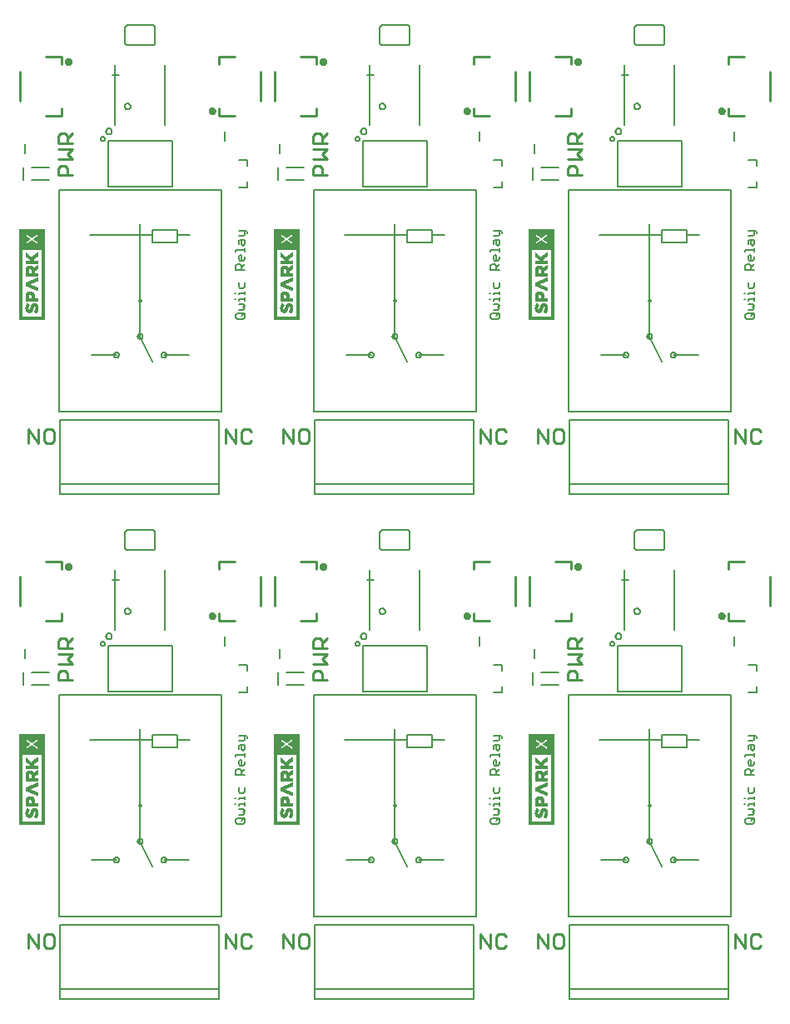
<source format=gto>
G75*
%MOIN*%
%OFA0B0*%
%FSLAX25Y25*%
%IPPOS*%
%LPD*%
%AMOC8*
5,1,8,0,0,1.08239X$1,22.5*
%
%ADD10C,0.00600*%
%ADD11C,0.01100*%
%ADD12C,0.00800*%
%ADD13C,0.00500*%
%ADD14C,0.01000*%
%ADD15C,0.01575*%
%ADD16C,0.00039*%
D10*
X0114230Y0106318D02*
X0114797Y0106318D01*
X0115931Y0106318D02*
X0118200Y0106318D01*
X0118200Y0105751D02*
X0118200Y0106885D01*
X0118200Y0108206D02*
X0118200Y0109340D01*
X0118200Y0108773D02*
X0115931Y0108773D01*
X0115931Y0108206D01*
X0114797Y0108773D02*
X0114230Y0108773D01*
X0116499Y0110661D02*
X0117633Y0110661D01*
X0118200Y0111229D01*
X0118200Y0112930D01*
X0115931Y0112930D02*
X0115931Y0111229D01*
X0116499Y0110661D01*
X0115931Y0106318D02*
X0115931Y0105751D01*
X0115931Y0104336D02*
X0117633Y0104336D01*
X0118200Y0103769D01*
X0117633Y0103202D01*
X0118200Y0102635D01*
X0117633Y0102067D01*
X0115931Y0102067D01*
X0115364Y0100653D02*
X0117633Y0100653D01*
X0118200Y0100086D01*
X0118200Y0098951D01*
X0117633Y0098384D01*
X0115364Y0098384D01*
X0114797Y0098951D01*
X0114797Y0100086D01*
X0115364Y0100653D01*
X0117066Y0099519D02*
X0118200Y0100653D01*
X0118200Y0118028D02*
X0114797Y0118028D01*
X0114797Y0119729D01*
X0115364Y0120296D01*
X0116499Y0120296D01*
X0117066Y0119729D01*
X0117066Y0118028D01*
X0117066Y0119162D02*
X0118200Y0120296D01*
X0117633Y0121711D02*
X0116499Y0121711D01*
X0115931Y0122278D01*
X0115931Y0123412D01*
X0116499Y0123979D01*
X0117066Y0123979D01*
X0117066Y0121711D01*
X0117633Y0121711D02*
X0118200Y0122278D01*
X0118200Y0123412D01*
X0118200Y0125394D02*
X0118200Y0126528D01*
X0118200Y0125961D02*
X0114797Y0125961D01*
X0114797Y0125394D01*
X0115931Y0128417D02*
X0115931Y0129551D01*
X0116499Y0130118D01*
X0118200Y0130118D01*
X0118200Y0128417D01*
X0117633Y0127849D01*
X0117066Y0128417D01*
X0117066Y0130118D01*
X0117633Y0131533D02*
X0118200Y0132100D01*
X0118200Y0133801D01*
X0118767Y0133801D02*
X0115931Y0133801D01*
X0115931Y0131533D02*
X0117633Y0131533D01*
X0119334Y0132667D02*
X0119334Y0133234D01*
X0118767Y0133801D01*
X0081500Y0208000D02*
X0071500Y0208000D01*
X0071440Y0208002D01*
X0071379Y0208007D01*
X0071320Y0208016D01*
X0071261Y0208029D01*
X0071202Y0208045D01*
X0071145Y0208065D01*
X0071090Y0208088D01*
X0071035Y0208115D01*
X0070983Y0208144D01*
X0070932Y0208177D01*
X0070883Y0208213D01*
X0070837Y0208251D01*
X0070793Y0208293D01*
X0070751Y0208337D01*
X0070713Y0208383D01*
X0070677Y0208432D01*
X0070644Y0208483D01*
X0070615Y0208535D01*
X0070588Y0208590D01*
X0070565Y0208645D01*
X0070545Y0208702D01*
X0070529Y0208761D01*
X0070516Y0208820D01*
X0070507Y0208879D01*
X0070502Y0208940D01*
X0070500Y0209000D01*
X0070500Y0215000D01*
X0070502Y0215060D01*
X0070507Y0215121D01*
X0070516Y0215180D01*
X0070529Y0215239D01*
X0070545Y0215298D01*
X0070565Y0215355D01*
X0070588Y0215410D01*
X0070615Y0215465D01*
X0070644Y0215517D01*
X0070677Y0215568D01*
X0070713Y0215617D01*
X0070751Y0215663D01*
X0070793Y0215707D01*
X0070837Y0215749D01*
X0070883Y0215787D01*
X0070932Y0215823D01*
X0070983Y0215856D01*
X0071035Y0215885D01*
X0071090Y0215912D01*
X0071145Y0215935D01*
X0071202Y0215955D01*
X0071261Y0215971D01*
X0071320Y0215984D01*
X0071379Y0215993D01*
X0071440Y0215998D01*
X0071500Y0216000D01*
X0081500Y0216000D01*
X0081560Y0215998D01*
X0081621Y0215993D01*
X0081680Y0215984D01*
X0081739Y0215971D01*
X0081798Y0215955D01*
X0081855Y0215935D01*
X0081910Y0215912D01*
X0081965Y0215885D01*
X0082017Y0215856D01*
X0082068Y0215823D01*
X0082117Y0215787D01*
X0082163Y0215749D01*
X0082207Y0215707D01*
X0082249Y0215663D01*
X0082287Y0215617D01*
X0082323Y0215568D01*
X0082356Y0215517D01*
X0082385Y0215465D01*
X0082412Y0215410D01*
X0082435Y0215355D01*
X0082455Y0215298D01*
X0082471Y0215239D01*
X0082484Y0215180D01*
X0082493Y0215121D01*
X0082498Y0215060D01*
X0082500Y0215000D01*
X0082500Y0209000D01*
X0082498Y0208940D01*
X0082493Y0208879D01*
X0082484Y0208820D01*
X0082471Y0208761D01*
X0082455Y0208702D01*
X0082435Y0208645D01*
X0082412Y0208590D01*
X0082385Y0208535D01*
X0082356Y0208483D01*
X0082323Y0208432D01*
X0082287Y0208383D01*
X0082249Y0208337D01*
X0082207Y0208293D01*
X0082163Y0208251D01*
X0082117Y0208213D01*
X0082068Y0208177D01*
X0082017Y0208144D01*
X0081965Y0208115D01*
X0081910Y0208088D01*
X0081855Y0208065D01*
X0081798Y0208045D01*
X0081739Y0208029D01*
X0081680Y0208016D01*
X0081621Y0208007D01*
X0081560Y0208002D01*
X0081500Y0208000D01*
X0115364Y0300384D02*
X0114797Y0300951D01*
X0114797Y0302086D01*
X0115364Y0302653D01*
X0117633Y0302653D01*
X0118200Y0302086D01*
X0118200Y0300951D01*
X0117633Y0300384D01*
X0115364Y0300384D01*
X0117066Y0301519D02*
X0118200Y0302653D01*
X0117633Y0304067D02*
X0118200Y0304635D01*
X0117633Y0305202D01*
X0118200Y0305769D01*
X0117633Y0306336D01*
X0115931Y0306336D01*
X0115931Y0307751D02*
X0115931Y0308318D01*
X0118200Y0308318D01*
X0118200Y0307751D02*
X0118200Y0308885D01*
X0118200Y0310206D02*
X0118200Y0311340D01*
X0118200Y0310773D02*
X0115931Y0310773D01*
X0115931Y0310206D01*
X0114797Y0310773D02*
X0114230Y0310773D01*
X0114230Y0308318D02*
X0114797Y0308318D01*
X0115931Y0304067D02*
X0117633Y0304067D01*
X0117633Y0312661D02*
X0118200Y0313229D01*
X0118200Y0314930D01*
X0115931Y0314930D02*
X0115931Y0313229D01*
X0116499Y0312661D01*
X0117633Y0312661D01*
X0118200Y0320028D02*
X0114797Y0320028D01*
X0114797Y0321729D01*
X0115364Y0322296D01*
X0116499Y0322296D01*
X0117066Y0321729D01*
X0117066Y0320028D01*
X0117066Y0321162D02*
X0118200Y0322296D01*
X0117633Y0323711D02*
X0116499Y0323711D01*
X0115931Y0324278D01*
X0115931Y0325412D01*
X0116499Y0325979D01*
X0117066Y0325979D01*
X0117066Y0323711D01*
X0117633Y0323711D02*
X0118200Y0324278D01*
X0118200Y0325412D01*
X0118200Y0327394D02*
X0118200Y0328528D01*
X0118200Y0327961D02*
X0114797Y0327961D01*
X0114797Y0327394D01*
X0115931Y0330417D02*
X0115931Y0331551D01*
X0116499Y0332118D01*
X0118200Y0332118D01*
X0118200Y0330417D01*
X0117633Y0329849D01*
X0117066Y0330417D01*
X0117066Y0332118D01*
X0117633Y0333533D02*
X0118200Y0334100D01*
X0118200Y0335801D01*
X0118767Y0335801D02*
X0115931Y0335801D01*
X0115931Y0333533D02*
X0117633Y0333533D01*
X0119334Y0334667D02*
X0119334Y0335234D01*
X0118767Y0335801D01*
X0081500Y0410000D02*
X0071500Y0410000D01*
X0071440Y0410002D01*
X0071379Y0410007D01*
X0071320Y0410016D01*
X0071261Y0410029D01*
X0071202Y0410045D01*
X0071145Y0410065D01*
X0071090Y0410088D01*
X0071035Y0410115D01*
X0070983Y0410144D01*
X0070932Y0410177D01*
X0070883Y0410213D01*
X0070837Y0410251D01*
X0070793Y0410293D01*
X0070751Y0410337D01*
X0070713Y0410383D01*
X0070677Y0410432D01*
X0070644Y0410483D01*
X0070615Y0410535D01*
X0070588Y0410590D01*
X0070565Y0410645D01*
X0070545Y0410702D01*
X0070529Y0410761D01*
X0070516Y0410820D01*
X0070507Y0410879D01*
X0070502Y0410940D01*
X0070500Y0411000D01*
X0070500Y0417000D01*
X0070502Y0417060D01*
X0070507Y0417121D01*
X0070516Y0417180D01*
X0070529Y0417239D01*
X0070545Y0417298D01*
X0070565Y0417355D01*
X0070588Y0417410D01*
X0070615Y0417465D01*
X0070644Y0417517D01*
X0070677Y0417568D01*
X0070713Y0417617D01*
X0070751Y0417663D01*
X0070793Y0417707D01*
X0070837Y0417749D01*
X0070883Y0417787D01*
X0070932Y0417823D01*
X0070983Y0417856D01*
X0071035Y0417885D01*
X0071090Y0417912D01*
X0071145Y0417935D01*
X0071202Y0417955D01*
X0071261Y0417971D01*
X0071320Y0417984D01*
X0071379Y0417993D01*
X0071440Y0417998D01*
X0071500Y0418000D01*
X0081500Y0418000D01*
X0081560Y0417998D01*
X0081621Y0417993D01*
X0081680Y0417984D01*
X0081739Y0417971D01*
X0081798Y0417955D01*
X0081855Y0417935D01*
X0081910Y0417912D01*
X0081965Y0417885D01*
X0082017Y0417856D01*
X0082068Y0417823D01*
X0082117Y0417787D01*
X0082163Y0417749D01*
X0082207Y0417707D01*
X0082249Y0417663D01*
X0082287Y0417617D01*
X0082323Y0417568D01*
X0082356Y0417517D01*
X0082385Y0417465D01*
X0082412Y0417410D01*
X0082435Y0417355D01*
X0082455Y0417298D01*
X0082471Y0417239D01*
X0082484Y0417180D01*
X0082493Y0417121D01*
X0082498Y0417060D01*
X0082500Y0417000D01*
X0082500Y0411000D01*
X0082498Y0410940D01*
X0082493Y0410879D01*
X0082484Y0410820D01*
X0082471Y0410761D01*
X0082455Y0410702D01*
X0082435Y0410645D01*
X0082412Y0410590D01*
X0082385Y0410535D01*
X0082356Y0410483D01*
X0082323Y0410432D01*
X0082287Y0410383D01*
X0082249Y0410337D01*
X0082207Y0410293D01*
X0082163Y0410251D01*
X0082117Y0410213D01*
X0082068Y0410177D01*
X0082017Y0410144D01*
X0081965Y0410115D01*
X0081910Y0410088D01*
X0081855Y0410065D01*
X0081798Y0410045D01*
X0081739Y0410029D01*
X0081680Y0410016D01*
X0081621Y0410007D01*
X0081560Y0410002D01*
X0081500Y0410000D01*
X0172500Y0411000D02*
X0172500Y0417000D01*
X0172502Y0417060D01*
X0172507Y0417121D01*
X0172516Y0417180D01*
X0172529Y0417239D01*
X0172545Y0417298D01*
X0172565Y0417355D01*
X0172588Y0417410D01*
X0172615Y0417465D01*
X0172644Y0417517D01*
X0172677Y0417568D01*
X0172713Y0417617D01*
X0172751Y0417663D01*
X0172793Y0417707D01*
X0172837Y0417749D01*
X0172883Y0417787D01*
X0172932Y0417823D01*
X0172983Y0417856D01*
X0173035Y0417885D01*
X0173090Y0417912D01*
X0173145Y0417935D01*
X0173202Y0417955D01*
X0173261Y0417971D01*
X0173320Y0417984D01*
X0173379Y0417993D01*
X0173440Y0417998D01*
X0173500Y0418000D01*
X0183500Y0418000D01*
X0183560Y0417998D01*
X0183621Y0417993D01*
X0183680Y0417984D01*
X0183739Y0417971D01*
X0183798Y0417955D01*
X0183855Y0417935D01*
X0183910Y0417912D01*
X0183965Y0417885D01*
X0184017Y0417856D01*
X0184068Y0417823D01*
X0184117Y0417787D01*
X0184163Y0417749D01*
X0184207Y0417707D01*
X0184249Y0417663D01*
X0184287Y0417617D01*
X0184323Y0417568D01*
X0184356Y0417517D01*
X0184385Y0417465D01*
X0184412Y0417410D01*
X0184435Y0417355D01*
X0184455Y0417298D01*
X0184471Y0417239D01*
X0184484Y0417180D01*
X0184493Y0417121D01*
X0184498Y0417060D01*
X0184500Y0417000D01*
X0184500Y0411000D01*
X0184498Y0410940D01*
X0184493Y0410879D01*
X0184484Y0410820D01*
X0184471Y0410761D01*
X0184455Y0410702D01*
X0184435Y0410645D01*
X0184412Y0410590D01*
X0184385Y0410535D01*
X0184356Y0410483D01*
X0184323Y0410432D01*
X0184287Y0410383D01*
X0184249Y0410337D01*
X0184207Y0410293D01*
X0184163Y0410251D01*
X0184117Y0410213D01*
X0184068Y0410177D01*
X0184017Y0410144D01*
X0183965Y0410115D01*
X0183910Y0410088D01*
X0183855Y0410065D01*
X0183798Y0410045D01*
X0183739Y0410029D01*
X0183680Y0410016D01*
X0183621Y0410007D01*
X0183560Y0410002D01*
X0183500Y0410000D01*
X0173500Y0410000D01*
X0173440Y0410002D01*
X0173379Y0410007D01*
X0173320Y0410016D01*
X0173261Y0410029D01*
X0173202Y0410045D01*
X0173145Y0410065D01*
X0173090Y0410088D01*
X0173035Y0410115D01*
X0172983Y0410144D01*
X0172932Y0410177D01*
X0172883Y0410213D01*
X0172837Y0410251D01*
X0172793Y0410293D01*
X0172751Y0410337D01*
X0172713Y0410383D01*
X0172677Y0410432D01*
X0172644Y0410483D01*
X0172615Y0410535D01*
X0172588Y0410590D01*
X0172565Y0410645D01*
X0172545Y0410702D01*
X0172529Y0410761D01*
X0172516Y0410820D01*
X0172507Y0410879D01*
X0172502Y0410940D01*
X0172500Y0411000D01*
X0217931Y0335801D02*
X0220767Y0335801D01*
X0221334Y0335234D01*
X0221334Y0334667D01*
X0220200Y0334100D02*
X0220200Y0335801D01*
X0220200Y0334100D02*
X0219633Y0333533D01*
X0217931Y0333533D01*
X0218499Y0332118D02*
X0220200Y0332118D01*
X0220200Y0330417D01*
X0219633Y0329849D01*
X0219066Y0330417D01*
X0219066Y0332118D01*
X0218499Y0332118D02*
X0217931Y0331551D01*
X0217931Y0330417D01*
X0216797Y0327961D02*
X0220200Y0327961D01*
X0220200Y0327394D02*
X0220200Y0328528D01*
X0219066Y0325979D02*
X0219066Y0323711D01*
X0219633Y0323711D02*
X0218499Y0323711D01*
X0217931Y0324278D01*
X0217931Y0325412D01*
X0218499Y0325979D01*
X0219066Y0325979D01*
X0220200Y0325412D02*
X0220200Y0324278D01*
X0219633Y0323711D01*
X0220200Y0322296D02*
X0219066Y0321162D01*
X0219066Y0321729D02*
X0219066Y0320028D01*
X0220200Y0320028D02*
X0216797Y0320028D01*
X0216797Y0321729D01*
X0217364Y0322296D01*
X0218499Y0322296D01*
X0219066Y0321729D01*
X0216797Y0327394D02*
X0216797Y0327961D01*
X0217931Y0314930D02*
X0217931Y0313229D01*
X0218499Y0312661D01*
X0219633Y0312661D01*
X0220200Y0313229D01*
X0220200Y0314930D01*
X0220200Y0311340D02*
X0220200Y0310206D01*
X0220200Y0310773D02*
X0217931Y0310773D01*
X0217931Y0310206D01*
X0216797Y0310773D02*
X0216230Y0310773D01*
X0216230Y0308318D02*
X0216797Y0308318D01*
X0217931Y0308318D02*
X0220200Y0308318D01*
X0220200Y0307751D02*
X0220200Y0308885D01*
X0217931Y0308318D02*
X0217931Y0307751D01*
X0217931Y0306336D02*
X0219633Y0306336D01*
X0220200Y0305769D01*
X0219633Y0305202D01*
X0220200Y0304635D01*
X0219633Y0304067D01*
X0217931Y0304067D01*
X0217364Y0302653D02*
X0219633Y0302653D01*
X0220200Y0302086D01*
X0220200Y0300951D01*
X0219633Y0300384D01*
X0217364Y0300384D01*
X0216797Y0300951D01*
X0216797Y0302086D01*
X0217364Y0302653D01*
X0219066Y0301519D02*
X0220200Y0302653D01*
X0183500Y0216000D02*
X0173500Y0216000D01*
X0173440Y0215998D01*
X0173379Y0215993D01*
X0173320Y0215984D01*
X0173261Y0215971D01*
X0173202Y0215955D01*
X0173145Y0215935D01*
X0173090Y0215912D01*
X0173035Y0215885D01*
X0172983Y0215856D01*
X0172932Y0215823D01*
X0172883Y0215787D01*
X0172837Y0215749D01*
X0172793Y0215707D01*
X0172751Y0215663D01*
X0172713Y0215617D01*
X0172677Y0215568D01*
X0172644Y0215517D01*
X0172615Y0215465D01*
X0172588Y0215410D01*
X0172565Y0215355D01*
X0172545Y0215298D01*
X0172529Y0215239D01*
X0172516Y0215180D01*
X0172507Y0215121D01*
X0172502Y0215060D01*
X0172500Y0215000D01*
X0172500Y0209000D01*
X0172502Y0208940D01*
X0172507Y0208879D01*
X0172516Y0208820D01*
X0172529Y0208761D01*
X0172545Y0208702D01*
X0172565Y0208645D01*
X0172588Y0208590D01*
X0172615Y0208535D01*
X0172644Y0208483D01*
X0172677Y0208432D01*
X0172713Y0208383D01*
X0172751Y0208337D01*
X0172793Y0208293D01*
X0172837Y0208251D01*
X0172883Y0208213D01*
X0172932Y0208177D01*
X0172983Y0208144D01*
X0173035Y0208115D01*
X0173090Y0208088D01*
X0173145Y0208065D01*
X0173202Y0208045D01*
X0173261Y0208029D01*
X0173320Y0208016D01*
X0173379Y0208007D01*
X0173440Y0208002D01*
X0173500Y0208000D01*
X0183500Y0208000D01*
X0183560Y0208002D01*
X0183621Y0208007D01*
X0183680Y0208016D01*
X0183739Y0208029D01*
X0183798Y0208045D01*
X0183855Y0208065D01*
X0183910Y0208088D01*
X0183965Y0208115D01*
X0184017Y0208144D01*
X0184068Y0208177D01*
X0184117Y0208213D01*
X0184163Y0208251D01*
X0184207Y0208293D01*
X0184249Y0208337D01*
X0184287Y0208383D01*
X0184323Y0208432D01*
X0184356Y0208483D01*
X0184385Y0208535D01*
X0184412Y0208590D01*
X0184435Y0208645D01*
X0184455Y0208702D01*
X0184471Y0208761D01*
X0184484Y0208820D01*
X0184493Y0208879D01*
X0184498Y0208940D01*
X0184500Y0209000D01*
X0184500Y0215000D01*
X0184498Y0215060D01*
X0184493Y0215121D01*
X0184484Y0215180D01*
X0184471Y0215239D01*
X0184455Y0215298D01*
X0184435Y0215355D01*
X0184412Y0215410D01*
X0184385Y0215465D01*
X0184356Y0215517D01*
X0184323Y0215568D01*
X0184287Y0215617D01*
X0184249Y0215663D01*
X0184207Y0215707D01*
X0184163Y0215749D01*
X0184117Y0215787D01*
X0184068Y0215823D01*
X0184017Y0215856D01*
X0183965Y0215885D01*
X0183910Y0215912D01*
X0183855Y0215935D01*
X0183798Y0215955D01*
X0183739Y0215971D01*
X0183680Y0215984D01*
X0183621Y0215993D01*
X0183560Y0215998D01*
X0183500Y0216000D01*
X0217931Y0133801D02*
X0220767Y0133801D01*
X0221334Y0133234D01*
X0221334Y0132667D01*
X0220200Y0132100D02*
X0220200Y0133801D01*
X0220200Y0132100D02*
X0219633Y0131533D01*
X0217931Y0131533D01*
X0218499Y0130118D02*
X0220200Y0130118D01*
X0220200Y0128417D01*
X0219633Y0127849D01*
X0219066Y0128417D01*
X0219066Y0130118D01*
X0218499Y0130118D02*
X0217931Y0129551D01*
X0217931Y0128417D01*
X0216797Y0125961D02*
X0220200Y0125961D01*
X0220200Y0125394D02*
X0220200Y0126528D01*
X0219066Y0123979D02*
X0219066Y0121711D01*
X0219633Y0121711D02*
X0218499Y0121711D01*
X0217931Y0122278D01*
X0217931Y0123412D01*
X0218499Y0123979D01*
X0219066Y0123979D01*
X0220200Y0123412D02*
X0220200Y0122278D01*
X0219633Y0121711D01*
X0220200Y0120296D02*
X0219066Y0119162D01*
X0219066Y0119729D02*
X0219066Y0118028D01*
X0220200Y0118028D02*
X0216797Y0118028D01*
X0216797Y0119729D01*
X0217364Y0120296D01*
X0218499Y0120296D01*
X0219066Y0119729D01*
X0216797Y0125394D02*
X0216797Y0125961D01*
X0217931Y0112930D02*
X0217931Y0111229D01*
X0218499Y0110661D01*
X0219633Y0110661D01*
X0220200Y0111229D01*
X0220200Y0112930D01*
X0220200Y0109340D02*
X0220200Y0108206D01*
X0220200Y0108773D02*
X0217931Y0108773D01*
X0217931Y0108206D01*
X0216797Y0108773D02*
X0216230Y0108773D01*
X0216230Y0106318D02*
X0216797Y0106318D01*
X0217931Y0106318D02*
X0220200Y0106318D01*
X0220200Y0105751D02*
X0220200Y0106885D01*
X0217931Y0106318D02*
X0217931Y0105751D01*
X0217931Y0104336D02*
X0219633Y0104336D01*
X0220200Y0103769D01*
X0219633Y0103202D01*
X0220200Y0102635D01*
X0219633Y0102067D01*
X0217931Y0102067D01*
X0217364Y0100653D02*
X0219633Y0100653D01*
X0220200Y0100086D01*
X0220200Y0098951D01*
X0219633Y0098384D01*
X0217364Y0098384D01*
X0216797Y0098951D01*
X0216797Y0100086D01*
X0217364Y0100653D01*
X0219066Y0099519D02*
X0220200Y0100653D01*
X0275500Y0208000D02*
X0285500Y0208000D01*
X0285560Y0208002D01*
X0285621Y0208007D01*
X0285680Y0208016D01*
X0285739Y0208029D01*
X0285798Y0208045D01*
X0285855Y0208065D01*
X0285910Y0208088D01*
X0285965Y0208115D01*
X0286017Y0208144D01*
X0286068Y0208177D01*
X0286117Y0208213D01*
X0286163Y0208251D01*
X0286207Y0208293D01*
X0286249Y0208337D01*
X0286287Y0208383D01*
X0286323Y0208432D01*
X0286356Y0208483D01*
X0286385Y0208535D01*
X0286412Y0208590D01*
X0286435Y0208645D01*
X0286455Y0208702D01*
X0286471Y0208761D01*
X0286484Y0208820D01*
X0286493Y0208879D01*
X0286498Y0208940D01*
X0286500Y0209000D01*
X0286500Y0215000D01*
X0286498Y0215060D01*
X0286493Y0215121D01*
X0286484Y0215180D01*
X0286471Y0215239D01*
X0286455Y0215298D01*
X0286435Y0215355D01*
X0286412Y0215410D01*
X0286385Y0215465D01*
X0286356Y0215517D01*
X0286323Y0215568D01*
X0286287Y0215617D01*
X0286249Y0215663D01*
X0286207Y0215707D01*
X0286163Y0215749D01*
X0286117Y0215787D01*
X0286068Y0215823D01*
X0286017Y0215856D01*
X0285965Y0215885D01*
X0285910Y0215912D01*
X0285855Y0215935D01*
X0285798Y0215955D01*
X0285739Y0215971D01*
X0285680Y0215984D01*
X0285621Y0215993D01*
X0285560Y0215998D01*
X0285500Y0216000D01*
X0275500Y0216000D01*
X0275440Y0215998D01*
X0275379Y0215993D01*
X0275320Y0215984D01*
X0275261Y0215971D01*
X0275202Y0215955D01*
X0275145Y0215935D01*
X0275090Y0215912D01*
X0275035Y0215885D01*
X0274983Y0215856D01*
X0274932Y0215823D01*
X0274883Y0215787D01*
X0274837Y0215749D01*
X0274793Y0215707D01*
X0274751Y0215663D01*
X0274713Y0215617D01*
X0274677Y0215568D01*
X0274644Y0215517D01*
X0274615Y0215465D01*
X0274588Y0215410D01*
X0274565Y0215355D01*
X0274545Y0215298D01*
X0274529Y0215239D01*
X0274516Y0215180D01*
X0274507Y0215121D01*
X0274502Y0215060D01*
X0274500Y0215000D01*
X0274500Y0209000D01*
X0274502Y0208940D01*
X0274507Y0208879D01*
X0274516Y0208820D01*
X0274529Y0208761D01*
X0274545Y0208702D01*
X0274565Y0208645D01*
X0274588Y0208590D01*
X0274615Y0208535D01*
X0274644Y0208483D01*
X0274677Y0208432D01*
X0274713Y0208383D01*
X0274751Y0208337D01*
X0274793Y0208293D01*
X0274837Y0208251D01*
X0274883Y0208213D01*
X0274932Y0208177D01*
X0274983Y0208144D01*
X0275035Y0208115D01*
X0275090Y0208088D01*
X0275145Y0208065D01*
X0275202Y0208045D01*
X0275261Y0208029D01*
X0275320Y0208016D01*
X0275379Y0208007D01*
X0275440Y0208002D01*
X0275500Y0208000D01*
X0319931Y0133801D02*
X0322767Y0133801D01*
X0323334Y0133234D01*
X0323334Y0132667D01*
X0322200Y0132100D02*
X0322200Y0133801D01*
X0322200Y0132100D02*
X0321633Y0131533D01*
X0319931Y0131533D01*
X0320499Y0130118D02*
X0322200Y0130118D01*
X0322200Y0128417D01*
X0321633Y0127849D01*
X0321066Y0128417D01*
X0321066Y0130118D01*
X0320499Y0130118D02*
X0319931Y0129551D01*
X0319931Y0128417D01*
X0318797Y0125961D02*
X0322200Y0125961D01*
X0322200Y0125394D02*
X0322200Y0126528D01*
X0321066Y0123979D02*
X0321066Y0121711D01*
X0321633Y0121711D02*
X0320499Y0121711D01*
X0319931Y0122278D01*
X0319931Y0123412D01*
X0320499Y0123979D01*
X0321066Y0123979D01*
X0322200Y0123412D02*
X0322200Y0122278D01*
X0321633Y0121711D01*
X0322200Y0120296D02*
X0321066Y0119162D01*
X0321066Y0119729D02*
X0321066Y0118028D01*
X0322200Y0118028D02*
X0318797Y0118028D01*
X0318797Y0119729D01*
X0319364Y0120296D01*
X0320499Y0120296D01*
X0321066Y0119729D01*
X0318797Y0125394D02*
X0318797Y0125961D01*
X0319931Y0112930D02*
X0319931Y0111229D01*
X0320499Y0110661D01*
X0321633Y0110661D01*
X0322200Y0111229D01*
X0322200Y0112930D01*
X0322200Y0109340D02*
X0322200Y0108206D01*
X0322200Y0108773D02*
X0319931Y0108773D01*
X0319931Y0108206D01*
X0318797Y0108773D02*
X0318230Y0108773D01*
X0318230Y0106318D02*
X0318797Y0106318D01*
X0319931Y0106318D02*
X0322200Y0106318D01*
X0322200Y0105751D02*
X0322200Y0106885D01*
X0319931Y0106318D02*
X0319931Y0105751D01*
X0319931Y0104336D02*
X0321633Y0104336D01*
X0322200Y0103769D01*
X0321633Y0103202D01*
X0322200Y0102635D01*
X0321633Y0102067D01*
X0319931Y0102067D01*
X0319364Y0100653D02*
X0321633Y0100653D01*
X0322200Y0100086D01*
X0322200Y0098951D01*
X0321633Y0098384D01*
X0319364Y0098384D01*
X0318797Y0098951D01*
X0318797Y0100086D01*
X0319364Y0100653D01*
X0321066Y0099519D02*
X0322200Y0100653D01*
X0321633Y0300384D02*
X0322200Y0300951D01*
X0322200Y0302086D01*
X0321633Y0302653D01*
X0319364Y0302653D01*
X0318797Y0302086D01*
X0318797Y0300951D01*
X0319364Y0300384D01*
X0321633Y0300384D01*
X0321066Y0301519D02*
X0322200Y0302653D01*
X0321633Y0304067D02*
X0322200Y0304635D01*
X0321633Y0305202D01*
X0322200Y0305769D01*
X0321633Y0306336D01*
X0319931Y0306336D01*
X0319931Y0307751D02*
X0319931Y0308318D01*
X0322200Y0308318D01*
X0322200Y0307751D02*
X0322200Y0308885D01*
X0322200Y0310206D02*
X0322200Y0311340D01*
X0322200Y0310773D02*
X0319931Y0310773D01*
X0319931Y0310206D01*
X0318797Y0310773D02*
X0318230Y0310773D01*
X0318230Y0308318D02*
X0318797Y0308318D01*
X0319931Y0304067D02*
X0321633Y0304067D01*
X0321633Y0312661D02*
X0322200Y0313229D01*
X0322200Y0314930D01*
X0319931Y0314930D02*
X0319931Y0313229D01*
X0320499Y0312661D01*
X0321633Y0312661D01*
X0322200Y0320028D02*
X0318797Y0320028D01*
X0318797Y0321729D01*
X0319364Y0322296D01*
X0320499Y0322296D01*
X0321066Y0321729D01*
X0321066Y0320028D01*
X0321066Y0321162D02*
X0322200Y0322296D01*
X0321633Y0323711D02*
X0320499Y0323711D01*
X0319931Y0324278D01*
X0319931Y0325412D01*
X0320499Y0325979D01*
X0321066Y0325979D01*
X0321066Y0323711D01*
X0321633Y0323711D02*
X0322200Y0324278D01*
X0322200Y0325412D01*
X0322200Y0327394D02*
X0322200Y0328528D01*
X0322200Y0327961D02*
X0318797Y0327961D01*
X0318797Y0327394D01*
X0319931Y0330417D02*
X0319931Y0331551D01*
X0320499Y0332118D01*
X0322200Y0332118D01*
X0322200Y0330417D01*
X0321633Y0329849D01*
X0321066Y0330417D01*
X0321066Y0332118D01*
X0321633Y0333533D02*
X0322200Y0334100D01*
X0322200Y0335801D01*
X0322767Y0335801D02*
X0319931Y0335801D01*
X0319931Y0333533D02*
X0321633Y0333533D01*
X0323334Y0334667D02*
X0323334Y0335234D01*
X0322767Y0335801D01*
X0285500Y0410000D02*
X0275500Y0410000D01*
X0275440Y0410002D01*
X0275379Y0410007D01*
X0275320Y0410016D01*
X0275261Y0410029D01*
X0275202Y0410045D01*
X0275145Y0410065D01*
X0275090Y0410088D01*
X0275035Y0410115D01*
X0274983Y0410144D01*
X0274932Y0410177D01*
X0274883Y0410213D01*
X0274837Y0410251D01*
X0274793Y0410293D01*
X0274751Y0410337D01*
X0274713Y0410383D01*
X0274677Y0410432D01*
X0274644Y0410483D01*
X0274615Y0410535D01*
X0274588Y0410590D01*
X0274565Y0410645D01*
X0274545Y0410702D01*
X0274529Y0410761D01*
X0274516Y0410820D01*
X0274507Y0410879D01*
X0274502Y0410940D01*
X0274500Y0411000D01*
X0274500Y0417000D01*
X0274502Y0417060D01*
X0274507Y0417121D01*
X0274516Y0417180D01*
X0274529Y0417239D01*
X0274545Y0417298D01*
X0274565Y0417355D01*
X0274588Y0417410D01*
X0274615Y0417465D01*
X0274644Y0417517D01*
X0274677Y0417568D01*
X0274713Y0417617D01*
X0274751Y0417663D01*
X0274793Y0417707D01*
X0274837Y0417749D01*
X0274883Y0417787D01*
X0274932Y0417823D01*
X0274983Y0417856D01*
X0275035Y0417885D01*
X0275090Y0417912D01*
X0275145Y0417935D01*
X0275202Y0417955D01*
X0275261Y0417971D01*
X0275320Y0417984D01*
X0275379Y0417993D01*
X0275440Y0417998D01*
X0275500Y0418000D01*
X0285500Y0418000D01*
X0285560Y0417998D01*
X0285621Y0417993D01*
X0285680Y0417984D01*
X0285739Y0417971D01*
X0285798Y0417955D01*
X0285855Y0417935D01*
X0285910Y0417912D01*
X0285965Y0417885D01*
X0286017Y0417856D01*
X0286068Y0417823D01*
X0286117Y0417787D01*
X0286163Y0417749D01*
X0286207Y0417707D01*
X0286249Y0417663D01*
X0286287Y0417617D01*
X0286323Y0417568D01*
X0286356Y0417517D01*
X0286385Y0417465D01*
X0286412Y0417410D01*
X0286435Y0417355D01*
X0286455Y0417298D01*
X0286471Y0417239D01*
X0286484Y0417180D01*
X0286493Y0417121D01*
X0286498Y0417060D01*
X0286500Y0417000D01*
X0286500Y0411000D01*
X0286498Y0410940D01*
X0286493Y0410879D01*
X0286484Y0410820D01*
X0286471Y0410761D01*
X0286455Y0410702D01*
X0286435Y0410645D01*
X0286412Y0410590D01*
X0286385Y0410535D01*
X0286356Y0410483D01*
X0286323Y0410432D01*
X0286287Y0410383D01*
X0286249Y0410337D01*
X0286207Y0410293D01*
X0286163Y0410251D01*
X0286117Y0410213D01*
X0286068Y0410177D01*
X0286017Y0410144D01*
X0285965Y0410115D01*
X0285910Y0410088D01*
X0285855Y0410065D01*
X0285798Y0410045D01*
X0285739Y0410029D01*
X0285680Y0410016D01*
X0285621Y0410007D01*
X0285560Y0410002D01*
X0285500Y0410000D01*
D11*
X0253450Y0374709D02*
X0251482Y0372741D01*
X0251482Y0373725D02*
X0251482Y0370773D01*
X0253450Y0370773D02*
X0247545Y0370773D01*
X0247545Y0373725D01*
X0248529Y0374709D01*
X0250497Y0374709D01*
X0251482Y0373725D01*
X0253450Y0368264D02*
X0247545Y0368264D01*
X0247545Y0364327D02*
X0253450Y0364327D01*
X0251482Y0366296D01*
X0253450Y0368264D01*
X0250497Y0361818D02*
X0251482Y0360834D01*
X0251482Y0357882D01*
X0253450Y0357882D02*
X0247545Y0357882D01*
X0247545Y0360834D01*
X0248529Y0361818D01*
X0250497Y0361818D01*
X0245003Y0256455D02*
X0245987Y0255471D01*
X0245987Y0251534D01*
X0245003Y0250550D01*
X0243034Y0250550D01*
X0242050Y0251534D01*
X0242050Y0255471D01*
X0243034Y0256455D01*
X0245003Y0256455D01*
X0239541Y0256455D02*
X0239541Y0250550D01*
X0235605Y0256455D01*
X0235605Y0250550D01*
X0222987Y0251534D02*
X0222003Y0250550D01*
X0220034Y0250550D01*
X0219050Y0251534D01*
X0219050Y0255471D01*
X0220034Y0256455D01*
X0222003Y0256455D01*
X0222987Y0255471D01*
X0216541Y0256455D02*
X0216541Y0250550D01*
X0212605Y0256455D01*
X0212605Y0250550D01*
X0143987Y0251534D02*
X0143987Y0255471D01*
X0143003Y0256455D01*
X0141034Y0256455D01*
X0140050Y0255471D01*
X0140050Y0251534D01*
X0141034Y0250550D01*
X0143003Y0250550D01*
X0143987Y0251534D01*
X0137541Y0250550D02*
X0137541Y0256455D01*
X0133605Y0256455D02*
X0133605Y0250550D01*
X0137541Y0250550D02*
X0133605Y0256455D01*
X0120987Y0255471D02*
X0120003Y0256455D01*
X0118034Y0256455D01*
X0117050Y0255471D01*
X0117050Y0251534D01*
X0118034Y0250550D01*
X0120003Y0250550D01*
X0120987Y0251534D01*
X0114541Y0250550D02*
X0114541Y0256455D01*
X0110605Y0256455D02*
X0110605Y0250550D01*
X0114541Y0250550D02*
X0110605Y0256455D01*
X0041987Y0255471D02*
X0041987Y0251534D01*
X0041003Y0250550D01*
X0039034Y0250550D01*
X0038050Y0251534D01*
X0038050Y0255471D01*
X0039034Y0256455D01*
X0041003Y0256455D01*
X0041987Y0255471D01*
X0035541Y0256455D02*
X0035541Y0250550D01*
X0031605Y0256455D01*
X0031605Y0250550D01*
X0044529Y0172709D02*
X0046497Y0172709D01*
X0047482Y0171725D01*
X0047482Y0168773D01*
X0049450Y0168773D02*
X0043545Y0168773D01*
X0043545Y0171725D01*
X0044529Y0172709D01*
X0047482Y0170741D02*
X0049450Y0172709D01*
X0049450Y0166264D02*
X0047482Y0164296D01*
X0049450Y0162327D01*
X0043545Y0162327D01*
X0044529Y0159818D02*
X0046497Y0159818D01*
X0047482Y0158834D01*
X0047482Y0155882D01*
X0049450Y0155882D02*
X0043545Y0155882D01*
X0043545Y0158834D01*
X0044529Y0159818D01*
X0043545Y0166264D02*
X0049450Y0166264D01*
X0145545Y0166264D02*
X0151450Y0166264D01*
X0149482Y0164296D01*
X0151450Y0162327D01*
X0145545Y0162327D01*
X0146529Y0159818D02*
X0148497Y0159818D01*
X0149482Y0158834D01*
X0149482Y0155882D01*
X0151450Y0155882D02*
X0145545Y0155882D01*
X0145545Y0158834D01*
X0146529Y0159818D01*
X0145545Y0168773D02*
X0145545Y0171725D01*
X0146529Y0172709D01*
X0148497Y0172709D01*
X0149482Y0171725D01*
X0149482Y0168773D01*
X0151450Y0168773D02*
X0145545Y0168773D01*
X0149482Y0170741D02*
X0151450Y0172709D01*
X0247545Y0171725D02*
X0247545Y0168773D01*
X0253450Y0168773D01*
X0251482Y0168773D02*
X0251482Y0171725D01*
X0250497Y0172709D01*
X0248529Y0172709D01*
X0247545Y0171725D01*
X0251482Y0170741D02*
X0253450Y0172709D01*
X0253450Y0166264D02*
X0251482Y0164296D01*
X0253450Y0162327D01*
X0247545Y0162327D01*
X0248529Y0159818D02*
X0250497Y0159818D01*
X0251482Y0158834D01*
X0251482Y0155882D01*
X0253450Y0155882D02*
X0247545Y0155882D01*
X0247545Y0158834D01*
X0248529Y0159818D01*
X0247545Y0166264D02*
X0253450Y0166264D01*
X0314605Y0250550D02*
X0314605Y0256455D01*
X0318541Y0250550D01*
X0318541Y0256455D01*
X0321050Y0255471D02*
X0321050Y0251534D01*
X0322034Y0250550D01*
X0324003Y0250550D01*
X0324987Y0251534D01*
X0324987Y0255471D02*
X0324003Y0256455D01*
X0322034Y0256455D01*
X0321050Y0255471D01*
X0151450Y0357882D02*
X0145545Y0357882D01*
X0145545Y0360834D01*
X0146529Y0361818D01*
X0148497Y0361818D01*
X0149482Y0360834D01*
X0149482Y0357882D01*
X0151450Y0364327D02*
X0145545Y0364327D01*
X0145545Y0368264D02*
X0151450Y0368264D01*
X0149482Y0366296D01*
X0151450Y0364327D01*
X0151450Y0370773D02*
X0145545Y0370773D01*
X0145545Y0373725D01*
X0146529Y0374709D01*
X0148497Y0374709D01*
X0149482Y0373725D01*
X0149482Y0370773D01*
X0149482Y0372741D02*
X0151450Y0374709D01*
X0049450Y0374709D02*
X0047482Y0372741D01*
X0047482Y0373725D02*
X0047482Y0370773D01*
X0049450Y0370773D02*
X0043545Y0370773D01*
X0043545Y0373725D01*
X0044529Y0374709D01*
X0046497Y0374709D01*
X0047482Y0373725D01*
X0049450Y0368264D02*
X0043545Y0368264D01*
X0043545Y0364327D02*
X0049450Y0364327D01*
X0047482Y0366296D01*
X0049450Y0368264D01*
X0046497Y0361818D02*
X0047482Y0360834D01*
X0047482Y0357882D01*
X0049450Y0357882D02*
X0043545Y0357882D01*
X0043545Y0360834D01*
X0044529Y0361818D01*
X0046497Y0361818D01*
X0041003Y0054455D02*
X0039034Y0054455D01*
X0038050Y0053471D01*
X0038050Y0049534D01*
X0039034Y0048550D01*
X0041003Y0048550D01*
X0041987Y0049534D01*
X0041987Y0053471D01*
X0041003Y0054455D01*
X0035541Y0054455D02*
X0035541Y0048550D01*
X0031605Y0054455D01*
X0031605Y0048550D01*
X0110605Y0048550D02*
X0110605Y0054455D01*
X0114541Y0048550D01*
X0114541Y0054455D01*
X0117050Y0053471D02*
X0117050Y0049534D01*
X0118034Y0048550D01*
X0120003Y0048550D01*
X0120987Y0049534D01*
X0120987Y0053471D02*
X0120003Y0054455D01*
X0118034Y0054455D01*
X0117050Y0053471D01*
X0133605Y0054455D02*
X0133605Y0048550D01*
X0137541Y0048550D02*
X0133605Y0054455D01*
X0137541Y0054455D02*
X0137541Y0048550D01*
X0140050Y0049534D02*
X0140050Y0053471D01*
X0141034Y0054455D01*
X0143003Y0054455D01*
X0143987Y0053471D01*
X0143987Y0049534D01*
X0143003Y0048550D01*
X0141034Y0048550D01*
X0140050Y0049534D01*
X0212605Y0048550D02*
X0212605Y0054455D01*
X0216541Y0048550D01*
X0216541Y0054455D01*
X0219050Y0053471D02*
X0219050Y0049534D01*
X0220034Y0048550D01*
X0222003Y0048550D01*
X0222987Y0049534D01*
X0222987Y0053471D02*
X0222003Y0054455D01*
X0220034Y0054455D01*
X0219050Y0053471D01*
X0235605Y0054455D02*
X0235605Y0048550D01*
X0239541Y0048550D02*
X0235605Y0054455D01*
X0239541Y0054455D02*
X0239541Y0048550D01*
X0242050Y0049534D02*
X0242050Y0053471D01*
X0243034Y0054455D01*
X0245003Y0054455D01*
X0245987Y0053471D01*
X0245987Y0049534D01*
X0245003Y0048550D01*
X0243034Y0048550D01*
X0242050Y0049534D01*
X0314605Y0048550D02*
X0314605Y0054455D01*
X0318541Y0048550D01*
X0318541Y0054455D01*
X0321050Y0053471D02*
X0321050Y0049534D01*
X0322034Y0048550D01*
X0324003Y0048550D01*
X0324987Y0049534D01*
X0324987Y0053471D02*
X0324003Y0054455D01*
X0322034Y0054455D01*
X0321050Y0053471D01*
D12*
X0044295Y0032445D02*
X0044295Y0028508D01*
X0108075Y0028508D01*
X0108075Y0032445D01*
X0044295Y0032445D01*
X0044295Y0058035D01*
X0108075Y0058035D01*
X0108075Y0032445D01*
X0109000Y0061500D02*
X0044039Y0061500D01*
X0044000Y0061500D02*
X0044000Y0150083D01*
X0044039Y0150083D02*
X0109000Y0150083D01*
X0109000Y0061500D01*
X0096000Y0084000D02*
X0086000Y0084000D01*
X0085000Y0084000D02*
X0085002Y0084063D01*
X0085008Y0084125D01*
X0085018Y0084187D01*
X0085031Y0084249D01*
X0085049Y0084309D01*
X0085070Y0084368D01*
X0085095Y0084426D01*
X0085124Y0084482D01*
X0085156Y0084536D01*
X0085191Y0084588D01*
X0085229Y0084637D01*
X0085271Y0084685D01*
X0085315Y0084729D01*
X0085363Y0084771D01*
X0085412Y0084809D01*
X0085464Y0084844D01*
X0085518Y0084876D01*
X0085574Y0084905D01*
X0085632Y0084930D01*
X0085691Y0084951D01*
X0085751Y0084969D01*
X0085813Y0084982D01*
X0085875Y0084992D01*
X0085937Y0084998D01*
X0086000Y0085000D01*
X0086063Y0084998D01*
X0086125Y0084992D01*
X0086187Y0084982D01*
X0086249Y0084969D01*
X0086309Y0084951D01*
X0086368Y0084930D01*
X0086426Y0084905D01*
X0086482Y0084876D01*
X0086536Y0084844D01*
X0086588Y0084809D01*
X0086637Y0084771D01*
X0086685Y0084729D01*
X0086729Y0084685D01*
X0086771Y0084637D01*
X0086809Y0084588D01*
X0086844Y0084536D01*
X0086876Y0084482D01*
X0086905Y0084426D01*
X0086930Y0084368D01*
X0086951Y0084309D01*
X0086969Y0084249D01*
X0086982Y0084187D01*
X0086992Y0084125D01*
X0086998Y0084063D01*
X0087000Y0084000D01*
X0086998Y0083937D01*
X0086992Y0083875D01*
X0086982Y0083813D01*
X0086969Y0083751D01*
X0086951Y0083691D01*
X0086930Y0083632D01*
X0086905Y0083574D01*
X0086876Y0083518D01*
X0086844Y0083464D01*
X0086809Y0083412D01*
X0086771Y0083363D01*
X0086729Y0083315D01*
X0086685Y0083271D01*
X0086637Y0083229D01*
X0086588Y0083191D01*
X0086536Y0083156D01*
X0086482Y0083124D01*
X0086426Y0083095D01*
X0086368Y0083070D01*
X0086309Y0083049D01*
X0086249Y0083031D01*
X0086187Y0083018D01*
X0086125Y0083008D01*
X0086063Y0083002D01*
X0086000Y0083000D01*
X0085937Y0083002D01*
X0085875Y0083008D01*
X0085813Y0083018D01*
X0085751Y0083031D01*
X0085691Y0083049D01*
X0085632Y0083070D01*
X0085574Y0083095D01*
X0085518Y0083124D01*
X0085464Y0083156D01*
X0085412Y0083191D01*
X0085363Y0083229D01*
X0085315Y0083271D01*
X0085271Y0083315D01*
X0085229Y0083363D01*
X0085191Y0083412D01*
X0085156Y0083464D01*
X0085124Y0083518D01*
X0085095Y0083574D01*
X0085070Y0083632D01*
X0085049Y0083691D01*
X0085031Y0083751D01*
X0085018Y0083813D01*
X0085008Y0083875D01*
X0085002Y0083937D01*
X0085000Y0084000D01*
X0085002Y0084063D01*
X0085008Y0084125D01*
X0085018Y0084187D01*
X0085031Y0084249D01*
X0085049Y0084309D01*
X0085070Y0084368D01*
X0085095Y0084426D01*
X0085124Y0084482D01*
X0085156Y0084536D01*
X0085191Y0084588D01*
X0085229Y0084637D01*
X0085271Y0084685D01*
X0085315Y0084729D01*
X0085363Y0084771D01*
X0085412Y0084809D01*
X0085464Y0084844D01*
X0085518Y0084876D01*
X0085574Y0084905D01*
X0085632Y0084930D01*
X0085691Y0084951D01*
X0085751Y0084969D01*
X0085813Y0084982D01*
X0085875Y0084992D01*
X0085937Y0084998D01*
X0086000Y0085000D01*
X0086063Y0084998D01*
X0086125Y0084992D01*
X0086187Y0084982D01*
X0086249Y0084969D01*
X0086309Y0084951D01*
X0086368Y0084930D01*
X0086426Y0084905D01*
X0086482Y0084876D01*
X0086536Y0084844D01*
X0086588Y0084809D01*
X0086637Y0084771D01*
X0086685Y0084729D01*
X0086729Y0084685D01*
X0086771Y0084637D01*
X0086809Y0084588D01*
X0086844Y0084536D01*
X0086876Y0084482D01*
X0086905Y0084426D01*
X0086930Y0084368D01*
X0086951Y0084309D01*
X0086969Y0084249D01*
X0086982Y0084187D01*
X0086992Y0084125D01*
X0086998Y0084063D01*
X0087000Y0084000D01*
X0086998Y0083937D01*
X0086992Y0083875D01*
X0086982Y0083813D01*
X0086969Y0083751D01*
X0086951Y0083691D01*
X0086930Y0083632D01*
X0086905Y0083574D01*
X0086876Y0083518D01*
X0086844Y0083464D01*
X0086809Y0083412D01*
X0086771Y0083363D01*
X0086729Y0083315D01*
X0086685Y0083271D01*
X0086637Y0083229D01*
X0086588Y0083191D01*
X0086536Y0083156D01*
X0086482Y0083124D01*
X0086426Y0083095D01*
X0086368Y0083070D01*
X0086309Y0083049D01*
X0086249Y0083031D01*
X0086187Y0083018D01*
X0086125Y0083008D01*
X0086063Y0083002D01*
X0086000Y0083000D01*
X0085937Y0083002D01*
X0085875Y0083008D01*
X0085813Y0083018D01*
X0085751Y0083031D01*
X0085691Y0083049D01*
X0085632Y0083070D01*
X0085574Y0083095D01*
X0085518Y0083124D01*
X0085464Y0083156D01*
X0085412Y0083191D01*
X0085363Y0083229D01*
X0085315Y0083271D01*
X0085271Y0083315D01*
X0085229Y0083363D01*
X0085191Y0083412D01*
X0085156Y0083464D01*
X0085124Y0083518D01*
X0085095Y0083574D01*
X0085070Y0083632D01*
X0085049Y0083691D01*
X0085031Y0083751D01*
X0085018Y0083813D01*
X0085008Y0083875D01*
X0085002Y0083937D01*
X0085000Y0084000D01*
X0085002Y0084063D01*
X0085008Y0084125D01*
X0085018Y0084187D01*
X0085031Y0084249D01*
X0085049Y0084309D01*
X0085070Y0084368D01*
X0085095Y0084426D01*
X0085124Y0084482D01*
X0085156Y0084536D01*
X0085191Y0084588D01*
X0085229Y0084637D01*
X0085271Y0084685D01*
X0085315Y0084729D01*
X0085363Y0084771D01*
X0085412Y0084809D01*
X0085464Y0084844D01*
X0085518Y0084876D01*
X0085574Y0084905D01*
X0085632Y0084930D01*
X0085691Y0084951D01*
X0085751Y0084969D01*
X0085813Y0084982D01*
X0085875Y0084992D01*
X0085937Y0084998D01*
X0086000Y0085000D01*
X0086063Y0084998D01*
X0086125Y0084992D01*
X0086187Y0084982D01*
X0086249Y0084969D01*
X0086309Y0084951D01*
X0086368Y0084930D01*
X0086426Y0084905D01*
X0086482Y0084876D01*
X0086536Y0084844D01*
X0086588Y0084809D01*
X0086637Y0084771D01*
X0086685Y0084729D01*
X0086729Y0084685D01*
X0086771Y0084637D01*
X0086809Y0084588D01*
X0086844Y0084536D01*
X0086876Y0084482D01*
X0086905Y0084426D01*
X0086930Y0084368D01*
X0086951Y0084309D01*
X0086969Y0084249D01*
X0086982Y0084187D01*
X0086992Y0084125D01*
X0086998Y0084063D01*
X0087000Y0084000D01*
X0086998Y0083937D01*
X0086992Y0083875D01*
X0086982Y0083813D01*
X0086969Y0083751D01*
X0086951Y0083691D01*
X0086930Y0083632D01*
X0086905Y0083574D01*
X0086876Y0083518D01*
X0086844Y0083464D01*
X0086809Y0083412D01*
X0086771Y0083363D01*
X0086729Y0083315D01*
X0086685Y0083271D01*
X0086637Y0083229D01*
X0086588Y0083191D01*
X0086536Y0083156D01*
X0086482Y0083124D01*
X0086426Y0083095D01*
X0086368Y0083070D01*
X0086309Y0083049D01*
X0086249Y0083031D01*
X0086187Y0083018D01*
X0086125Y0083008D01*
X0086063Y0083002D01*
X0086000Y0083000D01*
X0085937Y0083002D01*
X0085875Y0083008D01*
X0085813Y0083018D01*
X0085751Y0083031D01*
X0085691Y0083049D01*
X0085632Y0083070D01*
X0085574Y0083095D01*
X0085518Y0083124D01*
X0085464Y0083156D01*
X0085412Y0083191D01*
X0085363Y0083229D01*
X0085315Y0083271D01*
X0085271Y0083315D01*
X0085229Y0083363D01*
X0085191Y0083412D01*
X0085156Y0083464D01*
X0085124Y0083518D01*
X0085095Y0083574D01*
X0085070Y0083632D01*
X0085049Y0083691D01*
X0085031Y0083751D01*
X0085018Y0083813D01*
X0085008Y0083875D01*
X0085002Y0083937D01*
X0085000Y0084000D01*
X0081500Y0081500D02*
X0076500Y0091500D01*
X0075500Y0091500D02*
X0075502Y0091563D01*
X0075508Y0091625D01*
X0075518Y0091687D01*
X0075531Y0091749D01*
X0075549Y0091809D01*
X0075570Y0091868D01*
X0075595Y0091926D01*
X0075624Y0091982D01*
X0075656Y0092036D01*
X0075691Y0092088D01*
X0075729Y0092137D01*
X0075771Y0092185D01*
X0075815Y0092229D01*
X0075863Y0092271D01*
X0075912Y0092309D01*
X0075964Y0092344D01*
X0076018Y0092376D01*
X0076074Y0092405D01*
X0076132Y0092430D01*
X0076191Y0092451D01*
X0076251Y0092469D01*
X0076313Y0092482D01*
X0076375Y0092492D01*
X0076437Y0092498D01*
X0076500Y0092500D01*
X0076563Y0092498D01*
X0076625Y0092492D01*
X0076687Y0092482D01*
X0076749Y0092469D01*
X0076809Y0092451D01*
X0076868Y0092430D01*
X0076926Y0092405D01*
X0076982Y0092376D01*
X0077036Y0092344D01*
X0077088Y0092309D01*
X0077137Y0092271D01*
X0077185Y0092229D01*
X0077229Y0092185D01*
X0077271Y0092137D01*
X0077309Y0092088D01*
X0077344Y0092036D01*
X0077376Y0091982D01*
X0077405Y0091926D01*
X0077430Y0091868D01*
X0077451Y0091809D01*
X0077469Y0091749D01*
X0077482Y0091687D01*
X0077492Y0091625D01*
X0077498Y0091563D01*
X0077500Y0091500D01*
X0077498Y0091437D01*
X0077492Y0091375D01*
X0077482Y0091313D01*
X0077469Y0091251D01*
X0077451Y0091191D01*
X0077430Y0091132D01*
X0077405Y0091074D01*
X0077376Y0091018D01*
X0077344Y0090964D01*
X0077309Y0090912D01*
X0077271Y0090863D01*
X0077229Y0090815D01*
X0077185Y0090771D01*
X0077137Y0090729D01*
X0077088Y0090691D01*
X0077036Y0090656D01*
X0076982Y0090624D01*
X0076926Y0090595D01*
X0076868Y0090570D01*
X0076809Y0090549D01*
X0076749Y0090531D01*
X0076687Y0090518D01*
X0076625Y0090508D01*
X0076563Y0090502D01*
X0076500Y0090500D01*
X0076437Y0090502D01*
X0076375Y0090508D01*
X0076313Y0090518D01*
X0076251Y0090531D01*
X0076191Y0090549D01*
X0076132Y0090570D01*
X0076074Y0090595D01*
X0076018Y0090624D01*
X0075964Y0090656D01*
X0075912Y0090691D01*
X0075863Y0090729D01*
X0075815Y0090771D01*
X0075771Y0090815D01*
X0075729Y0090863D01*
X0075691Y0090912D01*
X0075656Y0090964D01*
X0075624Y0091018D01*
X0075595Y0091074D01*
X0075570Y0091132D01*
X0075549Y0091191D01*
X0075531Y0091251D01*
X0075518Y0091313D01*
X0075508Y0091375D01*
X0075502Y0091437D01*
X0075500Y0091500D01*
X0075502Y0091563D01*
X0075508Y0091625D01*
X0075518Y0091687D01*
X0075531Y0091749D01*
X0075549Y0091809D01*
X0075570Y0091868D01*
X0075595Y0091926D01*
X0075624Y0091982D01*
X0075656Y0092036D01*
X0075691Y0092088D01*
X0075729Y0092137D01*
X0075771Y0092185D01*
X0075815Y0092229D01*
X0075863Y0092271D01*
X0075912Y0092309D01*
X0075964Y0092344D01*
X0076018Y0092376D01*
X0076074Y0092405D01*
X0076132Y0092430D01*
X0076191Y0092451D01*
X0076251Y0092469D01*
X0076313Y0092482D01*
X0076375Y0092492D01*
X0076437Y0092498D01*
X0076500Y0092500D01*
X0076563Y0092498D01*
X0076625Y0092492D01*
X0076687Y0092482D01*
X0076749Y0092469D01*
X0076809Y0092451D01*
X0076868Y0092430D01*
X0076926Y0092405D01*
X0076982Y0092376D01*
X0077036Y0092344D01*
X0077088Y0092309D01*
X0077137Y0092271D01*
X0077185Y0092229D01*
X0077229Y0092185D01*
X0077271Y0092137D01*
X0077309Y0092088D01*
X0077344Y0092036D01*
X0077376Y0091982D01*
X0077405Y0091926D01*
X0077430Y0091868D01*
X0077451Y0091809D01*
X0077469Y0091749D01*
X0077482Y0091687D01*
X0077492Y0091625D01*
X0077498Y0091563D01*
X0077500Y0091500D01*
X0077498Y0091437D01*
X0077492Y0091375D01*
X0077482Y0091313D01*
X0077469Y0091251D01*
X0077451Y0091191D01*
X0077430Y0091132D01*
X0077405Y0091074D01*
X0077376Y0091018D01*
X0077344Y0090964D01*
X0077309Y0090912D01*
X0077271Y0090863D01*
X0077229Y0090815D01*
X0077185Y0090771D01*
X0077137Y0090729D01*
X0077088Y0090691D01*
X0077036Y0090656D01*
X0076982Y0090624D01*
X0076926Y0090595D01*
X0076868Y0090570D01*
X0076809Y0090549D01*
X0076749Y0090531D01*
X0076687Y0090518D01*
X0076625Y0090508D01*
X0076563Y0090502D01*
X0076500Y0090500D01*
X0076437Y0090502D01*
X0076375Y0090508D01*
X0076313Y0090518D01*
X0076251Y0090531D01*
X0076191Y0090549D01*
X0076132Y0090570D01*
X0076074Y0090595D01*
X0076018Y0090624D01*
X0075964Y0090656D01*
X0075912Y0090691D01*
X0075863Y0090729D01*
X0075815Y0090771D01*
X0075771Y0090815D01*
X0075729Y0090863D01*
X0075691Y0090912D01*
X0075656Y0090964D01*
X0075624Y0091018D01*
X0075595Y0091074D01*
X0075570Y0091132D01*
X0075549Y0091191D01*
X0075531Y0091251D01*
X0075518Y0091313D01*
X0075508Y0091375D01*
X0075502Y0091437D01*
X0075500Y0091500D01*
X0076500Y0091500D02*
X0076500Y0136500D01*
X0081500Y0134000D02*
X0081500Y0129000D01*
X0091500Y0129000D01*
X0091500Y0134000D01*
X0081500Y0134000D01*
X0081500Y0132169D02*
X0056500Y0132169D01*
X0063700Y0151450D02*
X0089300Y0151450D01*
X0089300Y0169550D01*
X0063700Y0169550D01*
X0063700Y0151450D01*
X0060700Y0170500D02*
X0060702Y0170556D01*
X0060708Y0170613D01*
X0060718Y0170668D01*
X0060732Y0170723D01*
X0060749Y0170777D01*
X0060771Y0170829D01*
X0060796Y0170879D01*
X0060824Y0170928D01*
X0060856Y0170975D01*
X0060891Y0171019D01*
X0060929Y0171061D01*
X0060970Y0171100D01*
X0061014Y0171135D01*
X0061060Y0171168D01*
X0061108Y0171197D01*
X0061158Y0171223D01*
X0061210Y0171246D01*
X0061264Y0171264D01*
X0061318Y0171279D01*
X0061373Y0171290D01*
X0061429Y0171297D01*
X0061486Y0171300D01*
X0061542Y0171299D01*
X0061599Y0171294D01*
X0061654Y0171285D01*
X0061709Y0171272D01*
X0061763Y0171255D01*
X0061816Y0171235D01*
X0061867Y0171211D01*
X0061916Y0171183D01*
X0061963Y0171152D01*
X0062008Y0171118D01*
X0062051Y0171080D01*
X0062090Y0171040D01*
X0062127Y0170997D01*
X0062160Y0170952D01*
X0062190Y0170904D01*
X0062217Y0170854D01*
X0062240Y0170803D01*
X0062260Y0170750D01*
X0062276Y0170696D01*
X0062288Y0170640D01*
X0062296Y0170585D01*
X0062300Y0170528D01*
X0062300Y0170472D01*
X0062296Y0170415D01*
X0062288Y0170360D01*
X0062276Y0170304D01*
X0062260Y0170250D01*
X0062240Y0170197D01*
X0062217Y0170146D01*
X0062190Y0170096D01*
X0062160Y0170048D01*
X0062127Y0170003D01*
X0062090Y0169960D01*
X0062051Y0169920D01*
X0062008Y0169882D01*
X0061963Y0169848D01*
X0061916Y0169817D01*
X0061867Y0169789D01*
X0061816Y0169765D01*
X0061763Y0169745D01*
X0061709Y0169728D01*
X0061654Y0169715D01*
X0061599Y0169706D01*
X0061542Y0169701D01*
X0061486Y0169700D01*
X0061429Y0169703D01*
X0061373Y0169710D01*
X0061318Y0169721D01*
X0061264Y0169736D01*
X0061210Y0169754D01*
X0061158Y0169777D01*
X0061108Y0169803D01*
X0061060Y0169832D01*
X0061014Y0169865D01*
X0060970Y0169900D01*
X0060929Y0169939D01*
X0060891Y0169981D01*
X0060856Y0170025D01*
X0060824Y0170072D01*
X0060796Y0170121D01*
X0060771Y0170171D01*
X0060749Y0170223D01*
X0060732Y0170277D01*
X0060718Y0170332D01*
X0060708Y0170387D01*
X0060702Y0170444D01*
X0060700Y0170500D01*
X0062819Y0173500D02*
X0062821Y0173569D01*
X0062827Y0173637D01*
X0062837Y0173705D01*
X0062851Y0173772D01*
X0062869Y0173839D01*
X0062890Y0173904D01*
X0062916Y0173968D01*
X0062945Y0174030D01*
X0062977Y0174090D01*
X0063013Y0174149D01*
X0063053Y0174205D01*
X0063095Y0174259D01*
X0063141Y0174310D01*
X0063190Y0174359D01*
X0063241Y0174405D01*
X0063295Y0174447D01*
X0063351Y0174487D01*
X0063409Y0174523D01*
X0063470Y0174555D01*
X0063532Y0174584D01*
X0063596Y0174610D01*
X0063661Y0174631D01*
X0063728Y0174649D01*
X0063795Y0174663D01*
X0063863Y0174673D01*
X0063931Y0174679D01*
X0064000Y0174681D01*
X0064069Y0174679D01*
X0064137Y0174673D01*
X0064205Y0174663D01*
X0064272Y0174649D01*
X0064339Y0174631D01*
X0064404Y0174610D01*
X0064468Y0174584D01*
X0064530Y0174555D01*
X0064590Y0174523D01*
X0064649Y0174487D01*
X0064705Y0174447D01*
X0064759Y0174405D01*
X0064810Y0174359D01*
X0064859Y0174310D01*
X0064905Y0174259D01*
X0064947Y0174205D01*
X0064987Y0174149D01*
X0065023Y0174090D01*
X0065055Y0174030D01*
X0065084Y0173968D01*
X0065110Y0173904D01*
X0065131Y0173839D01*
X0065149Y0173772D01*
X0065163Y0173705D01*
X0065173Y0173637D01*
X0065179Y0173569D01*
X0065181Y0173500D01*
X0065179Y0173431D01*
X0065173Y0173363D01*
X0065163Y0173295D01*
X0065149Y0173228D01*
X0065131Y0173161D01*
X0065110Y0173096D01*
X0065084Y0173032D01*
X0065055Y0172970D01*
X0065023Y0172909D01*
X0064987Y0172851D01*
X0064947Y0172795D01*
X0064905Y0172741D01*
X0064859Y0172690D01*
X0064810Y0172641D01*
X0064759Y0172595D01*
X0064705Y0172553D01*
X0064649Y0172513D01*
X0064591Y0172477D01*
X0064530Y0172445D01*
X0064468Y0172416D01*
X0064404Y0172390D01*
X0064339Y0172369D01*
X0064272Y0172351D01*
X0064205Y0172337D01*
X0064137Y0172327D01*
X0064069Y0172321D01*
X0064000Y0172319D01*
X0063931Y0172321D01*
X0063863Y0172327D01*
X0063795Y0172337D01*
X0063728Y0172351D01*
X0063661Y0172369D01*
X0063596Y0172390D01*
X0063532Y0172416D01*
X0063470Y0172445D01*
X0063409Y0172477D01*
X0063351Y0172513D01*
X0063295Y0172553D01*
X0063241Y0172595D01*
X0063190Y0172641D01*
X0063141Y0172690D01*
X0063095Y0172741D01*
X0063053Y0172795D01*
X0063013Y0172851D01*
X0062977Y0172909D01*
X0062945Y0172970D01*
X0062916Y0173032D01*
X0062890Y0173096D01*
X0062869Y0173161D01*
X0062851Y0173228D01*
X0062837Y0173295D01*
X0062827Y0173363D01*
X0062821Y0173431D01*
X0062819Y0173500D01*
X0066500Y0176000D02*
X0066500Y0200000D01*
X0065200Y0196100D02*
X0067900Y0196100D01*
X0070319Y0183500D02*
X0070321Y0183569D01*
X0070327Y0183637D01*
X0070337Y0183705D01*
X0070351Y0183772D01*
X0070369Y0183839D01*
X0070390Y0183904D01*
X0070416Y0183968D01*
X0070445Y0184030D01*
X0070477Y0184090D01*
X0070513Y0184149D01*
X0070553Y0184205D01*
X0070595Y0184259D01*
X0070641Y0184310D01*
X0070690Y0184359D01*
X0070741Y0184405D01*
X0070795Y0184447D01*
X0070851Y0184487D01*
X0070909Y0184523D01*
X0070970Y0184555D01*
X0071032Y0184584D01*
X0071096Y0184610D01*
X0071161Y0184631D01*
X0071228Y0184649D01*
X0071295Y0184663D01*
X0071363Y0184673D01*
X0071431Y0184679D01*
X0071500Y0184681D01*
X0071569Y0184679D01*
X0071637Y0184673D01*
X0071705Y0184663D01*
X0071772Y0184649D01*
X0071839Y0184631D01*
X0071904Y0184610D01*
X0071968Y0184584D01*
X0072030Y0184555D01*
X0072090Y0184523D01*
X0072149Y0184487D01*
X0072205Y0184447D01*
X0072259Y0184405D01*
X0072310Y0184359D01*
X0072359Y0184310D01*
X0072405Y0184259D01*
X0072447Y0184205D01*
X0072487Y0184149D01*
X0072523Y0184090D01*
X0072555Y0184030D01*
X0072584Y0183968D01*
X0072610Y0183904D01*
X0072631Y0183839D01*
X0072649Y0183772D01*
X0072663Y0183705D01*
X0072673Y0183637D01*
X0072679Y0183569D01*
X0072681Y0183500D01*
X0072679Y0183431D01*
X0072673Y0183363D01*
X0072663Y0183295D01*
X0072649Y0183228D01*
X0072631Y0183161D01*
X0072610Y0183096D01*
X0072584Y0183032D01*
X0072555Y0182970D01*
X0072523Y0182909D01*
X0072487Y0182851D01*
X0072447Y0182795D01*
X0072405Y0182741D01*
X0072359Y0182690D01*
X0072310Y0182641D01*
X0072259Y0182595D01*
X0072205Y0182553D01*
X0072149Y0182513D01*
X0072091Y0182477D01*
X0072030Y0182445D01*
X0071968Y0182416D01*
X0071904Y0182390D01*
X0071839Y0182369D01*
X0071772Y0182351D01*
X0071705Y0182337D01*
X0071637Y0182327D01*
X0071569Y0182321D01*
X0071500Y0182319D01*
X0071431Y0182321D01*
X0071363Y0182327D01*
X0071295Y0182337D01*
X0071228Y0182351D01*
X0071161Y0182369D01*
X0071096Y0182390D01*
X0071032Y0182416D01*
X0070970Y0182445D01*
X0070909Y0182477D01*
X0070851Y0182513D01*
X0070795Y0182553D01*
X0070741Y0182595D01*
X0070690Y0182641D01*
X0070641Y0182690D01*
X0070595Y0182741D01*
X0070553Y0182795D01*
X0070513Y0182851D01*
X0070477Y0182909D01*
X0070445Y0182970D01*
X0070416Y0183032D01*
X0070390Y0183096D01*
X0070369Y0183161D01*
X0070351Y0183228D01*
X0070337Y0183295D01*
X0070327Y0183363D01*
X0070321Y0183431D01*
X0070319Y0183500D01*
X0086500Y0176000D02*
X0086500Y0200000D01*
X0108075Y0230508D02*
X0044295Y0230508D01*
X0044295Y0234445D01*
X0108075Y0234445D01*
X0108075Y0230508D01*
X0108075Y0234445D02*
X0108075Y0260035D01*
X0044295Y0260035D01*
X0044295Y0234445D01*
X0044039Y0263500D02*
X0109000Y0263500D01*
X0109000Y0352083D01*
X0044039Y0352083D01*
X0044000Y0352083D02*
X0044000Y0263500D01*
X0057000Y0286000D02*
X0067000Y0286000D01*
X0066000Y0286000D02*
X0066002Y0286063D01*
X0066008Y0286125D01*
X0066018Y0286187D01*
X0066031Y0286249D01*
X0066049Y0286309D01*
X0066070Y0286368D01*
X0066095Y0286426D01*
X0066124Y0286482D01*
X0066156Y0286536D01*
X0066191Y0286588D01*
X0066229Y0286637D01*
X0066271Y0286685D01*
X0066315Y0286729D01*
X0066363Y0286771D01*
X0066412Y0286809D01*
X0066464Y0286844D01*
X0066518Y0286876D01*
X0066574Y0286905D01*
X0066632Y0286930D01*
X0066691Y0286951D01*
X0066751Y0286969D01*
X0066813Y0286982D01*
X0066875Y0286992D01*
X0066937Y0286998D01*
X0067000Y0287000D01*
X0067063Y0286998D01*
X0067125Y0286992D01*
X0067187Y0286982D01*
X0067249Y0286969D01*
X0067309Y0286951D01*
X0067368Y0286930D01*
X0067426Y0286905D01*
X0067482Y0286876D01*
X0067536Y0286844D01*
X0067588Y0286809D01*
X0067637Y0286771D01*
X0067685Y0286729D01*
X0067729Y0286685D01*
X0067771Y0286637D01*
X0067809Y0286588D01*
X0067844Y0286536D01*
X0067876Y0286482D01*
X0067905Y0286426D01*
X0067930Y0286368D01*
X0067951Y0286309D01*
X0067969Y0286249D01*
X0067982Y0286187D01*
X0067992Y0286125D01*
X0067998Y0286063D01*
X0068000Y0286000D01*
X0067998Y0285937D01*
X0067992Y0285875D01*
X0067982Y0285813D01*
X0067969Y0285751D01*
X0067951Y0285691D01*
X0067930Y0285632D01*
X0067905Y0285574D01*
X0067876Y0285518D01*
X0067844Y0285464D01*
X0067809Y0285412D01*
X0067771Y0285363D01*
X0067729Y0285315D01*
X0067685Y0285271D01*
X0067637Y0285229D01*
X0067588Y0285191D01*
X0067536Y0285156D01*
X0067482Y0285124D01*
X0067426Y0285095D01*
X0067368Y0285070D01*
X0067309Y0285049D01*
X0067249Y0285031D01*
X0067187Y0285018D01*
X0067125Y0285008D01*
X0067063Y0285002D01*
X0067000Y0285000D01*
X0066937Y0285002D01*
X0066875Y0285008D01*
X0066813Y0285018D01*
X0066751Y0285031D01*
X0066691Y0285049D01*
X0066632Y0285070D01*
X0066574Y0285095D01*
X0066518Y0285124D01*
X0066464Y0285156D01*
X0066412Y0285191D01*
X0066363Y0285229D01*
X0066315Y0285271D01*
X0066271Y0285315D01*
X0066229Y0285363D01*
X0066191Y0285412D01*
X0066156Y0285464D01*
X0066124Y0285518D01*
X0066095Y0285574D01*
X0066070Y0285632D01*
X0066049Y0285691D01*
X0066031Y0285751D01*
X0066018Y0285813D01*
X0066008Y0285875D01*
X0066002Y0285937D01*
X0066000Y0286000D01*
X0066002Y0286063D01*
X0066008Y0286125D01*
X0066018Y0286187D01*
X0066031Y0286249D01*
X0066049Y0286309D01*
X0066070Y0286368D01*
X0066095Y0286426D01*
X0066124Y0286482D01*
X0066156Y0286536D01*
X0066191Y0286588D01*
X0066229Y0286637D01*
X0066271Y0286685D01*
X0066315Y0286729D01*
X0066363Y0286771D01*
X0066412Y0286809D01*
X0066464Y0286844D01*
X0066518Y0286876D01*
X0066574Y0286905D01*
X0066632Y0286930D01*
X0066691Y0286951D01*
X0066751Y0286969D01*
X0066813Y0286982D01*
X0066875Y0286992D01*
X0066937Y0286998D01*
X0067000Y0287000D01*
X0067063Y0286998D01*
X0067125Y0286992D01*
X0067187Y0286982D01*
X0067249Y0286969D01*
X0067309Y0286951D01*
X0067368Y0286930D01*
X0067426Y0286905D01*
X0067482Y0286876D01*
X0067536Y0286844D01*
X0067588Y0286809D01*
X0067637Y0286771D01*
X0067685Y0286729D01*
X0067729Y0286685D01*
X0067771Y0286637D01*
X0067809Y0286588D01*
X0067844Y0286536D01*
X0067876Y0286482D01*
X0067905Y0286426D01*
X0067930Y0286368D01*
X0067951Y0286309D01*
X0067969Y0286249D01*
X0067982Y0286187D01*
X0067992Y0286125D01*
X0067998Y0286063D01*
X0068000Y0286000D01*
X0067998Y0285937D01*
X0067992Y0285875D01*
X0067982Y0285813D01*
X0067969Y0285751D01*
X0067951Y0285691D01*
X0067930Y0285632D01*
X0067905Y0285574D01*
X0067876Y0285518D01*
X0067844Y0285464D01*
X0067809Y0285412D01*
X0067771Y0285363D01*
X0067729Y0285315D01*
X0067685Y0285271D01*
X0067637Y0285229D01*
X0067588Y0285191D01*
X0067536Y0285156D01*
X0067482Y0285124D01*
X0067426Y0285095D01*
X0067368Y0285070D01*
X0067309Y0285049D01*
X0067249Y0285031D01*
X0067187Y0285018D01*
X0067125Y0285008D01*
X0067063Y0285002D01*
X0067000Y0285000D01*
X0066937Y0285002D01*
X0066875Y0285008D01*
X0066813Y0285018D01*
X0066751Y0285031D01*
X0066691Y0285049D01*
X0066632Y0285070D01*
X0066574Y0285095D01*
X0066518Y0285124D01*
X0066464Y0285156D01*
X0066412Y0285191D01*
X0066363Y0285229D01*
X0066315Y0285271D01*
X0066271Y0285315D01*
X0066229Y0285363D01*
X0066191Y0285412D01*
X0066156Y0285464D01*
X0066124Y0285518D01*
X0066095Y0285574D01*
X0066070Y0285632D01*
X0066049Y0285691D01*
X0066031Y0285751D01*
X0066018Y0285813D01*
X0066008Y0285875D01*
X0066002Y0285937D01*
X0066000Y0286000D01*
X0066002Y0286063D01*
X0066008Y0286125D01*
X0066018Y0286187D01*
X0066031Y0286249D01*
X0066049Y0286309D01*
X0066070Y0286368D01*
X0066095Y0286426D01*
X0066124Y0286482D01*
X0066156Y0286536D01*
X0066191Y0286588D01*
X0066229Y0286637D01*
X0066271Y0286685D01*
X0066315Y0286729D01*
X0066363Y0286771D01*
X0066412Y0286809D01*
X0066464Y0286844D01*
X0066518Y0286876D01*
X0066574Y0286905D01*
X0066632Y0286930D01*
X0066691Y0286951D01*
X0066751Y0286969D01*
X0066813Y0286982D01*
X0066875Y0286992D01*
X0066937Y0286998D01*
X0067000Y0287000D01*
X0067063Y0286998D01*
X0067125Y0286992D01*
X0067187Y0286982D01*
X0067249Y0286969D01*
X0067309Y0286951D01*
X0067368Y0286930D01*
X0067426Y0286905D01*
X0067482Y0286876D01*
X0067536Y0286844D01*
X0067588Y0286809D01*
X0067637Y0286771D01*
X0067685Y0286729D01*
X0067729Y0286685D01*
X0067771Y0286637D01*
X0067809Y0286588D01*
X0067844Y0286536D01*
X0067876Y0286482D01*
X0067905Y0286426D01*
X0067930Y0286368D01*
X0067951Y0286309D01*
X0067969Y0286249D01*
X0067982Y0286187D01*
X0067992Y0286125D01*
X0067998Y0286063D01*
X0068000Y0286000D01*
X0067998Y0285937D01*
X0067992Y0285875D01*
X0067982Y0285813D01*
X0067969Y0285751D01*
X0067951Y0285691D01*
X0067930Y0285632D01*
X0067905Y0285574D01*
X0067876Y0285518D01*
X0067844Y0285464D01*
X0067809Y0285412D01*
X0067771Y0285363D01*
X0067729Y0285315D01*
X0067685Y0285271D01*
X0067637Y0285229D01*
X0067588Y0285191D01*
X0067536Y0285156D01*
X0067482Y0285124D01*
X0067426Y0285095D01*
X0067368Y0285070D01*
X0067309Y0285049D01*
X0067249Y0285031D01*
X0067187Y0285018D01*
X0067125Y0285008D01*
X0067063Y0285002D01*
X0067000Y0285000D01*
X0066937Y0285002D01*
X0066875Y0285008D01*
X0066813Y0285018D01*
X0066751Y0285031D01*
X0066691Y0285049D01*
X0066632Y0285070D01*
X0066574Y0285095D01*
X0066518Y0285124D01*
X0066464Y0285156D01*
X0066412Y0285191D01*
X0066363Y0285229D01*
X0066315Y0285271D01*
X0066271Y0285315D01*
X0066229Y0285363D01*
X0066191Y0285412D01*
X0066156Y0285464D01*
X0066124Y0285518D01*
X0066095Y0285574D01*
X0066070Y0285632D01*
X0066049Y0285691D01*
X0066031Y0285751D01*
X0066018Y0285813D01*
X0066008Y0285875D01*
X0066002Y0285937D01*
X0066000Y0286000D01*
X0075500Y0293500D02*
X0075502Y0293563D01*
X0075508Y0293625D01*
X0075518Y0293687D01*
X0075531Y0293749D01*
X0075549Y0293809D01*
X0075570Y0293868D01*
X0075595Y0293926D01*
X0075624Y0293982D01*
X0075656Y0294036D01*
X0075691Y0294088D01*
X0075729Y0294137D01*
X0075771Y0294185D01*
X0075815Y0294229D01*
X0075863Y0294271D01*
X0075912Y0294309D01*
X0075964Y0294344D01*
X0076018Y0294376D01*
X0076074Y0294405D01*
X0076132Y0294430D01*
X0076191Y0294451D01*
X0076251Y0294469D01*
X0076313Y0294482D01*
X0076375Y0294492D01*
X0076437Y0294498D01*
X0076500Y0294500D01*
X0076563Y0294498D01*
X0076625Y0294492D01*
X0076687Y0294482D01*
X0076749Y0294469D01*
X0076809Y0294451D01*
X0076868Y0294430D01*
X0076926Y0294405D01*
X0076982Y0294376D01*
X0077036Y0294344D01*
X0077088Y0294309D01*
X0077137Y0294271D01*
X0077185Y0294229D01*
X0077229Y0294185D01*
X0077271Y0294137D01*
X0077309Y0294088D01*
X0077344Y0294036D01*
X0077376Y0293982D01*
X0077405Y0293926D01*
X0077430Y0293868D01*
X0077451Y0293809D01*
X0077469Y0293749D01*
X0077482Y0293687D01*
X0077492Y0293625D01*
X0077498Y0293563D01*
X0077500Y0293500D01*
X0077498Y0293437D01*
X0077492Y0293375D01*
X0077482Y0293313D01*
X0077469Y0293251D01*
X0077451Y0293191D01*
X0077430Y0293132D01*
X0077405Y0293074D01*
X0077376Y0293018D01*
X0077344Y0292964D01*
X0077309Y0292912D01*
X0077271Y0292863D01*
X0077229Y0292815D01*
X0077185Y0292771D01*
X0077137Y0292729D01*
X0077088Y0292691D01*
X0077036Y0292656D01*
X0076982Y0292624D01*
X0076926Y0292595D01*
X0076868Y0292570D01*
X0076809Y0292549D01*
X0076749Y0292531D01*
X0076687Y0292518D01*
X0076625Y0292508D01*
X0076563Y0292502D01*
X0076500Y0292500D01*
X0076437Y0292502D01*
X0076375Y0292508D01*
X0076313Y0292518D01*
X0076251Y0292531D01*
X0076191Y0292549D01*
X0076132Y0292570D01*
X0076074Y0292595D01*
X0076018Y0292624D01*
X0075964Y0292656D01*
X0075912Y0292691D01*
X0075863Y0292729D01*
X0075815Y0292771D01*
X0075771Y0292815D01*
X0075729Y0292863D01*
X0075691Y0292912D01*
X0075656Y0292964D01*
X0075624Y0293018D01*
X0075595Y0293074D01*
X0075570Y0293132D01*
X0075549Y0293191D01*
X0075531Y0293251D01*
X0075518Y0293313D01*
X0075508Y0293375D01*
X0075502Y0293437D01*
X0075500Y0293500D01*
X0075502Y0293563D01*
X0075508Y0293625D01*
X0075518Y0293687D01*
X0075531Y0293749D01*
X0075549Y0293809D01*
X0075570Y0293868D01*
X0075595Y0293926D01*
X0075624Y0293982D01*
X0075656Y0294036D01*
X0075691Y0294088D01*
X0075729Y0294137D01*
X0075771Y0294185D01*
X0075815Y0294229D01*
X0075863Y0294271D01*
X0075912Y0294309D01*
X0075964Y0294344D01*
X0076018Y0294376D01*
X0076074Y0294405D01*
X0076132Y0294430D01*
X0076191Y0294451D01*
X0076251Y0294469D01*
X0076313Y0294482D01*
X0076375Y0294492D01*
X0076437Y0294498D01*
X0076500Y0294500D01*
X0076563Y0294498D01*
X0076625Y0294492D01*
X0076687Y0294482D01*
X0076749Y0294469D01*
X0076809Y0294451D01*
X0076868Y0294430D01*
X0076926Y0294405D01*
X0076982Y0294376D01*
X0077036Y0294344D01*
X0077088Y0294309D01*
X0077137Y0294271D01*
X0077185Y0294229D01*
X0077229Y0294185D01*
X0077271Y0294137D01*
X0077309Y0294088D01*
X0077344Y0294036D01*
X0077376Y0293982D01*
X0077405Y0293926D01*
X0077430Y0293868D01*
X0077451Y0293809D01*
X0077469Y0293749D01*
X0077482Y0293687D01*
X0077492Y0293625D01*
X0077498Y0293563D01*
X0077500Y0293500D01*
X0077498Y0293437D01*
X0077492Y0293375D01*
X0077482Y0293313D01*
X0077469Y0293251D01*
X0077451Y0293191D01*
X0077430Y0293132D01*
X0077405Y0293074D01*
X0077376Y0293018D01*
X0077344Y0292964D01*
X0077309Y0292912D01*
X0077271Y0292863D01*
X0077229Y0292815D01*
X0077185Y0292771D01*
X0077137Y0292729D01*
X0077088Y0292691D01*
X0077036Y0292656D01*
X0076982Y0292624D01*
X0076926Y0292595D01*
X0076868Y0292570D01*
X0076809Y0292549D01*
X0076749Y0292531D01*
X0076687Y0292518D01*
X0076625Y0292508D01*
X0076563Y0292502D01*
X0076500Y0292500D01*
X0076437Y0292502D01*
X0076375Y0292508D01*
X0076313Y0292518D01*
X0076251Y0292531D01*
X0076191Y0292549D01*
X0076132Y0292570D01*
X0076074Y0292595D01*
X0076018Y0292624D01*
X0075964Y0292656D01*
X0075912Y0292691D01*
X0075863Y0292729D01*
X0075815Y0292771D01*
X0075771Y0292815D01*
X0075729Y0292863D01*
X0075691Y0292912D01*
X0075656Y0292964D01*
X0075624Y0293018D01*
X0075595Y0293074D01*
X0075570Y0293132D01*
X0075549Y0293191D01*
X0075531Y0293251D01*
X0075518Y0293313D01*
X0075508Y0293375D01*
X0075502Y0293437D01*
X0075500Y0293500D01*
X0076500Y0293500D02*
X0081500Y0283500D01*
X0085000Y0286000D02*
X0085002Y0286063D01*
X0085008Y0286125D01*
X0085018Y0286187D01*
X0085031Y0286249D01*
X0085049Y0286309D01*
X0085070Y0286368D01*
X0085095Y0286426D01*
X0085124Y0286482D01*
X0085156Y0286536D01*
X0085191Y0286588D01*
X0085229Y0286637D01*
X0085271Y0286685D01*
X0085315Y0286729D01*
X0085363Y0286771D01*
X0085412Y0286809D01*
X0085464Y0286844D01*
X0085518Y0286876D01*
X0085574Y0286905D01*
X0085632Y0286930D01*
X0085691Y0286951D01*
X0085751Y0286969D01*
X0085813Y0286982D01*
X0085875Y0286992D01*
X0085937Y0286998D01*
X0086000Y0287000D01*
X0086063Y0286998D01*
X0086125Y0286992D01*
X0086187Y0286982D01*
X0086249Y0286969D01*
X0086309Y0286951D01*
X0086368Y0286930D01*
X0086426Y0286905D01*
X0086482Y0286876D01*
X0086536Y0286844D01*
X0086588Y0286809D01*
X0086637Y0286771D01*
X0086685Y0286729D01*
X0086729Y0286685D01*
X0086771Y0286637D01*
X0086809Y0286588D01*
X0086844Y0286536D01*
X0086876Y0286482D01*
X0086905Y0286426D01*
X0086930Y0286368D01*
X0086951Y0286309D01*
X0086969Y0286249D01*
X0086982Y0286187D01*
X0086992Y0286125D01*
X0086998Y0286063D01*
X0087000Y0286000D01*
X0086998Y0285937D01*
X0086992Y0285875D01*
X0086982Y0285813D01*
X0086969Y0285751D01*
X0086951Y0285691D01*
X0086930Y0285632D01*
X0086905Y0285574D01*
X0086876Y0285518D01*
X0086844Y0285464D01*
X0086809Y0285412D01*
X0086771Y0285363D01*
X0086729Y0285315D01*
X0086685Y0285271D01*
X0086637Y0285229D01*
X0086588Y0285191D01*
X0086536Y0285156D01*
X0086482Y0285124D01*
X0086426Y0285095D01*
X0086368Y0285070D01*
X0086309Y0285049D01*
X0086249Y0285031D01*
X0086187Y0285018D01*
X0086125Y0285008D01*
X0086063Y0285002D01*
X0086000Y0285000D01*
X0085937Y0285002D01*
X0085875Y0285008D01*
X0085813Y0285018D01*
X0085751Y0285031D01*
X0085691Y0285049D01*
X0085632Y0285070D01*
X0085574Y0285095D01*
X0085518Y0285124D01*
X0085464Y0285156D01*
X0085412Y0285191D01*
X0085363Y0285229D01*
X0085315Y0285271D01*
X0085271Y0285315D01*
X0085229Y0285363D01*
X0085191Y0285412D01*
X0085156Y0285464D01*
X0085124Y0285518D01*
X0085095Y0285574D01*
X0085070Y0285632D01*
X0085049Y0285691D01*
X0085031Y0285751D01*
X0085018Y0285813D01*
X0085008Y0285875D01*
X0085002Y0285937D01*
X0085000Y0286000D01*
X0085002Y0286063D01*
X0085008Y0286125D01*
X0085018Y0286187D01*
X0085031Y0286249D01*
X0085049Y0286309D01*
X0085070Y0286368D01*
X0085095Y0286426D01*
X0085124Y0286482D01*
X0085156Y0286536D01*
X0085191Y0286588D01*
X0085229Y0286637D01*
X0085271Y0286685D01*
X0085315Y0286729D01*
X0085363Y0286771D01*
X0085412Y0286809D01*
X0085464Y0286844D01*
X0085518Y0286876D01*
X0085574Y0286905D01*
X0085632Y0286930D01*
X0085691Y0286951D01*
X0085751Y0286969D01*
X0085813Y0286982D01*
X0085875Y0286992D01*
X0085937Y0286998D01*
X0086000Y0287000D01*
X0086063Y0286998D01*
X0086125Y0286992D01*
X0086187Y0286982D01*
X0086249Y0286969D01*
X0086309Y0286951D01*
X0086368Y0286930D01*
X0086426Y0286905D01*
X0086482Y0286876D01*
X0086536Y0286844D01*
X0086588Y0286809D01*
X0086637Y0286771D01*
X0086685Y0286729D01*
X0086729Y0286685D01*
X0086771Y0286637D01*
X0086809Y0286588D01*
X0086844Y0286536D01*
X0086876Y0286482D01*
X0086905Y0286426D01*
X0086930Y0286368D01*
X0086951Y0286309D01*
X0086969Y0286249D01*
X0086982Y0286187D01*
X0086992Y0286125D01*
X0086998Y0286063D01*
X0087000Y0286000D01*
X0086998Y0285937D01*
X0086992Y0285875D01*
X0086982Y0285813D01*
X0086969Y0285751D01*
X0086951Y0285691D01*
X0086930Y0285632D01*
X0086905Y0285574D01*
X0086876Y0285518D01*
X0086844Y0285464D01*
X0086809Y0285412D01*
X0086771Y0285363D01*
X0086729Y0285315D01*
X0086685Y0285271D01*
X0086637Y0285229D01*
X0086588Y0285191D01*
X0086536Y0285156D01*
X0086482Y0285124D01*
X0086426Y0285095D01*
X0086368Y0285070D01*
X0086309Y0285049D01*
X0086249Y0285031D01*
X0086187Y0285018D01*
X0086125Y0285008D01*
X0086063Y0285002D01*
X0086000Y0285000D01*
X0085937Y0285002D01*
X0085875Y0285008D01*
X0085813Y0285018D01*
X0085751Y0285031D01*
X0085691Y0285049D01*
X0085632Y0285070D01*
X0085574Y0285095D01*
X0085518Y0285124D01*
X0085464Y0285156D01*
X0085412Y0285191D01*
X0085363Y0285229D01*
X0085315Y0285271D01*
X0085271Y0285315D01*
X0085229Y0285363D01*
X0085191Y0285412D01*
X0085156Y0285464D01*
X0085124Y0285518D01*
X0085095Y0285574D01*
X0085070Y0285632D01*
X0085049Y0285691D01*
X0085031Y0285751D01*
X0085018Y0285813D01*
X0085008Y0285875D01*
X0085002Y0285937D01*
X0085000Y0286000D01*
X0085002Y0286063D01*
X0085008Y0286125D01*
X0085018Y0286187D01*
X0085031Y0286249D01*
X0085049Y0286309D01*
X0085070Y0286368D01*
X0085095Y0286426D01*
X0085124Y0286482D01*
X0085156Y0286536D01*
X0085191Y0286588D01*
X0085229Y0286637D01*
X0085271Y0286685D01*
X0085315Y0286729D01*
X0085363Y0286771D01*
X0085412Y0286809D01*
X0085464Y0286844D01*
X0085518Y0286876D01*
X0085574Y0286905D01*
X0085632Y0286930D01*
X0085691Y0286951D01*
X0085751Y0286969D01*
X0085813Y0286982D01*
X0085875Y0286992D01*
X0085937Y0286998D01*
X0086000Y0287000D01*
X0086063Y0286998D01*
X0086125Y0286992D01*
X0086187Y0286982D01*
X0086249Y0286969D01*
X0086309Y0286951D01*
X0086368Y0286930D01*
X0086426Y0286905D01*
X0086482Y0286876D01*
X0086536Y0286844D01*
X0086588Y0286809D01*
X0086637Y0286771D01*
X0086685Y0286729D01*
X0086729Y0286685D01*
X0086771Y0286637D01*
X0086809Y0286588D01*
X0086844Y0286536D01*
X0086876Y0286482D01*
X0086905Y0286426D01*
X0086930Y0286368D01*
X0086951Y0286309D01*
X0086969Y0286249D01*
X0086982Y0286187D01*
X0086992Y0286125D01*
X0086998Y0286063D01*
X0087000Y0286000D01*
X0086998Y0285937D01*
X0086992Y0285875D01*
X0086982Y0285813D01*
X0086969Y0285751D01*
X0086951Y0285691D01*
X0086930Y0285632D01*
X0086905Y0285574D01*
X0086876Y0285518D01*
X0086844Y0285464D01*
X0086809Y0285412D01*
X0086771Y0285363D01*
X0086729Y0285315D01*
X0086685Y0285271D01*
X0086637Y0285229D01*
X0086588Y0285191D01*
X0086536Y0285156D01*
X0086482Y0285124D01*
X0086426Y0285095D01*
X0086368Y0285070D01*
X0086309Y0285049D01*
X0086249Y0285031D01*
X0086187Y0285018D01*
X0086125Y0285008D01*
X0086063Y0285002D01*
X0086000Y0285000D01*
X0085937Y0285002D01*
X0085875Y0285008D01*
X0085813Y0285018D01*
X0085751Y0285031D01*
X0085691Y0285049D01*
X0085632Y0285070D01*
X0085574Y0285095D01*
X0085518Y0285124D01*
X0085464Y0285156D01*
X0085412Y0285191D01*
X0085363Y0285229D01*
X0085315Y0285271D01*
X0085271Y0285315D01*
X0085229Y0285363D01*
X0085191Y0285412D01*
X0085156Y0285464D01*
X0085124Y0285518D01*
X0085095Y0285574D01*
X0085070Y0285632D01*
X0085049Y0285691D01*
X0085031Y0285751D01*
X0085018Y0285813D01*
X0085008Y0285875D01*
X0085002Y0285937D01*
X0085000Y0286000D01*
X0086000Y0286000D02*
X0096000Y0286000D01*
X0076500Y0293500D02*
X0076500Y0338500D01*
X0081500Y0336000D02*
X0081500Y0331000D01*
X0091500Y0331000D01*
X0091500Y0336000D01*
X0081500Y0336000D01*
X0081500Y0334169D02*
X0056500Y0334169D01*
X0063700Y0353450D02*
X0089300Y0353450D01*
X0089300Y0371550D01*
X0063700Y0371550D01*
X0063700Y0353450D01*
X0060700Y0372500D02*
X0060702Y0372556D01*
X0060708Y0372613D01*
X0060718Y0372668D01*
X0060732Y0372723D01*
X0060749Y0372777D01*
X0060771Y0372829D01*
X0060796Y0372879D01*
X0060824Y0372928D01*
X0060856Y0372975D01*
X0060891Y0373019D01*
X0060929Y0373061D01*
X0060970Y0373100D01*
X0061014Y0373135D01*
X0061060Y0373168D01*
X0061108Y0373197D01*
X0061158Y0373223D01*
X0061210Y0373246D01*
X0061264Y0373264D01*
X0061318Y0373279D01*
X0061373Y0373290D01*
X0061429Y0373297D01*
X0061486Y0373300D01*
X0061542Y0373299D01*
X0061599Y0373294D01*
X0061654Y0373285D01*
X0061709Y0373272D01*
X0061763Y0373255D01*
X0061816Y0373235D01*
X0061867Y0373211D01*
X0061916Y0373183D01*
X0061963Y0373152D01*
X0062008Y0373118D01*
X0062051Y0373080D01*
X0062090Y0373040D01*
X0062127Y0372997D01*
X0062160Y0372952D01*
X0062190Y0372904D01*
X0062217Y0372854D01*
X0062240Y0372803D01*
X0062260Y0372750D01*
X0062276Y0372696D01*
X0062288Y0372640D01*
X0062296Y0372585D01*
X0062300Y0372528D01*
X0062300Y0372472D01*
X0062296Y0372415D01*
X0062288Y0372360D01*
X0062276Y0372304D01*
X0062260Y0372250D01*
X0062240Y0372197D01*
X0062217Y0372146D01*
X0062190Y0372096D01*
X0062160Y0372048D01*
X0062127Y0372003D01*
X0062090Y0371960D01*
X0062051Y0371920D01*
X0062008Y0371882D01*
X0061963Y0371848D01*
X0061916Y0371817D01*
X0061867Y0371789D01*
X0061816Y0371765D01*
X0061763Y0371745D01*
X0061709Y0371728D01*
X0061654Y0371715D01*
X0061599Y0371706D01*
X0061542Y0371701D01*
X0061486Y0371700D01*
X0061429Y0371703D01*
X0061373Y0371710D01*
X0061318Y0371721D01*
X0061264Y0371736D01*
X0061210Y0371754D01*
X0061158Y0371777D01*
X0061108Y0371803D01*
X0061060Y0371832D01*
X0061014Y0371865D01*
X0060970Y0371900D01*
X0060929Y0371939D01*
X0060891Y0371981D01*
X0060856Y0372025D01*
X0060824Y0372072D01*
X0060796Y0372121D01*
X0060771Y0372171D01*
X0060749Y0372223D01*
X0060732Y0372277D01*
X0060718Y0372332D01*
X0060708Y0372387D01*
X0060702Y0372444D01*
X0060700Y0372500D01*
X0062819Y0375500D02*
X0062821Y0375569D01*
X0062827Y0375637D01*
X0062837Y0375705D01*
X0062851Y0375772D01*
X0062869Y0375839D01*
X0062890Y0375904D01*
X0062916Y0375968D01*
X0062945Y0376030D01*
X0062977Y0376090D01*
X0063013Y0376149D01*
X0063053Y0376205D01*
X0063095Y0376259D01*
X0063141Y0376310D01*
X0063190Y0376359D01*
X0063241Y0376405D01*
X0063295Y0376447D01*
X0063351Y0376487D01*
X0063409Y0376523D01*
X0063470Y0376555D01*
X0063532Y0376584D01*
X0063596Y0376610D01*
X0063661Y0376631D01*
X0063728Y0376649D01*
X0063795Y0376663D01*
X0063863Y0376673D01*
X0063931Y0376679D01*
X0064000Y0376681D01*
X0064069Y0376679D01*
X0064137Y0376673D01*
X0064205Y0376663D01*
X0064272Y0376649D01*
X0064339Y0376631D01*
X0064404Y0376610D01*
X0064468Y0376584D01*
X0064530Y0376555D01*
X0064590Y0376523D01*
X0064649Y0376487D01*
X0064705Y0376447D01*
X0064759Y0376405D01*
X0064810Y0376359D01*
X0064859Y0376310D01*
X0064905Y0376259D01*
X0064947Y0376205D01*
X0064987Y0376149D01*
X0065023Y0376090D01*
X0065055Y0376030D01*
X0065084Y0375968D01*
X0065110Y0375904D01*
X0065131Y0375839D01*
X0065149Y0375772D01*
X0065163Y0375705D01*
X0065173Y0375637D01*
X0065179Y0375569D01*
X0065181Y0375500D01*
X0065179Y0375431D01*
X0065173Y0375363D01*
X0065163Y0375295D01*
X0065149Y0375228D01*
X0065131Y0375161D01*
X0065110Y0375096D01*
X0065084Y0375032D01*
X0065055Y0374970D01*
X0065023Y0374909D01*
X0064987Y0374851D01*
X0064947Y0374795D01*
X0064905Y0374741D01*
X0064859Y0374690D01*
X0064810Y0374641D01*
X0064759Y0374595D01*
X0064705Y0374553D01*
X0064649Y0374513D01*
X0064591Y0374477D01*
X0064530Y0374445D01*
X0064468Y0374416D01*
X0064404Y0374390D01*
X0064339Y0374369D01*
X0064272Y0374351D01*
X0064205Y0374337D01*
X0064137Y0374327D01*
X0064069Y0374321D01*
X0064000Y0374319D01*
X0063931Y0374321D01*
X0063863Y0374327D01*
X0063795Y0374337D01*
X0063728Y0374351D01*
X0063661Y0374369D01*
X0063596Y0374390D01*
X0063532Y0374416D01*
X0063470Y0374445D01*
X0063409Y0374477D01*
X0063351Y0374513D01*
X0063295Y0374553D01*
X0063241Y0374595D01*
X0063190Y0374641D01*
X0063141Y0374690D01*
X0063095Y0374741D01*
X0063053Y0374795D01*
X0063013Y0374851D01*
X0062977Y0374909D01*
X0062945Y0374970D01*
X0062916Y0375032D01*
X0062890Y0375096D01*
X0062869Y0375161D01*
X0062851Y0375228D01*
X0062837Y0375295D01*
X0062827Y0375363D01*
X0062821Y0375431D01*
X0062819Y0375500D01*
X0066500Y0378000D02*
X0066500Y0402000D01*
X0065200Y0398100D02*
X0067900Y0398100D01*
X0070319Y0385500D02*
X0070321Y0385569D01*
X0070327Y0385637D01*
X0070337Y0385705D01*
X0070351Y0385772D01*
X0070369Y0385839D01*
X0070390Y0385904D01*
X0070416Y0385968D01*
X0070445Y0386030D01*
X0070477Y0386090D01*
X0070513Y0386149D01*
X0070553Y0386205D01*
X0070595Y0386259D01*
X0070641Y0386310D01*
X0070690Y0386359D01*
X0070741Y0386405D01*
X0070795Y0386447D01*
X0070851Y0386487D01*
X0070909Y0386523D01*
X0070970Y0386555D01*
X0071032Y0386584D01*
X0071096Y0386610D01*
X0071161Y0386631D01*
X0071228Y0386649D01*
X0071295Y0386663D01*
X0071363Y0386673D01*
X0071431Y0386679D01*
X0071500Y0386681D01*
X0071569Y0386679D01*
X0071637Y0386673D01*
X0071705Y0386663D01*
X0071772Y0386649D01*
X0071839Y0386631D01*
X0071904Y0386610D01*
X0071968Y0386584D01*
X0072030Y0386555D01*
X0072090Y0386523D01*
X0072149Y0386487D01*
X0072205Y0386447D01*
X0072259Y0386405D01*
X0072310Y0386359D01*
X0072359Y0386310D01*
X0072405Y0386259D01*
X0072447Y0386205D01*
X0072487Y0386149D01*
X0072523Y0386090D01*
X0072555Y0386030D01*
X0072584Y0385968D01*
X0072610Y0385904D01*
X0072631Y0385839D01*
X0072649Y0385772D01*
X0072663Y0385705D01*
X0072673Y0385637D01*
X0072679Y0385569D01*
X0072681Y0385500D01*
X0072679Y0385431D01*
X0072673Y0385363D01*
X0072663Y0385295D01*
X0072649Y0385228D01*
X0072631Y0385161D01*
X0072610Y0385096D01*
X0072584Y0385032D01*
X0072555Y0384970D01*
X0072523Y0384909D01*
X0072487Y0384851D01*
X0072447Y0384795D01*
X0072405Y0384741D01*
X0072359Y0384690D01*
X0072310Y0384641D01*
X0072259Y0384595D01*
X0072205Y0384553D01*
X0072149Y0384513D01*
X0072091Y0384477D01*
X0072030Y0384445D01*
X0071968Y0384416D01*
X0071904Y0384390D01*
X0071839Y0384369D01*
X0071772Y0384351D01*
X0071705Y0384337D01*
X0071637Y0384327D01*
X0071569Y0384321D01*
X0071500Y0384319D01*
X0071431Y0384321D01*
X0071363Y0384327D01*
X0071295Y0384337D01*
X0071228Y0384351D01*
X0071161Y0384369D01*
X0071096Y0384390D01*
X0071032Y0384416D01*
X0070970Y0384445D01*
X0070909Y0384477D01*
X0070851Y0384513D01*
X0070795Y0384553D01*
X0070741Y0384595D01*
X0070690Y0384641D01*
X0070641Y0384690D01*
X0070595Y0384741D01*
X0070553Y0384795D01*
X0070513Y0384851D01*
X0070477Y0384909D01*
X0070445Y0384970D01*
X0070416Y0385032D01*
X0070390Y0385096D01*
X0070369Y0385161D01*
X0070351Y0385228D01*
X0070337Y0385295D01*
X0070327Y0385363D01*
X0070321Y0385431D01*
X0070319Y0385500D01*
X0086500Y0378000D02*
X0086500Y0402000D01*
X0116106Y0364012D02*
X0119256Y0364012D01*
X0119256Y0361650D01*
X0119256Y0355350D02*
X0119256Y0352988D01*
X0116106Y0352988D01*
X0131531Y0356039D02*
X0131531Y0360961D01*
X0134957Y0360961D02*
X0142043Y0360961D01*
X0142043Y0356039D02*
X0134957Y0356039D01*
X0146000Y0352083D02*
X0146000Y0263500D01*
X0146039Y0263500D02*
X0211000Y0263500D01*
X0211000Y0352083D01*
X0146039Y0352083D01*
X0158500Y0334169D02*
X0183500Y0334169D01*
X0183500Y0336000D02*
X0183500Y0331000D01*
X0193500Y0331000D01*
X0193500Y0336000D01*
X0183500Y0336000D01*
X0178500Y0338500D02*
X0178500Y0293500D01*
X0177500Y0293500D02*
X0177502Y0293563D01*
X0177508Y0293625D01*
X0177518Y0293687D01*
X0177531Y0293749D01*
X0177549Y0293809D01*
X0177570Y0293868D01*
X0177595Y0293926D01*
X0177624Y0293982D01*
X0177656Y0294036D01*
X0177691Y0294088D01*
X0177729Y0294137D01*
X0177771Y0294185D01*
X0177815Y0294229D01*
X0177863Y0294271D01*
X0177912Y0294309D01*
X0177964Y0294344D01*
X0178018Y0294376D01*
X0178074Y0294405D01*
X0178132Y0294430D01*
X0178191Y0294451D01*
X0178251Y0294469D01*
X0178313Y0294482D01*
X0178375Y0294492D01*
X0178437Y0294498D01*
X0178500Y0294500D01*
X0178563Y0294498D01*
X0178625Y0294492D01*
X0178687Y0294482D01*
X0178749Y0294469D01*
X0178809Y0294451D01*
X0178868Y0294430D01*
X0178926Y0294405D01*
X0178982Y0294376D01*
X0179036Y0294344D01*
X0179088Y0294309D01*
X0179137Y0294271D01*
X0179185Y0294229D01*
X0179229Y0294185D01*
X0179271Y0294137D01*
X0179309Y0294088D01*
X0179344Y0294036D01*
X0179376Y0293982D01*
X0179405Y0293926D01*
X0179430Y0293868D01*
X0179451Y0293809D01*
X0179469Y0293749D01*
X0179482Y0293687D01*
X0179492Y0293625D01*
X0179498Y0293563D01*
X0179500Y0293500D01*
X0179498Y0293437D01*
X0179492Y0293375D01*
X0179482Y0293313D01*
X0179469Y0293251D01*
X0179451Y0293191D01*
X0179430Y0293132D01*
X0179405Y0293074D01*
X0179376Y0293018D01*
X0179344Y0292964D01*
X0179309Y0292912D01*
X0179271Y0292863D01*
X0179229Y0292815D01*
X0179185Y0292771D01*
X0179137Y0292729D01*
X0179088Y0292691D01*
X0179036Y0292656D01*
X0178982Y0292624D01*
X0178926Y0292595D01*
X0178868Y0292570D01*
X0178809Y0292549D01*
X0178749Y0292531D01*
X0178687Y0292518D01*
X0178625Y0292508D01*
X0178563Y0292502D01*
X0178500Y0292500D01*
X0178437Y0292502D01*
X0178375Y0292508D01*
X0178313Y0292518D01*
X0178251Y0292531D01*
X0178191Y0292549D01*
X0178132Y0292570D01*
X0178074Y0292595D01*
X0178018Y0292624D01*
X0177964Y0292656D01*
X0177912Y0292691D01*
X0177863Y0292729D01*
X0177815Y0292771D01*
X0177771Y0292815D01*
X0177729Y0292863D01*
X0177691Y0292912D01*
X0177656Y0292964D01*
X0177624Y0293018D01*
X0177595Y0293074D01*
X0177570Y0293132D01*
X0177549Y0293191D01*
X0177531Y0293251D01*
X0177518Y0293313D01*
X0177508Y0293375D01*
X0177502Y0293437D01*
X0177500Y0293500D01*
X0177502Y0293563D01*
X0177508Y0293625D01*
X0177518Y0293687D01*
X0177531Y0293749D01*
X0177549Y0293809D01*
X0177570Y0293868D01*
X0177595Y0293926D01*
X0177624Y0293982D01*
X0177656Y0294036D01*
X0177691Y0294088D01*
X0177729Y0294137D01*
X0177771Y0294185D01*
X0177815Y0294229D01*
X0177863Y0294271D01*
X0177912Y0294309D01*
X0177964Y0294344D01*
X0178018Y0294376D01*
X0178074Y0294405D01*
X0178132Y0294430D01*
X0178191Y0294451D01*
X0178251Y0294469D01*
X0178313Y0294482D01*
X0178375Y0294492D01*
X0178437Y0294498D01*
X0178500Y0294500D01*
X0178563Y0294498D01*
X0178625Y0294492D01*
X0178687Y0294482D01*
X0178749Y0294469D01*
X0178809Y0294451D01*
X0178868Y0294430D01*
X0178926Y0294405D01*
X0178982Y0294376D01*
X0179036Y0294344D01*
X0179088Y0294309D01*
X0179137Y0294271D01*
X0179185Y0294229D01*
X0179229Y0294185D01*
X0179271Y0294137D01*
X0179309Y0294088D01*
X0179344Y0294036D01*
X0179376Y0293982D01*
X0179405Y0293926D01*
X0179430Y0293868D01*
X0179451Y0293809D01*
X0179469Y0293749D01*
X0179482Y0293687D01*
X0179492Y0293625D01*
X0179498Y0293563D01*
X0179500Y0293500D01*
X0179498Y0293437D01*
X0179492Y0293375D01*
X0179482Y0293313D01*
X0179469Y0293251D01*
X0179451Y0293191D01*
X0179430Y0293132D01*
X0179405Y0293074D01*
X0179376Y0293018D01*
X0179344Y0292964D01*
X0179309Y0292912D01*
X0179271Y0292863D01*
X0179229Y0292815D01*
X0179185Y0292771D01*
X0179137Y0292729D01*
X0179088Y0292691D01*
X0179036Y0292656D01*
X0178982Y0292624D01*
X0178926Y0292595D01*
X0178868Y0292570D01*
X0178809Y0292549D01*
X0178749Y0292531D01*
X0178687Y0292518D01*
X0178625Y0292508D01*
X0178563Y0292502D01*
X0178500Y0292500D01*
X0178437Y0292502D01*
X0178375Y0292508D01*
X0178313Y0292518D01*
X0178251Y0292531D01*
X0178191Y0292549D01*
X0178132Y0292570D01*
X0178074Y0292595D01*
X0178018Y0292624D01*
X0177964Y0292656D01*
X0177912Y0292691D01*
X0177863Y0292729D01*
X0177815Y0292771D01*
X0177771Y0292815D01*
X0177729Y0292863D01*
X0177691Y0292912D01*
X0177656Y0292964D01*
X0177624Y0293018D01*
X0177595Y0293074D01*
X0177570Y0293132D01*
X0177549Y0293191D01*
X0177531Y0293251D01*
X0177518Y0293313D01*
X0177508Y0293375D01*
X0177502Y0293437D01*
X0177500Y0293500D01*
X0178500Y0293500D02*
X0183500Y0283500D01*
X0187000Y0286000D02*
X0187002Y0286063D01*
X0187008Y0286125D01*
X0187018Y0286187D01*
X0187031Y0286249D01*
X0187049Y0286309D01*
X0187070Y0286368D01*
X0187095Y0286426D01*
X0187124Y0286482D01*
X0187156Y0286536D01*
X0187191Y0286588D01*
X0187229Y0286637D01*
X0187271Y0286685D01*
X0187315Y0286729D01*
X0187363Y0286771D01*
X0187412Y0286809D01*
X0187464Y0286844D01*
X0187518Y0286876D01*
X0187574Y0286905D01*
X0187632Y0286930D01*
X0187691Y0286951D01*
X0187751Y0286969D01*
X0187813Y0286982D01*
X0187875Y0286992D01*
X0187937Y0286998D01*
X0188000Y0287000D01*
X0188063Y0286998D01*
X0188125Y0286992D01*
X0188187Y0286982D01*
X0188249Y0286969D01*
X0188309Y0286951D01*
X0188368Y0286930D01*
X0188426Y0286905D01*
X0188482Y0286876D01*
X0188536Y0286844D01*
X0188588Y0286809D01*
X0188637Y0286771D01*
X0188685Y0286729D01*
X0188729Y0286685D01*
X0188771Y0286637D01*
X0188809Y0286588D01*
X0188844Y0286536D01*
X0188876Y0286482D01*
X0188905Y0286426D01*
X0188930Y0286368D01*
X0188951Y0286309D01*
X0188969Y0286249D01*
X0188982Y0286187D01*
X0188992Y0286125D01*
X0188998Y0286063D01*
X0189000Y0286000D01*
X0188998Y0285937D01*
X0188992Y0285875D01*
X0188982Y0285813D01*
X0188969Y0285751D01*
X0188951Y0285691D01*
X0188930Y0285632D01*
X0188905Y0285574D01*
X0188876Y0285518D01*
X0188844Y0285464D01*
X0188809Y0285412D01*
X0188771Y0285363D01*
X0188729Y0285315D01*
X0188685Y0285271D01*
X0188637Y0285229D01*
X0188588Y0285191D01*
X0188536Y0285156D01*
X0188482Y0285124D01*
X0188426Y0285095D01*
X0188368Y0285070D01*
X0188309Y0285049D01*
X0188249Y0285031D01*
X0188187Y0285018D01*
X0188125Y0285008D01*
X0188063Y0285002D01*
X0188000Y0285000D01*
X0187937Y0285002D01*
X0187875Y0285008D01*
X0187813Y0285018D01*
X0187751Y0285031D01*
X0187691Y0285049D01*
X0187632Y0285070D01*
X0187574Y0285095D01*
X0187518Y0285124D01*
X0187464Y0285156D01*
X0187412Y0285191D01*
X0187363Y0285229D01*
X0187315Y0285271D01*
X0187271Y0285315D01*
X0187229Y0285363D01*
X0187191Y0285412D01*
X0187156Y0285464D01*
X0187124Y0285518D01*
X0187095Y0285574D01*
X0187070Y0285632D01*
X0187049Y0285691D01*
X0187031Y0285751D01*
X0187018Y0285813D01*
X0187008Y0285875D01*
X0187002Y0285937D01*
X0187000Y0286000D01*
X0187002Y0286063D01*
X0187008Y0286125D01*
X0187018Y0286187D01*
X0187031Y0286249D01*
X0187049Y0286309D01*
X0187070Y0286368D01*
X0187095Y0286426D01*
X0187124Y0286482D01*
X0187156Y0286536D01*
X0187191Y0286588D01*
X0187229Y0286637D01*
X0187271Y0286685D01*
X0187315Y0286729D01*
X0187363Y0286771D01*
X0187412Y0286809D01*
X0187464Y0286844D01*
X0187518Y0286876D01*
X0187574Y0286905D01*
X0187632Y0286930D01*
X0187691Y0286951D01*
X0187751Y0286969D01*
X0187813Y0286982D01*
X0187875Y0286992D01*
X0187937Y0286998D01*
X0188000Y0287000D01*
X0188063Y0286998D01*
X0188125Y0286992D01*
X0188187Y0286982D01*
X0188249Y0286969D01*
X0188309Y0286951D01*
X0188368Y0286930D01*
X0188426Y0286905D01*
X0188482Y0286876D01*
X0188536Y0286844D01*
X0188588Y0286809D01*
X0188637Y0286771D01*
X0188685Y0286729D01*
X0188729Y0286685D01*
X0188771Y0286637D01*
X0188809Y0286588D01*
X0188844Y0286536D01*
X0188876Y0286482D01*
X0188905Y0286426D01*
X0188930Y0286368D01*
X0188951Y0286309D01*
X0188969Y0286249D01*
X0188982Y0286187D01*
X0188992Y0286125D01*
X0188998Y0286063D01*
X0189000Y0286000D01*
X0188998Y0285937D01*
X0188992Y0285875D01*
X0188982Y0285813D01*
X0188969Y0285751D01*
X0188951Y0285691D01*
X0188930Y0285632D01*
X0188905Y0285574D01*
X0188876Y0285518D01*
X0188844Y0285464D01*
X0188809Y0285412D01*
X0188771Y0285363D01*
X0188729Y0285315D01*
X0188685Y0285271D01*
X0188637Y0285229D01*
X0188588Y0285191D01*
X0188536Y0285156D01*
X0188482Y0285124D01*
X0188426Y0285095D01*
X0188368Y0285070D01*
X0188309Y0285049D01*
X0188249Y0285031D01*
X0188187Y0285018D01*
X0188125Y0285008D01*
X0188063Y0285002D01*
X0188000Y0285000D01*
X0187937Y0285002D01*
X0187875Y0285008D01*
X0187813Y0285018D01*
X0187751Y0285031D01*
X0187691Y0285049D01*
X0187632Y0285070D01*
X0187574Y0285095D01*
X0187518Y0285124D01*
X0187464Y0285156D01*
X0187412Y0285191D01*
X0187363Y0285229D01*
X0187315Y0285271D01*
X0187271Y0285315D01*
X0187229Y0285363D01*
X0187191Y0285412D01*
X0187156Y0285464D01*
X0187124Y0285518D01*
X0187095Y0285574D01*
X0187070Y0285632D01*
X0187049Y0285691D01*
X0187031Y0285751D01*
X0187018Y0285813D01*
X0187008Y0285875D01*
X0187002Y0285937D01*
X0187000Y0286000D01*
X0187002Y0286063D01*
X0187008Y0286125D01*
X0187018Y0286187D01*
X0187031Y0286249D01*
X0187049Y0286309D01*
X0187070Y0286368D01*
X0187095Y0286426D01*
X0187124Y0286482D01*
X0187156Y0286536D01*
X0187191Y0286588D01*
X0187229Y0286637D01*
X0187271Y0286685D01*
X0187315Y0286729D01*
X0187363Y0286771D01*
X0187412Y0286809D01*
X0187464Y0286844D01*
X0187518Y0286876D01*
X0187574Y0286905D01*
X0187632Y0286930D01*
X0187691Y0286951D01*
X0187751Y0286969D01*
X0187813Y0286982D01*
X0187875Y0286992D01*
X0187937Y0286998D01*
X0188000Y0287000D01*
X0188063Y0286998D01*
X0188125Y0286992D01*
X0188187Y0286982D01*
X0188249Y0286969D01*
X0188309Y0286951D01*
X0188368Y0286930D01*
X0188426Y0286905D01*
X0188482Y0286876D01*
X0188536Y0286844D01*
X0188588Y0286809D01*
X0188637Y0286771D01*
X0188685Y0286729D01*
X0188729Y0286685D01*
X0188771Y0286637D01*
X0188809Y0286588D01*
X0188844Y0286536D01*
X0188876Y0286482D01*
X0188905Y0286426D01*
X0188930Y0286368D01*
X0188951Y0286309D01*
X0188969Y0286249D01*
X0188982Y0286187D01*
X0188992Y0286125D01*
X0188998Y0286063D01*
X0189000Y0286000D01*
X0188998Y0285937D01*
X0188992Y0285875D01*
X0188982Y0285813D01*
X0188969Y0285751D01*
X0188951Y0285691D01*
X0188930Y0285632D01*
X0188905Y0285574D01*
X0188876Y0285518D01*
X0188844Y0285464D01*
X0188809Y0285412D01*
X0188771Y0285363D01*
X0188729Y0285315D01*
X0188685Y0285271D01*
X0188637Y0285229D01*
X0188588Y0285191D01*
X0188536Y0285156D01*
X0188482Y0285124D01*
X0188426Y0285095D01*
X0188368Y0285070D01*
X0188309Y0285049D01*
X0188249Y0285031D01*
X0188187Y0285018D01*
X0188125Y0285008D01*
X0188063Y0285002D01*
X0188000Y0285000D01*
X0187937Y0285002D01*
X0187875Y0285008D01*
X0187813Y0285018D01*
X0187751Y0285031D01*
X0187691Y0285049D01*
X0187632Y0285070D01*
X0187574Y0285095D01*
X0187518Y0285124D01*
X0187464Y0285156D01*
X0187412Y0285191D01*
X0187363Y0285229D01*
X0187315Y0285271D01*
X0187271Y0285315D01*
X0187229Y0285363D01*
X0187191Y0285412D01*
X0187156Y0285464D01*
X0187124Y0285518D01*
X0187095Y0285574D01*
X0187070Y0285632D01*
X0187049Y0285691D01*
X0187031Y0285751D01*
X0187018Y0285813D01*
X0187008Y0285875D01*
X0187002Y0285937D01*
X0187000Y0286000D01*
X0188000Y0286000D02*
X0198000Y0286000D01*
X0210075Y0260035D02*
X0210075Y0234445D01*
X0146295Y0234445D01*
X0146295Y0260035D01*
X0210075Y0260035D01*
X0210075Y0234445D02*
X0210075Y0230508D01*
X0146295Y0230508D01*
X0146295Y0234445D01*
X0168500Y0200000D02*
X0168500Y0176000D01*
X0164819Y0173500D02*
X0164821Y0173569D01*
X0164827Y0173637D01*
X0164837Y0173705D01*
X0164851Y0173772D01*
X0164869Y0173839D01*
X0164890Y0173904D01*
X0164916Y0173968D01*
X0164945Y0174030D01*
X0164977Y0174090D01*
X0165013Y0174149D01*
X0165053Y0174205D01*
X0165095Y0174259D01*
X0165141Y0174310D01*
X0165190Y0174359D01*
X0165241Y0174405D01*
X0165295Y0174447D01*
X0165351Y0174487D01*
X0165409Y0174523D01*
X0165470Y0174555D01*
X0165532Y0174584D01*
X0165596Y0174610D01*
X0165661Y0174631D01*
X0165728Y0174649D01*
X0165795Y0174663D01*
X0165863Y0174673D01*
X0165931Y0174679D01*
X0166000Y0174681D01*
X0166069Y0174679D01*
X0166137Y0174673D01*
X0166205Y0174663D01*
X0166272Y0174649D01*
X0166339Y0174631D01*
X0166404Y0174610D01*
X0166468Y0174584D01*
X0166530Y0174555D01*
X0166590Y0174523D01*
X0166649Y0174487D01*
X0166705Y0174447D01*
X0166759Y0174405D01*
X0166810Y0174359D01*
X0166859Y0174310D01*
X0166905Y0174259D01*
X0166947Y0174205D01*
X0166987Y0174149D01*
X0167023Y0174090D01*
X0167055Y0174030D01*
X0167084Y0173968D01*
X0167110Y0173904D01*
X0167131Y0173839D01*
X0167149Y0173772D01*
X0167163Y0173705D01*
X0167173Y0173637D01*
X0167179Y0173569D01*
X0167181Y0173500D01*
X0167179Y0173431D01*
X0167173Y0173363D01*
X0167163Y0173295D01*
X0167149Y0173228D01*
X0167131Y0173161D01*
X0167110Y0173096D01*
X0167084Y0173032D01*
X0167055Y0172970D01*
X0167023Y0172909D01*
X0166987Y0172851D01*
X0166947Y0172795D01*
X0166905Y0172741D01*
X0166859Y0172690D01*
X0166810Y0172641D01*
X0166759Y0172595D01*
X0166705Y0172553D01*
X0166649Y0172513D01*
X0166591Y0172477D01*
X0166530Y0172445D01*
X0166468Y0172416D01*
X0166404Y0172390D01*
X0166339Y0172369D01*
X0166272Y0172351D01*
X0166205Y0172337D01*
X0166137Y0172327D01*
X0166069Y0172321D01*
X0166000Y0172319D01*
X0165931Y0172321D01*
X0165863Y0172327D01*
X0165795Y0172337D01*
X0165728Y0172351D01*
X0165661Y0172369D01*
X0165596Y0172390D01*
X0165532Y0172416D01*
X0165470Y0172445D01*
X0165409Y0172477D01*
X0165351Y0172513D01*
X0165295Y0172553D01*
X0165241Y0172595D01*
X0165190Y0172641D01*
X0165141Y0172690D01*
X0165095Y0172741D01*
X0165053Y0172795D01*
X0165013Y0172851D01*
X0164977Y0172909D01*
X0164945Y0172970D01*
X0164916Y0173032D01*
X0164890Y0173096D01*
X0164869Y0173161D01*
X0164851Y0173228D01*
X0164837Y0173295D01*
X0164827Y0173363D01*
X0164821Y0173431D01*
X0164819Y0173500D01*
X0162700Y0170500D02*
X0162702Y0170556D01*
X0162708Y0170613D01*
X0162718Y0170668D01*
X0162732Y0170723D01*
X0162749Y0170777D01*
X0162771Y0170829D01*
X0162796Y0170879D01*
X0162824Y0170928D01*
X0162856Y0170975D01*
X0162891Y0171019D01*
X0162929Y0171061D01*
X0162970Y0171100D01*
X0163014Y0171135D01*
X0163060Y0171168D01*
X0163108Y0171197D01*
X0163158Y0171223D01*
X0163210Y0171246D01*
X0163264Y0171264D01*
X0163318Y0171279D01*
X0163373Y0171290D01*
X0163429Y0171297D01*
X0163486Y0171300D01*
X0163542Y0171299D01*
X0163599Y0171294D01*
X0163654Y0171285D01*
X0163709Y0171272D01*
X0163763Y0171255D01*
X0163816Y0171235D01*
X0163867Y0171211D01*
X0163916Y0171183D01*
X0163963Y0171152D01*
X0164008Y0171118D01*
X0164051Y0171080D01*
X0164090Y0171040D01*
X0164127Y0170997D01*
X0164160Y0170952D01*
X0164190Y0170904D01*
X0164217Y0170854D01*
X0164240Y0170803D01*
X0164260Y0170750D01*
X0164276Y0170696D01*
X0164288Y0170640D01*
X0164296Y0170585D01*
X0164300Y0170528D01*
X0164300Y0170472D01*
X0164296Y0170415D01*
X0164288Y0170360D01*
X0164276Y0170304D01*
X0164260Y0170250D01*
X0164240Y0170197D01*
X0164217Y0170146D01*
X0164190Y0170096D01*
X0164160Y0170048D01*
X0164127Y0170003D01*
X0164090Y0169960D01*
X0164051Y0169920D01*
X0164008Y0169882D01*
X0163963Y0169848D01*
X0163916Y0169817D01*
X0163867Y0169789D01*
X0163816Y0169765D01*
X0163763Y0169745D01*
X0163709Y0169728D01*
X0163654Y0169715D01*
X0163599Y0169706D01*
X0163542Y0169701D01*
X0163486Y0169700D01*
X0163429Y0169703D01*
X0163373Y0169710D01*
X0163318Y0169721D01*
X0163264Y0169736D01*
X0163210Y0169754D01*
X0163158Y0169777D01*
X0163108Y0169803D01*
X0163060Y0169832D01*
X0163014Y0169865D01*
X0162970Y0169900D01*
X0162929Y0169939D01*
X0162891Y0169981D01*
X0162856Y0170025D01*
X0162824Y0170072D01*
X0162796Y0170121D01*
X0162771Y0170171D01*
X0162749Y0170223D01*
X0162732Y0170277D01*
X0162718Y0170332D01*
X0162708Y0170387D01*
X0162702Y0170444D01*
X0162700Y0170500D01*
X0165700Y0169550D02*
X0191300Y0169550D01*
X0191300Y0151450D01*
X0165700Y0151450D01*
X0165700Y0169550D01*
X0172319Y0183500D02*
X0172321Y0183569D01*
X0172327Y0183637D01*
X0172337Y0183705D01*
X0172351Y0183772D01*
X0172369Y0183839D01*
X0172390Y0183904D01*
X0172416Y0183968D01*
X0172445Y0184030D01*
X0172477Y0184090D01*
X0172513Y0184149D01*
X0172553Y0184205D01*
X0172595Y0184259D01*
X0172641Y0184310D01*
X0172690Y0184359D01*
X0172741Y0184405D01*
X0172795Y0184447D01*
X0172851Y0184487D01*
X0172909Y0184523D01*
X0172970Y0184555D01*
X0173032Y0184584D01*
X0173096Y0184610D01*
X0173161Y0184631D01*
X0173228Y0184649D01*
X0173295Y0184663D01*
X0173363Y0184673D01*
X0173431Y0184679D01*
X0173500Y0184681D01*
X0173569Y0184679D01*
X0173637Y0184673D01*
X0173705Y0184663D01*
X0173772Y0184649D01*
X0173839Y0184631D01*
X0173904Y0184610D01*
X0173968Y0184584D01*
X0174030Y0184555D01*
X0174090Y0184523D01*
X0174149Y0184487D01*
X0174205Y0184447D01*
X0174259Y0184405D01*
X0174310Y0184359D01*
X0174359Y0184310D01*
X0174405Y0184259D01*
X0174447Y0184205D01*
X0174487Y0184149D01*
X0174523Y0184090D01*
X0174555Y0184030D01*
X0174584Y0183968D01*
X0174610Y0183904D01*
X0174631Y0183839D01*
X0174649Y0183772D01*
X0174663Y0183705D01*
X0174673Y0183637D01*
X0174679Y0183569D01*
X0174681Y0183500D01*
X0174679Y0183431D01*
X0174673Y0183363D01*
X0174663Y0183295D01*
X0174649Y0183228D01*
X0174631Y0183161D01*
X0174610Y0183096D01*
X0174584Y0183032D01*
X0174555Y0182970D01*
X0174523Y0182909D01*
X0174487Y0182851D01*
X0174447Y0182795D01*
X0174405Y0182741D01*
X0174359Y0182690D01*
X0174310Y0182641D01*
X0174259Y0182595D01*
X0174205Y0182553D01*
X0174149Y0182513D01*
X0174091Y0182477D01*
X0174030Y0182445D01*
X0173968Y0182416D01*
X0173904Y0182390D01*
X0173839Y0182369D01*
X0173772Y0182351D01*
X0173705Y0182337D01*
X0173637Y0182327D01*
X0173569Y0182321D01*
X0173500Y0182319D01*
X0173431Y0182321D01*
X0173363Y0182327D01*
X0173295Y0182337D01*
X0173228Y0182351D01*
X0173161Y0182369D01*
X0173096Y0182390D01*
X0173032Y0182416D01*
X0172970Y0182445D01*
X0172909Y0182477D01*
X0172851Y0182513D01*
X0172795Y0182553D01*
X0172741Y0182595D01*
X0172690Y0182641D01*
X0172641Y0182690D01*
X0172595Y0182741D01*
X0172553Y0182795D01*
X0172513Y0182851D01*
X0172477Y0182909D01*
X0172445Y0182970D01*
X0172416Y0183032D01*
X0172390Y0183096D01*
X0172369Y0183161D01*
X0172351Y0183228D01*
X0172337Y0183295D01*
X0172327Y0183363D01*
X0172321Y0183431D01*
X0172319Y0183500D01*
X0169900Y0196100D02*
X0167200Y0196100D01*
X0188500Y0200000D02*
X0188500Y0176000D01*
X0211000Y0150083D02*
X0146039Y0150083D01*
X0146000Y0150083D02*
X0146000Y0061500D01*
X0146039Y0061500D02*
X0211000Y0061500D01*
X0211000Y0150083D01*
X0218106Y0150988D02*
X0221256Y0150988D01*
X0221256Y0153350D01*
X0221256Y0159650D02*
X0221256Y0162012D01*
X0218106Y0162012D01*
X0233531Y0158961D02*
X0233531Y0154039D01*
X0236957Y0154039D02*
X0244043Y0154039D01*
X0244043Y0158961D02*
X0236957Y0158961D01*
X0248000Y0150083D02*
X0248000Y0061500D01*
X0248039Y0061500D02*
X0313000Y0061500D01*
X0313000Y0150083D01*
X0248039Y0150083D01*
X0260500Y0132169D02*
X0285500Y0132169D01*
X0285500Y0134000D02*
X0285500Y0129000D01*
X0295500Y0129000D01*
X0295500Y0134000D01*
X0285500Y0134000D01*
X0280500Y0136500D02*
X0280500Y0091500D01*
X0279500Y0091500D02*
X0279502Y0091563D01*
X0279508Y0091625D01*
X0279518Y0091687D01*
X0279531Y0091749D01*
X0279549Y0091809D01*
X0279570Y0091868D01*
X0279595Y0091926D01*
X0279624Y0091982D01*
X0279656Y0092036D01*
X0279691Y0092088D01*
X0279729Y0092137D01*
X0279771Y0092185D01*
X0279815Y0092229D01*
X0279863Y0092271D01*
X0279912Y0092309D01*
X0279964Y0092344D01*
X0280018Y0092376D01*
X0280074Y0092405D01*
X0280132Y0092430D01*
X0280191Y0092451D01*
X0280251Y0092469D01*
X0280313Y0092482D01*
X0280375Y0092492D01*
X0280437Y0092498D01*
X0280500Y0092500D01*
X0280563Y0092498D01*
X0280625Y0092492D01*
X0280687Y0092482D01*
X0280749Y0092469D01*
X0280809Y0092451D01*
X0280868Y0092430D01*
X0280926Y0092405D01*
X0280982Y0092376D01*
X0281036Y0092344D01*
X0281088Y0092309D01*
X0281137Y0092271D01*
X0281185Y0092229D01*
X0281229Y0092185D01*
X0281271Y0092137D01*
X0281309Y0092088D01*
X0281344Y0092036D01*
X0281376Y0091982D01*
X0281405Y0091926D01*
X0281430Y0091868D01*
X0281451Y0091809D01*
X0281469Y0091749D01*
X0281482Y0091687D01*
X0281492Y0091625D01*
X0281498Y0091563D01*
X0281500Y0091500D01*
X0281498Y0091437D01*
X0281492Y0091375D01*
X0281482Y0091313D01*
X0281469Y0091251D01*
X0281451Y0091191D01*
X0281430Y0091132D01*
X0281405Y0091074D01*
X0281376Y0091018D01*
X0281344Y0090964D01*
X0281309Y0090912D01*
X0281271Y0090863D01*
X0281229Y0090815D01*
X0281185Y0090771D01*
X0281137Y0090729D01*
X0281088Y0090691D01*
X0281036Y0090656D01*
X0280982Y0090624D01*
X0280926Y0090595D01*
X0280868Y0090570D01*
X0280809Y0090549D01*
X0280749Y0090531D01*
X0280687Y0090518D01*
X0280625Y0090508D01*
X0280563Y0090502D01*
X0280500Y0090500D01*
X0280437Y0090502D01*
X0280375Y0090508D01*
X0280313Y0090518D01*
X0280251Y0090531D01*
X0280191Y0090549D01*
X0280132Y0090570D01*
X0280074Y0090595D01*
X0280018Y0090624D01*
X0279964Y0090656D01*
X0279912Y0090691D01*
X0279863Y0090729D01*
X0279815Y0090771D01*
X0279771Y0090815D01*
X0279729Y0090863D01*
X0279691Y0090912D01*
X0279656Y0090964D01*
X0279624Y0091018D01*
X0279595Y0091074D01*
X0279570Y0091132D01*
X0279549Y0091191D01*
X0279531Y0091251D01*
X0279518Y0091313D01*
X0279508Y0091375D01*
X0279502Y0091437D01*
X0279500Y0091500D01*
X0279502Y0091563D01*
X0279508Y0091625D01*
X0279518Y0091687D01*
X0279531Y0091749D01*
X0279549Y0091809D01*
X0279570Y0091868D01*
X0279595Y0091926D01*
X0279624Y0091982D01*
X0279656Y0092036D01*
X0279691Y0092088D01*
X0279729Y0092137D01*
X0279771Y0092185D01*
X0279815Y0092229D01*
X0279863Y0092271D01*
X0279912Y0092309D01*
X0279964Y0092344D01*
X0280018Y0092376D01*
X0280074Y0092405D01*
X0280132Y0092430D01*
X0280191Y0092451D01*
X0280251Y0092469D01*
X0280313Y0092482D01*
X0280375Y0092492D01*
X0280437Y0092498D01*
X0280500Y0092500D01*
X0280563Y0092498D01*
X0280625Y0092492D01*
X0280687Y0092482D01*
X0280749Y0092469D01*
X0280809Y0092451D01*
X0280868Y0092430D01*
X0280926Y0092405D01*
X0280982Y0092376D01*
X0281036Y0092344D01*
X0281088Y0092309D01*
X0281137Y0092271D01*
X0281185Y0092229D01*
X0281229Y0092185D01*
X0281271Y0092137D01*
X0281309Y0092088D01*
X0281344Y0092036D01*
X0281376Y0091982D01*
X0281405Y0091926D01*
X0281430Y0091868D01*
X0281451Y0091809D01*
X0281469Y0091749D01*
X0281482Y0091687D01*
X0281492Y0091625D01*
X0281498Y0091563D01*
X0281500Y0091500D01*
X0281498Y0091437D01*
X0281492Y0091375D01*
X0281482Y0091313D01*
X0281469Y0091251D01*
X0281451Y0091191D01*
X0281430Y0091132D01*
X0281405Y0091074D01*
X0281376Y0091018D01*
X0281344Y0090964D01*
X0281309Y0090912D01*
X0281271Y0090863D01*
X0281229Y0090815D01*
X0281185Y0090771D01*
X0281137Y0090729D01*
X0281088Y0090691D01*
X0281036Y0090656D01*
X0280982Y0090624D01*
X0280926Y0090595D01*
X0280868Y0090570D01*
X0280809Y0090549D01*
X0280749Y0090531D01*
X0280687Y0090518D01*
X0280625Y0090508D01*
X0280563Y0090502D01*
X0280500Y0090500D01*
X0280437Y0090502D01*
X0280375Y0090508D01*
X0280313Y0090518D01*
X0280251Y0090531D01*
X0280191Y0090549D01*
X0280132Y0090570D01*
X0280074Y0090595D01*
X0280018Y0090624D01*
X0279964Y0090656D01*
X0279912Y0090691D01*
X0279863Y0090729D01*
X0279815Y0090771D01*
X0279771Y0090815D01*
X0279729Y0090863D01*
X0279691Y0090912D01*
X0279656Y0090964D01*
X0279624Y0091018D01*
X0279595Y0091074D01*
X0279570Y0091132D01*
X0279549Y0091191D01*
X0279531Y0091251D01*
X0279518Y0091313D01*
X0279508Y0091375D01*
X0279502Y0091437D01*
X0279500Y0091500D01*
X0280500Y0091500D02*
X0285500Y0081500D01*
X0289000Y0084000D02*
X0289002Y0084063D01*
X0289008Y0084125D01*
X0289018Y0084187D01*
X0289031Y0084249D01*
X0289049Y0084309D01*
X0289070Y0084368D01*
X0289095Y0084426D01*
X0289124Y0084482D01*
X0289156Y0084536D01*
X0289191Y0084588D01*
X0289229Y0084637D01*
X0289271Y0084685D01*
X0289315Y0084729D01*
X0289363Y0084771D01*
X0289412Y0084809D01*
X0289464Y0084844D01*
X0289518Y0084876D01*
X0289574Y0084905D01*
X0289632Y0084930D01*
X0289691Y0084951D01*
X0289751Y0084969D01*
X0289813Y0084982D01*
X0289875Y0084992D01*
X0289937Y0084998D01*
X0290000Y0085000D01*
X0290063Y0084998D01*
X0290125Y0084992D01*
X0290187Y0084982D01*
X0290249Y0084969D01*
X0290309Y0084951D01*
X0290368Y0084930D01*
X0290426Y0084905D01*
X0290482Y0084876D01*
X0290536Y0084844D01*
X0290588Y0084809D01*
X0290637Y0084771D01*
X0290685Y0084729D01*
X0290729Y0084685D01*
X0290771Y0084637D01*
X0290809Y0084588D01*
X0290844Y0084536D01*
X0290876Y0084482D01*
X0290905Y0084426D01*
X0290930Y0084368D01*
X0290951Y0084309D01*
X0290969Y0084249D01*
X0290982Y0084187D01*
X0290992Y0084125D01*
X0290998Y0084063D01*
X0291000Y0084000D01*
X0290998Y0083937D01*
X0290992Y0083875D01*
X0290982Y0083813D01*
X0290969Y0083751D01*
X0290951Y0083691D01*
X0290930Y0083632D01*
X0290905Y0083574D01*
X0290876Y0083518D01*
X0290844Y0083464D01*
X0290809Y0083412D01*
X0290771Y0083363D01*
X0290729Y0083315D01*
X0290685Y0083271D01*
X0290637Y0083229D01*
X0290588Y0083191D01*
X0290536Y0083156D01*
X0290482Y0083124D01*
X0290426Y0083095D01*
X0290368Y0083070D01*
X0290309Y0083049D01*
X0290249Y0083031D01*
X0290187Y0083018D01*
X0290125Y0083008D01*
X0290063Y0083002D01*
X0290000Y0083000D01*
X0289937Y0083002D01*
X0289875Y0083008D01*
X0289813Y0083018D01*
X0289751Y0083031D01*
X0289691Y0083049D01*
X0289632Y0083070D01*
X0289574Y0083095D01*
X0289518Y0083124D01*
X0289464Y0083156D01*
X0289412Y0083191D01*
X0289363Y0083229D01*
X0289315Y0083271D01*
X0289271Y0083315D01*
X0289229Y0083363D01*
X0289191Y0083412D01*
X0289156Y0083464D01*
X0289124Y0083518D01*
X0289095Y0083574D01*
X0289070Y0083632D01*
X0289049Y0083691D01*
X0289031Y0083751D01*
X0289018Y0083813D01*
X0289008Y0083875D01*
X0289002Y0083937D01*
X0289000Y0084000D01*
X0289002Y0084063D01*
X0289008Y0084125D01*
X0289018Y0084187D01*
X0289031Y0084249D01*
X0289049Y0084309D01*
X0289070Y0084368D01*
X0289095Y0084426D01*
X0289124Y0084482D01*
X0289156Y0084536D01*
X0289191Y0084588D01*
X0289229Y0084637D01*
X0289271Y0084685D01*
X0289315Y0084729D01*
X0289363Y0084771D01*
X0289412Y0084809D01*
X0289464Y0084844D01*
X0289518Y0084876D01*
X0289574Y0084905D01*
X0289632Y0084930D01*
X0289691Y0084951D01*
X0289751Y0084969D01*
X0289813Y0084982D01*
X0289875Y0084992D01*
X0289937Y0084998D01*
X0290000Y0085000D01*
X0290063Y0084998D01*
X0290125Y0084992D01*
X0290187Y0084982D01*
X0290249Y0084969D01*
X0290309Y0084951D01*
X0290368Y0084930D01*
X0290426Y0084905D01*
X0290482Y0084876D01*
X0290536Y0084844D01*
X0290588Y0084809D01*
X0290637Y0084771D01*
X0290685Y0084729D01*
X0290729Y0084685D01*
X0290771Y0084637D01*
X0290809Y0084588D01*
X0290844Y0084536D01*
X0290876Y0084482D01*
X0290905Y0084426D01*
X0290930Y0084368D01*
X0290951Y0084309D01*
X0290969Y0084249D01*
X0290982Y0084187D01*
X0290992Y0084125D01*
X0290998Y0084063D01*
X0291000Y0084000D01*
X0290998Y0083937D01*
X0290992Y0083875D01*
X0290982Y0083813D01*
X0290969Y0083751D01*
X0290951Y0083691D01*
X0290930Y0083632D01*
X0290905Y0083574D01*
X0290876Y0083518D01*
X0290844Y0083464D01*
X0290809Y0083412D01*
X0290771Y0083363D01*
X0290729Y0083315D01*
X0290685Y0083271D01*
X0290637Y0083229D01*
X0290588Y0083191D01*
X0290536Y0083156D01*
X0290482Y0083124D01*
X0290426Y0083095D01*
X0290368Y0083070D01*
X0290309Y0083049D01*
X0290249Y0083031D01*
X0290187Y0083018D01*
X0290125Y0083008D01*
X0290063Y0083002D01*
X0290000Y0083000D01*
X0289937Y0083002D01*
X0289875Y0083008D01*
X0289813Y0083018D01*
X0289751Y0083031D01*
X0289691Y0083049D01*
X0289632Y0083070D01*
X0289574Y0083095D01*
X0289518Y0083124D01*
X0289464Y0083156D01*
X0289412Y0083191D01*
X0289363Y0083229D01*
X0289315Y0083271D01*
X0289271Y0083315D01*
X0289229Y0083363D01*
X0289191Y0083412D01*
X0289156Y0083464D01*
X0289124Y0083518D01*
X0289095Y0083574D01*
X0289070Y0083632D01*
X0289049Y0083691D01*
X0289031Y0083751D01*
X0289018Y0083813D01*
X0289008Y0083875D01*
X0289002Y0083937D01*
X0289000Y0084000D01*
X0289002Y0084063D01*
X0289008Y0084125D01*
X0289018Y0084187D01*
X0289031Y0084249D01*
X0289049Y0084309D01*
X0289070Y0084368D01*
X0289095Y0084426D01*
X0289124Y0084482D01*
X0289156Y0084536D01*
X0289191Y0084588D01*
X0289229Y0084637D01*
X0289271Y0084685D01*
X0289315Y0084729D01*
X0289363Y0084771D01*
X0289412Y0084809D01*
X0289464Y0084844D01*
X0289518Y0084876D01*
X0289574Y0084905D01*
X0289632Y0084930D01*
X0289691Y0084951D01*
X0289751Y0084969D01*
X0289813Y0084982D01*
X0289875Y0084992D01*
X0289937Y0084998D01*
X0290000Y0085000D01*
X0290063Y0084998D01*
X0290125Y0084992D01*
X0290187Y0084982D01*
X0290249Y0084969D01*
X0290309Y0084951D01*
X0290368Y0084930D01*
X0290426Y0084905D01*
X0290482Y0084876D01*
X0290536Y0084844D01*
X0290588Y0084809D01*
X0290637Y0084771D01*
X0290685Y0084729D01*
X0290729Y0084685D01*
X0290771Y0084637D01*
X0290809Y0084588D01*
X0290844Y0084536D01*
X0290876Y0084482D01*
X0290905Y0084426D01*
X0290930Y0084368D01*
X0290951Y0084309D01*
X0290969Y0084249D01*
X0290982Y0084187D01*
X0290992Y0084125D01*
X0290998Y0084063D01*
X0291000Y0084000D01*
X0290998Y0083937D01*
X0290992Y0083875D01*
X0290982Y0083813D01*
X0290969Y0083751D01*
X0290951Y0083691D01*
X0290930Y0083632D01*
X0290905Y0083574D01*
X0290876Y0083518D01*
X0290844Y0083464D01*
X0290809Y0083412D01*
X0290771Y0083363D01*
X0290729Y0083315D01*
X0290685Y0083271D01*
X0290637Y0083229D01*
X0290588Y0083191D01*
X0290536Y0083156D01*
X0290482Y0083124D01*
X0290426Y0083095D01*
X0290368Y0083070D01*
X0290309Y0083049D01*
X0290249Y0083031D01*
X0290187Y0083018D01*
X0290125Y0083008D01*
X0290063Y0083002D01*
X0290000Y0083000D01*
X0289937Y0083002D01*
X0289875Y0083008D01*
X0289813Y0083018D01*
X0289751Y0083031D01*
X0289691Y0083049D01*
X0289632Y0083070D01*
X0289574Y0083095D01*
X0289518Y0083124D01*
X0289464Y0083156D01*
X0289412Y0083191D01*
X0289363Y0083229D01*
X0289315Y0083271D01*
X0289271Y0083315D01*
X0289229Y0083363D01*
X0289191Y0083412D01*
X0289156Y0083464D01*
X0289124Y0083518D01*
X0289095Y0083574D01*
X0289070Y0083632D01*
X0289049Y0083691D01*
X0289031Y0083751D01*
X0289018Y0083813D01*
X0289008Y0083875D01*
X0289002Y0083937D01*
X0289000Y0084000D01*
X0290000Y0084000D02*
X0300000Y0084000D01*
X0312075Y0058035D02*
X0312075Y0032445D01*
X0248295Y0032445D01*
X0248295Y0058035D01*
X0312075Y0058035D01*
X0312075Y0032445D02*
X0312075Y0028508D01*
X0248295Y0028508D01*
X0248295Y0032445D01*
X0210075Y0032445D02*
X0146295Y0032445D01*
X0146295Y0058035D01*
X0210075Y0058035D01*
X0210075Y0032445D01*
X0210075Y0028508D01*
X0146295Y0028508D01*
X0146295Y0032445D01*
X0159000Y0084000D02*
X0169000Y0084000D01*
X0168000Y0084000D02*
X0168002Y0084063D01*
X0168008Y0084125D01*
X0168018Y0084187D01*
X0168031Y0084249D01*
X0168049Y0084309D01*
X0168070Y0084368D01*
X0168095Y0084426D01*
X0168124Y0084482D01*
X0168156Y0084536D01*
X0168191Y0084588D01*
X0168229Y0084637D01*
X0168271Y0084685D01*
X0168315Y0084729D01*
X0168363Y0084771D01*
X0168412Y0084809D01*
X0168464Y0084844D01*
X0168518Y0084876D01*
X0168574Y0084905D01*
X0168632Y0084930D01*
X0168691Y0084951D01*
X0168751Y0084969D01*
X0168813Y0084982D01*
X0168875Y0084992D01*
X0168937Y0084998D01*
X0169000Y0085000D01*
X0169063Y0084998D01*
X0169125Y0084992D01*
X0169187Y0084982D01*
X0169249Y0084969D01*
X0169309Y0084951D01*
X0169368Y0084930D01*
X0169426Y0084905D01*
X0169482Y0084876D01*
X0169536Y0084844D01*
X0169588Y0084809D01*
X0169637Y0084771D01*
X0169685Y0084729D01*
X0169729Y0084685D01*
X0169771Y0084637D01*
X0169809Y0084588D01*
X0169844Y0084536D01*
X0169876Y0084482D01*
X0169905Y0084426D01*
X0169930Y0084368D01*
X0169951Y0084309D01*
X0169969Y0084249D01*
X0169982Y0084187D01*
X0169992Y0084125D01*
X0169998Y0084063D01*
X0170000Y0084000D01*
X0169998Y0083937D01*
X0169992Y0083875D01*
X0169982Y0083813D01*
X0169969Y0083751D01*
X0169951Y0083691D01*
X0169930Y0083632D01*
X0169905Y0083574D01*
X0169876Y0083518D01*
X0169844Y0083464D01*
X0169809Y0083412D01*
X0169771Y0083363D01*
X0169729Y0083315D01*
X0169685Y0083271D01*
X0169637Y0083229D01*
X0169588Y0083191D01*
X0169536Y0083156D01*
X0169482Y0083124D01*
X0169426Y0083095D01*
X0169368Y0083070D01*
X0169309Y0083049D01*
X0169249Y0083031D01*
X0169187Y0083018D01*
X0169125Y0083008D01*
X0169063Y0083002D01*
X0169000Y0083000D01*
X0168937Y0083002D01*
X0168875Y0083008D01*
X0168813Y0083018D01*
X0168751Y0083031D01*
X0168691Y0083049D01*
X0168632Y0083070D01*
X0168574Y0083095D01*
X0168518Y0083124D01*
X0168464Y0083156D01*
X0168412Y0083191D01*
X0168363Y0083229D01*
X0168315Y0083271D01*
X0168271Y0083315D01*
X0168229Y0083363D01*
X0168191Y0083412D01*
X0168156Y0083464D01*
X0168124Y0083518D01*
X0168095Y0083574D01*
X0168070Y0083632D01*
X0168049Y0083691D01*
X0168031Y0083751D01*
X0168018Y0083813D01*
X0168008Y0083875D01*
X0168002Y0083937D01*
X0168000Y0084000D01*
X0168002Y0084063D01*
X0168008Y0084125D01*
X0168018Y0084187D01*
X0168031Y0084249D01*
X0168049Y0084309D01*
X0168070Y0084368D01*
X0168095Y0084426D01*
X0168124Y0084482D01*
X0168156Y0084536D01*
X0168191Y0084588D01*
X0168229Y0084637D01*
X0168271Y0084685D01*
X0168315Y0084729D01*
X0168363Y0084771D01*
X0168412Y0084809D01*
X0168464Y0084844D01*
X0168518Y0084876D01*
X0168574Y0084905D01*
X0168632Y0084930D01*
X0168691Y0084951D01*
X0168751Y0084969D01*
X0168813Y0084982D01*
X0168875Y0084992D01*
X0168937Y0084998D01*
X0169000Y0085000D01*
X0169063Y0084998D01*
X0169125Y0084992D01*
X0169187Y0084982D01*
X0169249Y0084969D01*
X0169309Y0084951D01*
X0169368Y0084930D01*
X0169426Y0084905D01*
X0169482Y0084876D01*
X0169536Y0084844D01*
X0169588Y0084809D01*
X0169637Y0084771D01*
X0169685Y0084729D01*
X0169729Y0084685D01*
X0169771Y0084637D01*
X0169809Y0084588D01*
X0169844Y0084536D01*
X0169876Y0084482D01*
X0169905Y0084426D01*
X0169930Y0084368D01*
X0169951Y0084309D01*
X0169969Y0084249D01*
X0169982Y0084187D01*
X0169992Y0084125D01*
X0169998Y0084063D01*
X0170000Y0084000D01*
X0169998Y0083937D01*
X0169992Y0083875D01*
X0169982Y0083813D01*
X0169969Y0083751D01*
X0169951Y0083691D01*
X0169930Y0083632D01*
X0169905Y0083574D01*
X0169876Y0083518D01*
X0169844Y0083464D01*
X0169809Y0083412D01*
X0169771Y0083363D01*
X0169729Y0083315D01*
X0169685Y0083271D01*
X0169637Y0083229D01*
X0169588Y0083191D01*
X0169536Y0083156D01*
X0169482Y0083124D01*
X0169426Y0083095D01*
X0169368Y0083070D01*
X0169309Y0083049D01*
X0169249Y0083031D01*
X0169187Y0083018D01*
X0169125Y0083008D01*
X0169063Y0083002D01*
X0169000Y0083000D01*
X0168937Y0083002D01*
X0168875Y0083008D01*
X0168813Y0083018D01*
X0168751Y0083031D01*
X0168691Y0083049D01*
X0168632Y0083070D01*
X0168574Y0083095D01*
X0168518Y0083124D01*
X0168464Y0083156D01*
X0168412Y0083191D01*
X0168363Y0083229D01*
X0168315Y0083271D01*
X0168271Y0083315D01*
X0168229Y0083363D01*
X0168191Y0083412D01*
X0168156Y0083464D01*
X0168124Y0083518D01*
X0168095Y0083574D01*
X0168070Y0083632D01*
X0168049Y0083691D01*
X0168031Y0083751D01*
X0168018Y0083813D01*
X0168008Y0083875D01*
X0168002Y0083937D01*
X0168000Y0084000D01*
X0168002Y0084063D01*
X0168008Y0084125D01*
X0168018Y0084187D01*
X0168031Y0084249D01*
X0168049Y0084309D01*
X0168070Y0084368D01*
X0168095Y0084426D01*
X0168124Y0084482D01*
X0168156Y0084536D01*
X0168191Y0084588D01*
X0168229Y0084637D01*
X0168271Y0084685D01*
X0168315Y0084729D01*
X0168363Y0084771D01*
X0168412Y0084809D01*
X0168464Y0084844D01*
X0168518Y0084876D01*
X0168574Y0084905D01*
X0168632Y0084930D01*
X0168691Y0084951D01*
X0168751Y0084969D01*
X0168813Y0084982D01*
X0168875Y0084992D01*
X0168937Y0084998D01*
X0169000Y0085000D01*
X0169063Y0084998D01*
X0169125Y0084992D01*
X0169187Y0084982D01*
X0169249Y0084969D01*
X0169309Y0084951D01*
X0169368Y0084930D01*
X0169426Y0084905D01*
X0169482Y0084876D01*
X0169536Y0084844D01*
X0169588Y0084809D01*
X0169637Y0084771D01*
X0169685Y0084729D01*
X0169729Y0084685D01*
X0169771Y0084637D01*
X0169809Y0084588D01*
X0169844Y0084536D01*
X0169876Y0084482D01*
X0169905Y0084426D01*
X0169930Y0084368D01*
X0169951Y0084309D01*
X0169969Y0084249D01*
X0169982Y0084187D01*
X0169992Y0084125D01*
X0169998Y0084063D01*
X0170000Y0084000D01*
X0169998Y0083937D01*
X0169992Y0083875D01*
X0169982Y0083813D01*
X0169969Y0083751D01*
X0169951Y0083691D01*
X0169930Y0083632D01*
X0169905Y0083574D01*
X0169876Y0083518D01*
X0169844Y0083464D01*
X0169809Y0083412D01*
X0169771Y0083363D01*
X0169729Y0083315D01*
X0169685Y0083271D01*
X0169637Y0083229D01*
X0169588Y0083191D01*
X0169536Y0083156D01*
X0169482Y0083124D01*
X0169426Y0083095D01*
X0169368Y0083070D01*
X0169309Y0083049D01*
X0169249Y0083031D01*
X0169187Y0083018D01*
X0169125Y0083008D01*
X0169063Y0083002D01*
X0169000Y0083000D01*
X0168937Y0083002D01*
X0168875Y0083008D01*
X0168813Y0083018D01*
X0168751Y0083031D01*
X0168691Y0083049D01*
X0168632Y0083070D01*
X0168574Y0083095D01*
X0168518Y0083124D01*
X0168464Y0083156D01*
X0168412Y0083191D01*
X0168363Y0083229D01*
X0168315Y0083271D01*
X0168271Y0083315D01*
X0168229Y0083363D01*
X0168191Y0083412D01*
X0168156Y0083464D01*
X0168124Y0083518D01*
X0168095Y0083574D01*
X0168070Y0083632D01*
X0168049Y0083691D01*
X0168031Y0083751D01*
X0168018Y0083813D01*
X0168008Y0083875D01*
X0168002Y0083937D01*
X0168000Y0084000D01*
X0177500Y0091500D02*
X0177502Y0091563D01*
X0177508Y0091625D01*
X0177518Y0091687D01*
X0177531Y0091749D01*
X0177549Y0091809D01*
X0177570Y0091868D01*
X0177595Y0091926D01*
X0177624Y0091982D01*
X0177656Y0092036D01*
X0177691Y0092088D01*
X0177729Y0092137D01*
X0177771Y0092185D01*
X0177815Y0092229D01*
X0177863Y0092271D01*
X0177912Y0092309D01*
X0177964Y0092344D01*
X0178018Y0092376D01*
X0178074Y0092405D01*
X0178132Y0092430D01*
X0178191Y0092451D01*
X0178251Y0092469D01*
X0178313Y0092482D01*
X0178375Y0092492D01*
X0178437Y0092498D01*
X0178500Y0092500D01*
X0178563Y0092498D01*
X0178625Y0092492D01*
X0178687Y0092482D01*
X0178749Y0092469D01*
X0178809Y0092451D01*
X0178868Y0092430D01*
X0178926Y0092405D01*
X0178982Y0092376D01*
X0179036Y0092344D01*
X0179088Y0092309D01*
X0179137Y0092271D01*
X0179185Y0092229D01*
X0179229Y0092185D01*
X0179271Y0092137D01*
X0179309Y0092088D01*
X0179344Y0092036D01*
X0179376Y0091982D01*
X0179405Y0091926D01*
X0179430Y0091868D01*
X0179451Y0091809D01*
X0179469Y0091749D01*
X0179482Y0091687D01*
X0179492Y0091625D01*
X0179498Y0091563D01*
X0179500Y0091500D01*
X0179498Y0091437D01*
X0179492Y0091375D01*
X0179482Y0091313D01*
X0179469Y0091251D01*
X0179451Y0091191D01*
X0179430Y0091132D01*
X0179405Y0091074D01*
X0179376Y0091018D01*
X0179344Y0090964D01*
X0179309Y0090912D01*
X0179271Y0090863D01*
X0179229Y0090815D01*
X0179185Y0090771D01*
X0179137Y0090729D01*
X0179088Y0090691D01*
X0179036Y0090656D01*
X0178982Y0090624D01*
X0178926Y0090595D01*
X0178868Y0090570D01*
X0178809Y0090549D01*
X0178749Y0090531D01*
X0178687Y0090518D01*
X0178625Y0090508D01*
X0178563Y0090502D01*
X0178500Y0090500D01*
X0178437Y0090502D01*
X0178375Y0090508D01*
X0178313Y0090518D01*
X0178251Y0090531D01*
X0178191Y0090549D01*
X0178132Y0090570D01*
X0178074Y0090595D01*
X0178018Y0090624D01*
X0177964Y0090656D01*
X0177912Y0090691D01*
X0177863Y0090729D01*
X0177815Y0090771D01*
X0177771Y0090815D01*
X0177729Y0090863D01*
X0177691Y0090912D01*
X0177656Y0090964D01*
X0177624Y0091018D01*
X0177595Y0091074D01*
X0177570Y0091132D01*
X0177549Y0091191D01*
X0177531Y0091251D01*
X0177518Y0091313D01*
X0177508Y0091375D01*
X0177502Y0091437D01*
X0177500Y0091500D01*
X0177502Y0091563D01*
X0177508Y0091625D01*
X0177518Y0091687D01*
X0177531Y0091749D01*
X0177549Y0091809D01*
X0177570Y0091868D01*
X0177595Y0091926D01*
X0177624Y0091982D01*
X0177656Y0092036D01*
X0177691Y0092088D01*
X0177729Y0092137D01*
X0177771Y0092185D01*
X0177815Y0092229D01*
X0177863Y0092271D01*
X0177912Y0092309D01*
X0177964Y0092344D01*
X0178018Y0092376D01*
X0178074Y0092405D01*
X0178132Y0092430D01*
X0178191Y0092451D01*
X0178251Y0092469D01*
X0178313Y0092482D01*
X0178375Y0092492D01*
X0178437Y0092498D01*
X0178500Y0092500D01*
X0178563Y0092498D01*
X0178625Y0092492D01*
X0178687Y0092482D01*
X0178749Y0092469D01*
X0178809Y0092451D01*
X0178868Y0092430D01*
X0178926Y0092405D01*
X0178982Y0092376D01*
X0179036Y0092344D01*
X0179088Y0092309D01*
X0179137Y0092271D01*
X0179185Y0092229D01*
X0179229Y0092185D01*
X0179271Y0092137D01*
X0179309Y0092088D01*
X0179344Y0092036D01*
X0179376Y0091982D01*
X0179405Y0091926D01*
X0179430Y0091868D01*
X0179451Y0091809D01*
X0179469Y0091749D01*
X0179482Y0091687D01*
X0179492Y0091625D01*
X0179498Y0091563D01*
X0179500Y0091500D01*
X0179498Y0091437D01*
X0179492Y0091375D01*
X0179482Y0091313D01*
X0179469Y0091251D01*
X0179451Y0091191D01*
X0179430Y0091132D01*
X0179405Y0091074D01*
X0179376Y0091018D01*
X0179344Y0090964D01*
X0179309Y0090912D01*
X0179271Y0090863D01*
X0179229Y0090815D01*
X0179185Y0090771D01*
X0179137Y0090729D01*
X0179088Y0090691D01*
X0179036Y0090656D01*
X0178982Y0090624D01*
X0178926Y0090595D01*
X0178868Y0090570D01*
X0178809Y0090549D01*
X0178749Y0090531D01*
X0178687Y0090518D01*
X0178625Y0090508D01*
X0178563Y0090502D01*
X0178500Y0090500D01*
X0178437Y0090502D01*
X0178375Y0090508D01*
X0178313Y0090518D01*
X0178251Y0090531D01*
X0178191Y0090549D01*
X0178132Y0090570D01*
X0178074Y0090595D01*
X0178018Y0090624D01*
X0177964Y0090656D01*
X0177912Y0090691D01*
X0177863Y0090729D01*
X0177815Y0090771D01*
X0177771Y0090815D01*
X0177729Y0090863D01*
X0177691Y0090912D01*
X0177656Y0090964D01*
X0177624Y0091018D01*
X0177595Y0091074D01*
X0177570Y0091132D01*
X0177549Y0091191D01*
X0177531Y0091251D01*
X0177518Y0091313D01*
X0177508Y0091375D01*
X0177502Y0091437D01*
X0177500Y0091500D01*
X0178500Y0091500D02*
X0183500Y0081500D01*
X0187000Y0084000D02*
X0187002Y0084063D01*
X0187008Y0084125D01*
X0187018Y0084187D01*
X0187031Y0084249D01*
X0187049Y0084309D01*
X0187070Y0084368D01*
X0187095Y0084426D01*
X0187124Y0084482D01*
X0187156Y0084536D01*
X0187191Y0084588D01*
X0187229Y0084637D01*
X0187271Y0084685D01*
X0187315Y0084729D01*
X0187363Y0084771D01*
X0187412Y0084809D01*
X0187464Y0084844D01*
X0187518Y0084876D01*
X0187574Y0084905D01*
X0187632Y0084930D01*
X0187691Y0084951D01*
X0187751Y0084969D01*
X0187813Y0084982D01*
X0187875Y0084992D01*
X0187937Y0084998D01*
X0188000Y0085000D01*
X0188063Y0084998D01*
X0188125Y0084992D01*
X0188187Y0084982D01*
X0188249Y0084969D01*
X0188309Y0084951D01*
X0188368Y0084930D01*
X0188426Y0084905D01*
X0188482Y0084876D01*
X0188536Y0084844D01*
X0188588Y0084809D01*
X0188637Y0084771D01*
X0188685Y0084729D01*
X0188729Y0084685D01*
X0188771Y0084637D01*
X0188809Y0084588D01*
X0188844Y0084536D01*
X0188876Y0084482D01*
X0188905Y0084426D01*
X0188930Y0084368D01*
X0188951Y0084309D01*
X0188969Y0084249D01*
X0188982Y0084187D01*
X0188992Y0084125D01*
X0188998Y0084063D01*
X0189000Y0084000D01*
X0188998Y0083937D01*
X0188992Y0083875D01*
X0188982Y0083813D01*
X0188969Y0083751D01*
X0188951Y0083691D01*
X0188930Y0083632D01*
X0188905Y0083574D01*
X0188876Y0083518D01*
X0188844Y0083464D01*
X0188809Y0083412D01*
X0188771Y0083363D01*
X0188729Y0083315D01*
X0188685Y0083271D01*
X0188637Y0083229D01*
X0188588Y0083191D01*
X0188536Y0083156D01*
X0188482Y0083124D01*
X0188426Y0083095D01*
X0188368Y0083070D01*
X0188309Y0083049D01*
X0188249Y0083031D01*
X0188187Y0083018D01*
X0188125Y0083008D01*
X0188063Y0083002D01*
X0188000Y0083000D01*
X0187937Y0083002D01*
X0187875Y0083008D01*
X0187813Y0083018D01*
X0187751Y0083031D01*
X0187691Y0083049D01*
X0187632Y0083070D01*
X0187574Y0083095D01*
X0187518Y0083124D01*
X0187464Y0083156D01*
X0187412Y0083191D01*
X0187363Y0083229D01*
X0187315Y0083271D01*
X0187271Y0083315D01*
X0187229Y0083363D01*
X0187191Y0083412D01*
X0187156Y0083464D01*
X0187124Y0083518D01*
X0187095Y0083574D01*
X0187070Y0083632D01*
X0187049Y0083691D01*
X0187031Y0083751D01*
X0187018Y0083813D01*
X0187008Y0083875D01*
X0187002Y0083937D01*
X0187000Y0084000D01*
X0187002Y0084063D01*
X0187008Y0084125D01*
X0187018Y0084187D01*
X0187031Y0084249D01*
X0187049Y0084309D01*
X0187070Y0084368D01*
X0187095Y0084426D01*
X0187124Y0084482D01*
X0187156Y0084536D01*
X0187191Y0084588D01*
X0187229Y0084637D01*
X0187271Y0084685D01*
X0187315Y0084729D01*
X0187363Y0084771D01*
X0187412Y0084809D01*
X0187464Y0084844D01*
X0187518Y0084876D01*
X0187574Y0084905D01*
X0187632Y0084930D01*
X0187691Y0084951D01*
X0187751Y0084969D01*
X0187813Y0084982D01*
X0187875Y0084992D01*
X0187937Y0084998D01*
X0188000Y0085000D01*
X0188063Y0084998D01*
X0188125Y0084992D01*
X0188187Y0084982D01*
X0188249Y0084969D01*
X0188309Y0084951D01*
X0188368Y0084930D01*
X0188426Y0084905D01*
X0188482Y0084876D01*
X0188536Y0084844D01*
X0188588Y0084809D01*
X0188637Y0084771D01*
X0188685Y0084729D01*
X0188729Y0084685D01*
X0188771Y0084637D01*
X0188809Y0084588D01*
X0188844Y0084536D01*
X0188876Y0084482D01*
X0188905Y0084426D01*
X0188930Y0084368D01*
X0188951Y0084309D01*
X0188969Y0084249D01*
X0188982Y0084187D01*
X0188992Y0084125D01*
X0188998Y0084063D01*
X0189000Y0084000D01*
X0188998Y0083937D01*
X0188992Y0083875D01*
X0188982Y0083813D01*
X0188969Y0083751D01*
X0188951Y0083691D01*
X0188930Y0083632D01*
X0188905Y0083574D01*
X0188876Y0083518D01*
X0188844Y0083464D01*
X0188809Y0083412D01*
X0188771Y0083363D01*
X0188729Y0083315D01*
X0188685Y0083271D01*
X0188637Y0083229D01*
X0188588Y0083191D01*
X0188536Y0083156D01*
X0188482Y0083124D01*
X0188426Y0083095D01*
X0188368Y0083070D01*
X0188309Y0083049D01*
X0188249Y0083031D01*
X0188187Y0083018D01*
X0188125Y0083008D01*
X0188063Y0083002D01*
X0188000Y0083000D01*
X0187937Y0083002D01*
X0187875Y0083008D01*
X0187813Y0083018D01*
X0187751Y0083031D01*
X0187691Y0083049D01*
X0187632Y0083070D01*
X0187574Y0083095D01*
X0187518Y0083124D01*
X0187464Y0083156D01*
X0187412Y0083191D01*
X0187363Y0083229D01*
X0187315Y0083271D01*
X0187271Y0083315D01*
X0187229Y0083363D01*
X0187191Y0083412D01*
X0187156Y0083464D01*
X0187124Y0083518D01*
X0187095Y0083574D01*
X0187070Y0083632D01*
X0187049Y0083691D01*
X0187031Y0083751D01*
X0187018Y0083813D01*
X0187008Y0083875D01*
X0187002Y0083937D01*
X0187000Y0084000D01*
X0187002Y0084063D01*
X0187008Y0084125D01*
X0187018Y0084187D01*
X0187031Y0084249D01*
X0187049Y0084309D01*
X0187070Y0084368D01*
X0187095Y0084426D01*
X0187124Y0084482D01*
X0187156Y0084536D01*
X0187191Y0084588D01*
X0187229Y0084637D01*
X0187271Y0084685D01*
X0187315Y0084729D01*
X0187363Y0084771D01*
X0187412Y0084809D01*
X0187464Y0084844D01*
X0187518Y0084876D01*
X0187574Y0084905D01*
X0187632Y0084930D01*
X0187691Y0084951D01*
X0187751Y0084969D01*
X0187813Y0084982D01*
X0187875Y0084992D01*
X0187937Y0084998D01*
X0188000Y0085000D01*
X0188063Y0084998D01*
X0188125Y0084992D01*
X0188187Y0084982D01*
X0188249Y0084969D01*
X0188309Y0084951D01*
X0188368Y0084930D01*
X0188426Y0084905D01*
X0188482Y0084876D01*
X0188536Y0084844D01*
X0188588Y0084809D01*
X0188637Y0084771D01*
X0188685Y0084729D01*
X0188729Y0084685D01*
X0188771Y0084637D01*
X0188809Y0084588D01*
X0188844Y0084536D01*
X0188876Y0084482D01*
X0188905Y0084426D01*
X0188930Y0084368D01*
X0188951Y0084309D01*
X0188969Y0084249D01*
X0188982Y0084187D01*
X0188992Y0084125D01*
X0188998Y0084063D01*
X0189000Y0084000D01*
X0188998Y0083937D01*
X0188992Y0083875D01*
X0188982Y0083813D01*
X0188969Y0083751D01*
X0188951Y0083691D01*
X0188930Y0083632D01*
X0188905Y0083574D01*
X0188876Y0083518D01*
X0188844Y0083464D01*
X0188809Y0083412D01*
X0188771Y0083363D01*
X0188729Y0083315D01*
X0188685Y0083271D01*
X0188637Y0083229D01*
X0188588Y0083191D01*
X0188536Y0083156D01*
X0188482Y0083124D01*
X0188426Y0083095D01*
X0188368Y0083070D01*
X0188309Y0083049D01*
X0188249Y0083031D01*
X0188187Y0083018D01*
X0188125Y0083008D01*
X0188063Y0083002D01*
X0188000Y0083000D01*
X0187937Y0083002D01*
X0187875Y0083008D01*
X0187813Y0083018D01*
X0187751Y0083031D01*
X0187691Y0083049D01*
X0187632Y0083070D01*
X0187574Y0083095D01*
X0187518Y0083124D01*
X0187464Y0083156D01*
X0187412Y0083191D01*
X0187363Y0083229D01*
X0187315Y0083271D01*
X0187271Y0083315D01*
X0187229Y0083363D01*
X0187191Y0083412D01*
X0187156Y0083464D01*
X0187124Y0083518D01*
X0187095Y0083574D01*
X0187070Y0083632D01*
X0187049Y0083691D01*
X0187031Y0083751D01*
X0187018Y0083813D01*
X0187008Y0083875D01*
X0187002Y0083937D01*
X0187000Y0084000D01*
X0188000Y0084000D02*
X0198000Y0084000D01*
X0178500Y0091500D02*
X0178500Y0136500D01*
X0183500Y0134000D02*
X0183500Y0129000D01*
X0193500Y0129000D01*
X0193500Y0134000D01*
X0183500Y0134000D01*
X0183500Y0132169D02*
X0158500Y0132169D01*
X0142043Y0154039D02*
X0134957Y0154039D01*
X0131531Y0154039D02*
X0131531Y0158961D01*
X0134957Y0158961D02*
X0142043Y0158961D01*
X0119256Y0159650D02*
X0119256Y0162012D01*
X0116106Y0162012D01*
X0119256Y0153350D02*
X0119256Y0150988D01*
X0116106Y0150988D01*
X0096500Y0132169D02*
X0091500Y0132169D01*
X0076126Y0105791D02*
X0076128Y0105830D01*
X0076134Y0105869D01*
X0076144Y0105907D01*
X0076157Y0105944D01*
X0076174Y0105979D01*
X0076194Y0106013D01*
X0076218Y0106044D01*
X0076245Y0106073D01*
X0076274Y0106099D01*
X0076306Y0106122D01*
X0076340Y0106142D01*
X0076376Y0106158D01*
X0076413Y0106170D01*
X0076452Y0106179D01*
X0076491Y0106184D01*
X0076530Y0106185D01*
X0076569Y0106182D01*
X0076608Y0106175D01*
X0076645Y0106164D01*
X0076682Y0106150D01*
X0076717Y0106132D01*
X0076750Y0106111D01*
X0076781Y0106086D01*
X0076809Y0106059D01*
X0076834Y0106029D01*
X0076856Y0105996D01*
X0076875Y0105962D01*
X0076890Y0105926D01*
X0076902Y0105888D01*
X0076910Y0105850D01*
X0076914Y0105811D01*
X0076914Y0105771D01*
X0076910Y0105732D01*
X0076902Y0105694D01*
X0076890Y0105656D01*
X0076875Y0105620D01*
X0076856Y0105586D01*
X0076834Y0105553D01*
X0076809Y0105523D01*
X0076781Y0105496D01*
X0076750Y0105471D01*
X0076717Y0105450D01*
X0076682Y0105432D01*
X0076645Y0105418D01*
X0076608Y0105407D01*
X0076569Y0105400D01*
X0076530Y0105397D01*
X0076491Y0105398D01*
X0076452Y0105403D01*
X0076413Y0105412D01*
X0076376Y0105424D01*
X0076340Y0105440D01*
X0076306Y0105460D01*
X0076274Y0105483D01*
X0076245Y0105509D01*
X0076218Y0105538D01*
X0076194Y0105569D01*
X0076174Y0105603D01*
X0076157Y0105638D01*
X0076144Y0105675D01*
X0076134Y0105713D01*
X0076128Y0105752D01*
X0076126Y0105791D01*
X0076128Y0105830D01*
X0076134Y0105869D01*
X0076144Y0105907D01*
X0076157Y0105944D01*
X0076174Y0105979D01*
X0076194Y0106013D01*
X0076218Y0106044D01*
X0076245Y0106073D01*
X0076274Y0106099D01*
X0076306Y0106122D01*
X0076340Y0106142D01*
X0076376Y0106158D01*
X0076413Y0106170D01*
X0076452Y0106179D01*
X0076491Y0106184D01*
X0076530Y0106185D01*
X0076569Y0106182D01*
X0076608Y0106175D01*
X0076645Y0106164D01*
X0076682Y0106150D01*
X0076717Y0106132D01*
X0076750Y0106111D01*
X0076781Y0106086D01*
X0076809Y0106059D01*
X0076834Y0106029D01*
X0076856Y0105996D01*
X0076875Y0105962D01*
X0076890Y0105926D01*
X0076902Y0105888D01*
X0076910Y0105850D01*
X0076914Y0105811D01*
X0076914Y0105771D01*
X0076910Y0105732D01*
X0076902Y0105694D01*
X0076890Y0105656D01*
X0076875Y0105620D01*
X0076856Y0105586D01*
X0076834Y0105553D01*
X0076809Y0105523D01*
X0076781Y0105496D01*
X0076750Y0105471D01*
X0076717Y0105450D01*
X0076682Y0105432D01*
X0076645Y0105418D01*
X0076608Y0105407D01*
X0076569Y0105400D01*
X0076530Y0105397D01*
X0076491Y0105398D01*
X0076452Y0105403D01*
X0076413Y0105412D01*
X0076376Y0105424D01*
X0076340Y0105440D01*
X0076306Y0105460D01*
X0076274Y0105483D01*
X0076245Y0105509D01*
X0076218Y0105538D01*
X0076194Y0105569D01*
X0076174Y0105603D01*
X0076157Y0105638D01*
X0076144Y0105675D01*
X0076134Y0105713D01*
X0076128Y0105752D01*
X0076126Y0105791D01*
X0067000Y0084000D02*
X0057000Y0084000D01*
X0066000Y0084000D02*
X0066002Y0084063D01*
X0066008Y0084125D01*
X0066018Y0084187D01*
X0066031Y0084249D01*
X0066049Y0084309D01*
X0066070Y0084368D01*
X0066095Y0084426D01*
X0066124Y0084482D01*
X0066156Y0084536D01*
X0066191Y0084588D01*
X0066229Y0084637D01*
X0066271Y0084685D01*
X0066315Y0084729D01*
X0066363Y0084771D01*
X0066412Y0084809D01*
X0066464Y0084844D01*
X0066518Y0084876D01*
X0066574Y0084905D01*
X0066632Y0084930D01*
X0066691Y0084951D01*
X0066751Y0084969D01*
X0066813Y0084982D01*
X0066875Y0084992D01*
X0066937Y0084998D01*
X0067000Y0085000D01*
X0067063Y0084998D01*
X0067125Y0084992D01*
X0067187Y0084982D01*
X0067249Y0084969D01*
X0067309Y0084951D01*
X0067368Y0084930D01*
X0067426Y0084905D01*
X0067482Y0084876D01*
X0067536Y0084844D01*
X0067588Y0084809D01*
X0067637Y0084771D01*
X0067685Y0084729D01*
X0067729Y0084685D01*
X0067771Y0084637D01*
X0067809Y0084588D01*
X0067844Y0084536D01*
X0067876Y0084482D01*
X0067905Y0084426D01*
X0067930Y0084368D01*
X0067951Y0084309D01*
X0067969Y0084249D01*
X0067982Y0084187D01*
X0067992Y0084125D01*
X0067998Y0084063D01*
X0068000Y0084000D01*
X0067998Y0083937D01*
X0067992Y0083875D01*
X0067982Y0083813D01*
X0067969Y0083751D01*
X0067951Y0083691D01*
X0067930Y0083632D01*
X0067905Y0083574D01*
X0067876Y0083518D01*
X0067844Y0083464D01*
X0067809Y0083412D01*
X0067771Y0083363D01*
X0067729Y0083315D01*
X0067685Y0083271D01*
X0067637Y0083229D01*
X0067588Y0083191D01*
X0067536Y0083156D01*
X0067482Y0083124D01*
X0067426Y0083095D01*
X0067368Y0083070D01*
X0067309Y0083049D01*
X0067249Y0083031D01*
X0067187Y0083018D01*
X0067125Y0083008D01*
X0067063Y0083002D01*
X0067000Y0083000D01*
X0066937Y0083002D01*
X0066875Y0083008D01*
X0066813Y0083018D01*
X0066751Y0083031D01*
X0066691Y0083049D01*
X0066632Y0083070D01*
X0066574Y0083095D01*
X0066518Y0083124D01*
X0066464Y0083156D01*
X0066412Y0083191D01*
X0066363Y0083229D01*
X0066315Y0083271D01*
X0066271Y0083315D01*
X0066229Y0083363D01*
X0066191Y0083412D01*
X0066156Y0083464D01*
X0066124Y0083518D01*
X0066095Y0083574D01*
X0066070Y0083632D01*
X0066049Y0083691D01*
X0066031Y0083751D01*
X0066018Y0083813D01*
X0066008Y0083875D01*
X0066002Y0083937D01*
X0066000Y0084000D01*
X0066002Y0084063D01*
X0066008Y0084125D01*
X0066018Y0084187D01*
X0066031Y0084249D01*
X0066049Y0084309D01*
X0066070Y0084368D01*
X0066095Y0084426D01*
X0066124Y0084482D01*
X0066156Y0084536D01*
X0066191Y0084588D01*
X0066229Y0084637D01*
X0066271Y0084685D01*
X0066315Y0084729D01*
X0066363Y0084771D01*
X0066412Y0084809D01*
X0066464Y0084844D01*
X0066518Y0084876D01*
X0066574Y0084905D01*
X0066632Y0084930D01*
X0066691Y0084951D01*
X0066751Y0084969D01*
X0066813Y0084982D01*
X0066875Y0084992D01*
X0066937Y0084998D01*
X0067000Y0085000D01*
X0067063Y0084998D01*
X0067125Y0084992D01*
X0067187Y0084982D01*
X0067249Y0084969D01*
X0067309Y0084951D01*
X0067368Y0084930D01*
X0067426Y0084905D01*
X0067482Y0084876D01*
X0067536Y0084844D01*
X0067588Y0084809D01*
X0067637Y0084771D01*
X0067685Y0084729D01*
X0067729Y0084685D01*
X0067771Y0084637D01*
X0067809Y0084588D01*
X0067844Y0084536D01*
X0067876Y0084482D01*
X0067905Y0084426D01*
X0067930Y0084368D01*
X0067951Y0084309D01*
X0067969Y0084249D01*
X0067982Y0084187D01*
X0067992Y0084125D01*
X0067998Y0084063D01*
X0068000Y0084000D01*
X0067998Y0083937D01*
X0067992Y0083875D01*
X0067982Y0083813D01*
X0067969Y0083751D01*
X0067951Y0083691D01*
X0067930Y0083632D01*
X0067905Y0083574D01*
X0067876Y0083518D01*
X0067844Y0083464D01*
X0067809Y0083412D01*
X0067771Y0083363D01*
X0067729Y0083315D01*
X0067685Y0083271D01*
X0067637Y0083229D01*
X0067588Y0083191D01*
X0067536Y0083156D01*
X0067482Y0083124D01*
X0067426Y0083095D01*
X0067368Y0083070D01*
X0067309Y0083049D01*
X0067249Y0083031D01*
X0067187Y0083018D01*
X0067125Y0083008D01*
X0067063Y0083002D01*
X0067000Y0083000D01*
X0066937Y0083002D01*
X0066875Y0083008D01*
X0066813Y0083018D01*
X0066751Y0083031D01*
X0066691Y0083049D01*
X0066632Y0083070D01*
X0066574Y0083095D01*
X0066518Y0083124D01*
X0066464Y0083156D01*
X0066412Y0083191D01*
X0066363Y0083229D01*
X0066315Y0083271D01*
X0066271Y0083315D01*
X0066229Y0083363D01*
X0066191Y0083412D01*
X0066156Y0083464D01*
X0066124Y0083518D01*
X0066095Y0083574D01*
X0066070Y0083632D01*
X0066049Y0083691D01*
X0066031Y0083751D01*
X0066018Y0083813D01*
X0066008Y0083875D01*
X0066002Y0083937D01*
X0066000Y0084000D01*
X0066002Y0084063D01*
X0066008Y0084125D01*
X0066018Y0084187D01*
X0066031Y0084249D01*
X0066049Y0084309D01*
X0066070Y0084368D01*
X0066095Y0084426D01*
X0066124Y0084482D01*
X0066156Y0084536D01*
X0066191Y0084588D01*
X0066229Y0084637D01*
X0066271Y0084685D01*
X0066315Y0084729D01*
X0066363Y0084771D01*
X0066412Y0084809D01*
X0066464Y0084844D01*
X0066518Y0084876D01*
X0066574Y0084905D01*
X0066632Y0084930D01*
X0066691Y0084951D01*
X0066751Y0084969D01*
X0066813Y0084982D01*
X0066875Y0084992D01*
X0066937Y0084998D01*
X0067000Y0085000D01*
X0067063Y0084998D01*
X0067125Y0084992D01*
X0067187Y0084982D01*
X0067249Y0084969D01*
X0067309Y0084951D01*
X0067368Y0084930D01*
X0067426Y0084905D01*
X0067482Y0084876D01*
X0067536Y0084844D01*
X0067588Y0084809D01*
X0067637Y0084771D01*
X0067685Y0084729D01*
X0067729Y0084685D01*
X0067771Y0084637D01*
X0067809Y0084588D01*
X0067844Y0084536D01*
X0067876Y0084482D01*
X0067905Y0084426D01*
X0067930Y0084368D01*
X0067951Y0084309D01*
X0067969Y0084249D01*
X0067982Y0084187D01*
X0067992Y0084125D01*
X0067998Y0084063D01*
X0068000Y0084000D01*
X0067998Y0083937D01*
X0067992Y0083875D01*
X0067982Y0083813D01*
X0067969Y0083751D01*
X0067951Y0083691D01*
X0067930Y0083632D01*
X0067905Y0083574D01*
X0067876Y0083518D01*
X0067844Y0083464D01*
X0067809Y0083412D01*
X0067771Y0083363D01*
X0067729Y0083315D01*
X0067685Y0083271D01*
X0067637Y0083229D01*
X0067588Y0083191D01*
X0067536Y0083156D01*
X0067482Y0083124D01*
X0067426Y0083095D01*
X0067368Y0083070D01*
X0067309Y0083049D01*
X0067249Y0083031D01*
X0067187Y0083018D01*
X0067125Y0083008D01*
X0067063Y0083002D01*
X0067000Y0083000D01*
X0066937Y0083002D01*
X0066875Y0083008D01*
X0066813Y0083018D01*
X0066751Y0083031D01*
X0066691Y0083049D01*
X0066632Y0083070D01*
X0066574Y0083095D01*
X0066518Y0083124D01*
X0066464Y0083156D01*
X0066412Y0083191D01*
X0066363Y0083229D01*
X0066315Y0083271D01*
X0066271Y0083315D01*
X0066229Y0083363D01*
X0066191Y0083412D01*
X0066156Y0083464D01*
X0066124Y0083518D01*
X0066095Y0083574D01*
X0066070Y0083632D01*
X0066049Y0083691D01*
X0066031Y0083751D01*
X0066018Y0083813D01*
X0066008Y0083875D01*
X0066002Y0083937D01*
X0066000Y0084000D01*
X0040043Y0154039D02*
X0032957Y0154039D01*
X0029531Y0154039D02*
X0029531Y0158961D01*
X0032957Y0158961D02*
X0040043Y0158961D01*
X0159000Y0286000D02*
X0169000Y0286000D01*
X0168000Y0286000D02*
X0168002Y0286063D01*
X0168008Y0286125D01*
X0168018Y0286187D01*
X0168031Y0286249D01*
X0168049Y0286309D01*
X0168070Y0286368D01*
X0168095Y0286426D01*
X0168124Y0286482D01*
X0168156Y0286536D01*
X0168191Y0286588D01*
X0168229Y0286637D01*
X0168271Y0286685D01*
X0168315Y0286729D01*
X0168363Y0286771D01*
X0168412Y0286809D01*
X0168464Y0286844D01*
X0168518Y0286876D01*
X0168574Y0286905D01*
X0168632Y0286930D01*
X0168691Y0286951D01*
X0168751Y0286969D01*
X0168813Y0286982D01*
X0168875Y0286992D01*
X0168937Y0286998D01*
X0169000Y0287000D01*
X0169063Y0286998D01*
X0169125Y0286992D01*
X0169187Y0286982D01*
X0169249Y0286969D01*
X0169309Y0286951D01*
X0169368Y0286930D01*
X0169426Y0286905D01*
X0169482Y0286876D01*
X0169536Y0286844D01*
X0169588Y0286809D01*
X0169637Y0286771D01*
X0169685Y0286729D01*
X0169729Y0286685D01*
X0169771Y0286637D01*
X0169809Y0286588D01*
X0169844Y0286536D01*
X0169876Y0286482D01*
X0169905Y0286426D01*
X0169930Y0286368D01*
X0169951Y0286309D01*
X0169969Y0286249D01*
X0169982Y0286187D01*
X0169992Y0286125D01*
X0169998Y0286063D01*
X0170000Y0286000D01*
X0169998Y0285937D01*
X0169992Y0285875D01*
X0169982Y0285813D01*
X0169969Y0285751D01*
X0169951Y0285691D01*
X0169930Y0285632D01*
X0169905Y0285574D01*
X0169876Y0285518D01*
X0169844Y0285464D01*
X0169809Y0285412D01*
X0169771Y0285363D01*
X0169729Y0285315D01*
X0169685Y0285271D01*
X0169637Y0285229D01*
X0169588Y0285191D01*
X0169536Y0285156D01*
X0169482Y0285124D01*
X0169426Y0285095D01*
X0169368Y0285070D01*
X0169309Y0285049D01*
X0169249Y0285031D01*
X0169187Y0285018D01*
X0169125Y0285008D01*
X0169063Y0285002D01*
X0169000Y0285000D01*
X0168937Y0285002D01*
X0168875Y0285008D01*
X0168813Y0285018D01*
X0168751Y0285031D01*
X0168691Y0285049D01*
X0168632Y0285070D01*
X0168574Y0285095D01*
X0168518Y0285124D01*
X0168464Y0285156D01*
X0168412Y0285191D01*
X0168363Y0285229D01*
X0168315Y0285271D01*
X0168271Y0285315D01*
X0168229Y0285363D01*
X0168191Y0285412D01*
X0168156Y0285464D01*
X0168124Y0285518D01*
X0168095Y0285574D01*
X0168070Y0285632D01*
X0168049Y0285691D01*
X0168031Y0285751D01*
X0168018Y0285813D01*
X0168008Y0285875D01*
X0168002Y0285937D01*
X0168000Y0286000D01*
X0168002Y0286063D01*
X0168008Y0286125D01*
X0168018Y0286187D01*
X0168031Y0286249D01*
X0168049Y0286309D01*
X0168070Y0286368D01*
X0168095Y0286426D01*
X0168124Y0286482D01*
X0168156Y0286536D01*
X0168191Y0286588D01*
X0168229Y0286637D01*
X0168271Y0286685D01*
X0168315Y0286729D01*
X0168363Y0286771D01*
X0168412Y0286809D01*
X0168464Y0286844D01*
X0168518Y0286876D01*
X0168574Y0286905D01*
X0168632Y0286930D01*
X0168691Y0286951D01*
X0168751Y0286969D01*
X0168813Y0286982D01*
X0168875Y0286992D01*
X0168937Y0286998D01*
X0169000Y0287000D01*
X0169063Y0286998D01*
X0169125Y0286992D01*
X0169187Y0286982D01*
X0169249Y0286969D01*
X0169309Y0286951D01*
X0169368Y0286930D01*
X0169426Y0286905D01*
X0169482Y0286876D01*
X0169536Y0286844D01*
X0169588Y0286809D01*
X0169637Y0286771D01*
X0169685Y0286729D01*
X0169729Y0286685D01*
X0169771Y0286637D01*
X0169809Y0286588D01*
X0169844Y0286536D01*
X0169876Y0286482D01*
X0169905Y0286426D01*
X0169930Y0286368D01*
X0169951Y0286309D01*
X0169969Y0286249D01*
X0169982Y0286187D01*
X0169992Y0286125D01*
X0169998Y0286063D01*
X0170000Y0286000D01*
X0169998Y0285937D01*
X0169992Y0285875D01*
X0169982Y0285813D01*
X0169969Y0285751D01*
X0169951Y0285691D01*
X0169930Y0285632D01*
X0169905Y0285574D01*
X0169876Y0285518D01*
X0169844Y0285464D01*
X0169809Y0285412D01*
X0169771Y0285363D01*
X0169729Y0285315D01*
X0169685Y0285271D01*
X0169637Y0285229D01*
X0169588Y0285191D01*
X0169536Y0285156D01*
X0169482Y0285124D01*
X0169426Y0285095D01*
X0169368Y0285070D01*
X0169309Y0285049D01*
X0169249Y0285031D01*
X0169187Y0285018D01*
X0169125Y0285008D01*
X0169063Y0285002D01*
X0169000Y0285000D01*
X0168937Y0285002D01*
X0168875Y0285008D01*
X0168813Y0285018D01*
X0168751Y0285031D01*
X0168691Y0285049D01*
X0168632Y0285070D01*
X0168574Y0285095D01*
X0168518Y0285124D01*
X0168464Y0285156D01*
X0168412Y0285191D01*
X0168363Y0285229D01*
X0168315Y0285271D01*
X0168271Y0285315D01*
X0168229Y0285363D01*
X0168191Y0285412D01*
X0168156Y0285464D01*
X0168124Y0285518D01*
X0168095Y0285574D01*
X0168070Y0285632D01*
X0168049Y0285691D01*
X0168031Y0285751D01*
X0168018Y0285813D01*
X0168008Y0285875D01*
X0168002Y0285937D01*
X0168000Y0286000D01*
X0168002Y0286063D01*
X0168008Y0286125D01*
X0168018Y0286187D01*
X0168031Y0286249D01*
X0168049Y0286309D01*
X0168070Y0286368D01*
X0168095Y0286426D01*
X0168124Y0286482D01*
X0168156Y0286536D01*
X0168191Y0286588D01*
X0168229Y0286637D01*
X0168271Y0286685D01*
X0168315Y0286729D01*
X0168363Y0286771D01*
X0168412Y0286809D01*
X0168464Y0286844D01*
X0168518Y0286876D01*
X0168574Y0286905D01*
X0168632Y0286930D01*
X0168691Y0286951D01*
X0168751Y0286969D01*
X0168813Y0286982D01*
X0168875Y0286992D01*
X0168937Y0286998D01*
X0169000Y0287000D01*
X0169063Y0286998D01*
X0169125Y0286992D01*
X0169187Y0286982D01*
X0169249Y0286969D01*
X0169309Y0286951D01*
X0169368Y0286930D01*
X0169426Y0286905D01*
X0169482Y0286876D01*
X0169536Y0286844D01*
X0169588Y0286809D01*
X0169637Y0286771D01*
X0169685Y0286729D01*
X0169729Y0286685D01*
X0169771Y0286637D01*
X0169809Y0286588D01*
X0169844Y0286536D01*
X0169876Y0286482D01*
X0169905Y0286426D01*
X0169930Y0286368D01*
X0169951Y0286309D01*
X0169969Y0286249D01*
X0169982Y0286187D01*
X0169992Y0286125D01*
X0169998Y0286063D01*
X0170000Y0286000D01*
X0169998Y0285937D01*
X0169992Y0285875D01*
X0169982Y0285813D01*
X0169969Y0285751D01*
X0169951Y0285691D01*
X0169930Y0285632D01*
X0169905Y0285574D01*
X0169876Y0285518D01*
X0169844Y0285464D01*
X0169809Y0285412D01*
X0169771Y0285363D01*
X0169729Y0285315D01*
X0169685Y0285271D01*
X0169637Y0285229D01*
X0169588Y0285191D01*
X0169536Y0285156D01*
X0169482Y0285124D01*
X0169426Y0285095D01*
X0169368Y0285070D01*
X0169309Y0285049D01*
X0169249Y0285031D01*
X0169187Y0285018D01*
X0169125Y0285008D01*
X0169063Y0285002D01*
X0169000Y0285000D01*
X0168937Y0285002D01*
X0168875Y0285008D01*
X0168813Y0285018D01*
X0168751Y0285031D01*
X0168691Y0285049D01*
X0168632Y0285070D01*
X0168574Y0285095D01*
X0168518Y0285124D01*
X0168464Y0285156D01*
X0168412Y0285191D01*
X0168363Y0285229D01*
X0168315Y0285271D01*
X0168271Y0285315D01*
X0168229Y0285363D01*
X0168191Y0285412D01*
X0168156Y0285464D01*
X0168124Y0285518D01*
X0168095Y0285574D01*
X0168070Y0285632D01*
X0168049Y0285691D01*
X0168031Y0285751D01*
X0168018Y0285813D01*
X0168008Y0285875D01*
X0168002Y0285937D01*
X0168000Y0286000D01*
X0178126Y0307791D02*
X0178128Y0307830D01*
X0178134Y0307869D01*
X0178144Y0307907D01*
X0178157Y0307944D01*
X0178174Y0307979D01*
X0178194Y0308013D01*
X0178218Y0308044D01*
X0178245Y0308073D01*
X0178274Y0308099D01*
X0178306Y0308122D01*
X0178340Y0308142D01*
X0178376Y0308158D01*
X0178413Y0308170D01*
X0178452Y0308179D01*
X0178491Y0308184D01*
X0178530Y0308185D01*
X0178569Y0308182D01*
X0178608Y0308175D01*
X0178645Y0308164D01*
X0178682Y0308150D01*
X0178717Y0308132D01*
X0178750Y0308111D01*
X0178781Y0308086D01*
X0178809Y0308059D01*
X0178834Y0308029D01*
X0178856Y0307996D01*
X0178875Y0307962D01*
X0178890Y0307926D01*
X0178902Y0307888D01*
X0178910Y0307850D01*
X0178914Y0307811D01*
X0178914Y0307771D01*
X0178910Y0307732D01*
X0178902Y0307694D01*
X0178890Y0307656D01*
X0178875Y0307620D01*
X0178856Y0307586D01*
X0178834Y0307553D01*
X0178809Y0307523D01*
X0178781Y0307496D01*
X0178750Y0307471D01*
X0178717Y0307450D01*
X0178682Y0307432D01*
X0178645Y0307418D01*
X0178608Y0307407D01*
X0178569Y0307400D01*
X0178530Y0307397D01*
X0178491Y0307398D01*
X0178452Y0307403D01*
X0178413Y0307412D01*
X0178376Y0307424D01*
X0178340Y0307440D01*
X0178306Y0307460D01*
X0178274Y0307483D01*
X0178245Y0307509D01*
X0178218Y0307538D01*
X0178194Y0307569D01*
X0178174Y0307603D01*
X0178157Y0307638D01*
X0178144Y0307675D01*
X0178134Y0307713D01*
X0178128Y0307752D01*
X0178126Y0307791D01*
X0178128Y0307830D01*
X0178134Y0307869D01*
X0178144Y0307907D01*
X0178157Y0307944D01*
X0178174Y0307979D01*
X0178194Y0308013D01*
X0178218Y0308044D01*
X0178245Y0308073D01*
X0178274Y0308099D01*
X0178306Y0308122D01*
X0178340Y0308142D01*
X0178376Y0308158D01*
X0178413Y0308170D01*
X0178452Y0308179D01*
X0178491Y0308184D01*
X0178530Y0308185D01*
X0178569Y0308182D01*
X0178608Y0308175D01*
X0178645Y0308164D01*
X0178682Y0308150D01*
X0178717Y0308132D01*
X0178750Y0308111D01*
X0178781Y0308086D01*
X0178809Y0308059D01*
X0178834Y0308029D01*
X0178856Y0307996D01*
X0178875Y0307962D01*
X0178890Y0307926D01*
X0178902Y0307888D01*
X0178910Y0307850D01*
X0178914Y0307811D01*
X0178914Y0307771D01*
X0178910Y0307732D01*
X0178902Y0307694D01*
X0178890Y0307656D01*
X0178875Y0307620D01*
X0178856Y0307586D01*
X0178834Y0307553D01*
X0178809Y0307523D01*
X0178781Y0307496D01*
X0178750Y0307471D01*
X0178717Y0307450D01*
X0178682Y0307432D01*
X0178645Y0307418D01*
X0178608Y0307407D01*
X0178569Y0307400D01*
X0178530Y0307397D01*
X0178491Y0307398D01*
X0178452Y0307403D01*
X0178413Y0307412D01*
X0178376Y0307424D01*
X0178340Y0307440D01*
X0178306Y0307460D01*
X0178274Y0307483D01*
X0178245Y0307509D01*
X0178218Y0307538D01*
X0178194Y0307569D01*
X0178174Y0307603D01*
X0178157Y0307638D01*
X0178144Y0307675D01*
X0178134Y0307713D01*
X0178128Y0307752D01*
X0178126Y0307791D01*
X0193500Y0334169D02*
X0198500Y0334169D01*
X0191300Y0353450D02*
X0165700Y0353450D01*
X0165700Y0371550D01*
X0191300Y0371550D01*
X0191300Y0353450D01*
X0188500Y0378000D02*
X0188500Y0402000D01*
X0172319Y0385500D02*
X0172321Y0385569D01*
X0172327Y0385637D01*
X0172337Y0385705D01*
X0172351Y0385772D01*
X0172369Y0385839D01*
X0172390Y0385904D01*
X0172416Y0385968D01*
X0172445Y0386030D01*
X0172477Y0386090D01*
X0172513Y0386149D01*
X0172553Y0386205D01*
X0172595Y0386259D01*
X0172641Y0386310D01*
X0172690Y0386359D01*
X0172741Y0386405D01*
X0172795Y0386447D01*
X0172851Y0386487D01*
X0172909Y0386523D01*
X0172970Y0386555D01*
X0173032Y0386584D01*
X0173096Y0386610D01*
X0173161Y0386631D01*
X0173228Y0386649D01*
X0173295Y0386663D01*
X0173363Y0386673D01*
X0173431Y0386679D01*
X0173500Y0386681D01*
X0173569Y0386679D01*
X0173637Y0386673D01*
X0173705Y0386663D01*
X0173772Y0386649D01*
X0173839Y0386631D01*
X0173904Y0386610D01*
X0173968Y0386584D01*
X0174030Y0386555D01*
X0174090Y0386523D01*
X0174149Y0386487D01*
X0174205Y0386447D01*
X0174259Y0386405D01*
X0174310Y0386359D01*
X0174359Y0386310D01*
X0174405Y0386259D01*
X0174447Y0386205D01*
X0174487Y0386149D01*
X0174523Y0386090D01*
X0174555Y0386030D01*
X0174584Y0385968D01*
X0174610Y0385904D01*
X0174631Y0385839D01*
X0174649Y0385772D01*
X0174663Y0385705D01*
X0174673Y0385637D01*
X0174679Y0385569D01*
X0174681Y0385500D01*
X0174679Y0385431D01*
X0174673Y0385363D01*
X0174663Y0385295D01*
X0174649Y0385228D01*
X0174631Y0385161D01*
X0174610Y0385096D01*
X0174584Y0385032D01*
X0174555Y0384970D01*
X0174523Y0384909D01*
X0174487Y0384851D01*
X0174447Y0384795D01*
X0174405Y0384741D01*
X0174359Y0384690D01*
X0174310Y0384641D01*
X0174259Y0384595D01*
X0174205Y0384553D01*
X0174149Y0384513D01*
X0174091Y0384477D01*
X0174030Y0384445D01*
X0173968Y0384416D01*
X0173904Y0384390D01*
X0173839Y0384369D01*
X0173772Y0384351D01*
X0173705Y0384337D01*
X0173637Y0384327D01*
X0173569Y0384321D01*
X0173500Y0384319D01*
X0173431Y0384321D01*
X0173363Y0384327D01*
X0173295Y0384337D01*
X0173228Y0384351D01*
X0173161Y0384369D01*
X0173096Y0384390D01*
X0173032Y0384416D01*
X0172970Y0384445D01*
X0172909Y0384477D01*
X0172851Y0384513D01*
X0172795Y0384553D01*
X0172741Y0384595D01*
X0172690Y0384641D01*
X0172641Y0384690D01*
X0172595Y0384741D01*
X0172553Y0384795D01*
X0172513Y0384851D01*
X0172477Y0384909D01*
X0172445Y0384970D01*
X0172416Y0385032D01*
X0172390Y0385096D01*
X0172369Y0385161D01*
X0172351Y0385228D01*
X0172337Y0385295D01*
X0172327Y0385363D01*
X0172321Y0385431D01*
X0172319Y0385500D01*
X0168500Y0378000D02*
X0168500Y0402000D01*
X0167200Y0398100D02*
X0169900Y0398100D01*
X0164819Y0375500D02*
X0164821Y0375569D01*
X0164827Y0375637D01*
X0164837Y0375705D01*
X0164851Y0375772D01*
X0164869Y0375839D01*
X0164890Y0375904D01*
X0164916Y0375968D01*
X0164945Y0376030D01*
X0164977Y0376090D01*
X0165013Y0376149D01*
X0165053Y0376205D01*
X0165095Y0376259D01*
X0165141Y0376310D01*
X0165190Y0376359D01*
X0165241Y0376405D01*
X0165295Y0376447D01*
X0165351Y0376487D01*
X0165409Y0376523D01*
X0165470Y0376555D01*
X0165532Y0376584D01*
X0165596Y0376610D01*
X0165661Y0376631D01*
X0165728Y0376649D01*
X0165795Y0376663D01*
X0165863Y0376673D01*
X0165931Y0376679D01*
X0166000Y0376681D01*
X0166069Y0376679D01*
X0166137Y0376673D01*
X0166205Y0376663D01*
X0166272Y0376649D01*
X0166339Y0376631D01*
X0166404Y0376610D01*
X0166468Y0376584D01*
X0166530Y0376555D01*
X0166590Y0376523D01*
X0166649Y0376487D01*
X0166705Y0376447D01*
X0166759Y0376405D01*
X0166810Y0376359D01*
X0166859Y0376310D01*
X0166905Y0376259D01*
X0166947Y0376205D01*
X0166987Y0376149D01*
X0167023Y0376090D01*
X0167055Y0376030D01*
X0167084Y0375968D01*
X0167110Y0375904D01*
X0167131Y0375839D01*
X0167149Y0375772D01*
X0167163Y0375705D01*
X0167173Y0375637D01*
X0167179Y0375569D01*
X0167181Y0375500D01*
X0167179Y0375431D01*
X0167173Y0375363D01*
X0167163Y0375295D01*
X0167149Y0375228D01*
X0167131Y0375161D01*
X0167110Y0375096D01*
X0167084Y0375032D01*
X0167055Y0374970D01*
X0167023Y0374909D01*
X0166987Y0374851D01*
X0166947Y0374795D01*
X0166905Y0374741D01*
X0166859Y0374690D01*
X0166810Y0374641D01*
X0166759Y0374595D01*
X0166705Y0374553D01*
X0166649Y0374513D01*
X0166591Y0374477D01*
X0166530Y0374445D01*
X0166468Y0374416D01*
X0166404Y0374390D01*
X0166339Y0374369D01*
X0166272Y0374351D01*
X0166205Y0374337D01*
X0166137Y0374327D01*
X0166069Y0374321D01*
X0166000Y0374319D01*
X0165931Y0374321D01*
X0165863Y0374327D01*
X0165795Y0374337D01*
X0165728Y0374351D01*
X0165661Y0374369D01*
X0165596Y0374390D01*
X0165532Y0374416D01*
X0165470Y0374445D01*
X0165409Y0374477D01*
X0165351Y0374513D01*
X0165295Y0374553D01*
X0165241Y0374595D01*
X0165190Y0374641D01*
X0165141Y0374690D01*
X0165095Y0374741D01*
X0165053Y0374795D01*
X0165013Y0374851D01*
X0164977Y0374909D01*
X0164945Y0374970D01*
X0164916Y0375032D01*
X0164890Y0375096D01*
X0164869Y0375161D01*
X0164851Y0375228D01*
X0164837Y0375295D01*
X0164827Y0375363D01*
X0164821Y0375431D01*
X0164819Y0375500D01*
X0162700Y0372500D02*
X0162702Y0372556D01*
X0162708Y0372613D01*
X0162718Y0372668D01*
X0162732Y0372723D01*
X0162749Y0372777D01*
X0162771Y0372829D01*
X0162796Y0372879D01*
X0162824Y0372928D01*
X0162856Y0372975D01*
X0162891Y0373019D01*
X0162929Y0373061D01*
X0162970Y0373100D01*
X0163014Y0373135D01*
X0163060Y0373168D01*
X0163108Y0373197D01*
X0163158Y0373223D01*
X0163210Y0373246D01*
X0163264Y0373264D01*
X0163318Y0373279D01*
X0163373Y0373290D01*
X0163429Y0373297D01*
X0163486Y0373300D01*
X0163542Y0373299D01*
X0163599Y0373294D01*
X0163654Y0373285D01*
X0163709Y0373272D01*
X0163763Y0373255D01*
X0163816Y0373235D01*
X0163867Y0373211D01*
X0163916Y0373183D01*
X0163963Y0373152D01*
X0164008Y0373118D01*
X0164051Y0373080D01*
X0164090Y0373040D01*
X0164127Y0372997D01*
X0164160Y0372952D01*
X0164190Y0372904D01*
X0164217Y0372854D01*
X0164240Y0372803D01*
X0164260Y0372750D01*
X0164276Y0372696D01*
X0164288Y0372640D01*
X0164296Y0372585D01*
X0164300Y0372528D01*
X0164300Y0372472D01*
X0164296Y0372415D01*
X0164288Y0372360D01*
X0164276Y0372304D01*
X0164260Y0372250D01*
X0164240Y0372197D01*
X0164217Y0372146D01*
X0164190Y0372096D01*
X0164160Y0372048D01*
X0164127Y0372003D01*
X0164090Y0371960D01*
X0164051Y0371920D01*
X0164008Y0371882D01*
X0163963Y0371848D01*
X0163916Y0371817D01*
X0163867Y0371789D01*
X0163816Y0371765D01*
X0163763Y0371745D01*
X0163709Y0371728D01*
X0163654Y0371715D01*
X0163599Y0371706D01*
X0163542Y0371701D01*
X0163486Y0371700D01*
X0163429Y0371703D01*
X0163373Y0371710D01*
X0163318Y0371721D01*
X0163264Y0371736D01*
X0163210Y0371754D01*
X0163158Y0371777D01*
X0163108Y0371803D01*
X0163060Y0371832D01*
X0163014Y0371865D01*
X0162970Y0371900D01*
X0162929Y0371939D01*
X0162891Y0371981D01*
X0162856Y0372025D01*
X0162824Y0372072D01*
X0162796Y0372121D01*
X0162771Y0372171D01*
X0162749Y0372223D01*
X0162732Y0372277D01*
X0162718Y0372332D01*
X0162708Y0372387D01*
X0162702Y0372444D01*
X0162700Y0372500D01*
X0218106Y0364012D02*
X0221256Y0364012D01*
X0221256Y0361650D01*
X0221256Y0355350D02*
X0221256Y0352988D01*
X0218106Y0352988D01*
X0233531Y0356039D02*
X0233531Y0360961D01*
X0236957Y0360961D02*
X0244043Y0360961D01*
X0244043Y0356039D02*
X0236957Y0356039D01*
X0248000Y0352083D02*
X0248000Y0263500D01*
X0248039Y0263500D02*
X0313000Y0263500D01*
X0313000Y0352083D01*
X0248039Y0352083D01*
X0260500Y0334169D02*
X0285500Y0334169D01*
X0285500Y0336000D02*
X0285500Y0331000D01*
X0295500Y0331000D01*
X0295500Y0336000D01*
X0285500Y0336000D01*
X0280500Y0338500D02*
X0280500Y0293500D01*
X0279500Y0293500D02*
X0279502Y0293563D01*
X0279508Y0293625D01*
X0279518Y0293687D01*
X0279531Y0293749D01*
X0279549Y0293809D01*
X0279570Y0293868D01*
X0279595Y0293926D01*
X0279624Y0293982D01*
X0279656Y0294036D01*
X0279691Y0294088D01*
X0279729Y0294137D01*
X0279771Y0294185D01*
X0279815Y0294229D01*
X0279863Y0294271D01*
X0279912Y0294309D01*
X0279964Y0294344D01*
X0280018Y0294376D01*
X0280074Y0294405D01*
X0280132Y0294430D01*
X0280191Y0294451D01*
X0280251Y0294469D01*
X0280313Y0294482D01*
X0280375Y0294492D01*
X0280437Y0294498D01*
X0280500Y0294500D01*
X0280563Y0294498D01*
X0280625Y0294492D01*
X0280687Y0294482D01*
X0280749Y0294469D01*
X0280809Y0294451D01*
X0280868Y0294430D01*
X0280926Y0294405D01*
X0280982Y0294376D01*
X0281036Y0294344D01*
X0281088Y0294309D01*
X0281137Y0294271D01*
X0281185Y0294229D01*
X0281229Y0294185D01*
X0281271Y0294137D01*
X0281309Y0294088D01*
X0281344Y0294036D01*
X0281376Y0293982D01*
X0281405Y0293926D01*
X0281430Y0293868D01*
X0281451Y0293809D01*
X0281469Y0293749D01*
X0281482Y0293687D01*
X0281492Y0293625D01*
X0281498Y0293563D01*
X0281500Y0293500D01*
X0281498Y0293437D01*
X0281492Y0293375D01*
X0281482Y0293313D01*
X0281469Y0293251D01*
X0281451Y0293191D01*
X0281430Y0293132D01*
X0281405Y0293074D01*
X0281376Y0293018D01*
X0281344Y0292964D01*
X0281309Y0292912D01*
X0281271Y0292863D01*
X0281229Y0292815D01*
X0281185Y0292771D01*
X0281137Y0292729D01*
X0281088Y0292691D01*
X0281036Y0292656D01*
X0280982Y0292624D01*
X0280926Y0292595D01*
X0280868Y0292570D01*
X0280809Y0292549D01*
X0280749Y0292531D01*
X0280687Y0292518D01*
X0280625Y0292508D01*
X0280563Y0292502D01*
X0280500Y0292500D01*
X0280437Y0292502D01*
X0280375Y0292508D01*
X0280313Y0292518D01*
X0280251Y0292531D01*
X0280191Y0292549D01*
X0280132Y0292570D01*
X0280074Y0292595D01*
X0280018Y0292624D01*
X0279964Y0292656D01*
X0279912Y0292691D01*
X0279863Y0292729D01*
X0279815Y0292771D01*
X0279771Y0292815D01*
X0279729Y0292863D01*
X0279691Y0292912D01*
X0279656Y0292964D01*
X0279624Y0293018D01*
X0279595Y0293074D01*
X0279570Y0293132D01*
X0279549Y0293191D01*
X0279531Y0293251D01*
X0279518Y0293313D01*
X0279508Y0293375D01*
X0279502Y0293437D01*
X0279500Y0293500D01*
X0279502Y0293563D01*
X0279508Y0293625D01*
X0279518Y0293687D01*
X0279531Y0293749D01*
X0279549Y0293809D01*
X0279570Y0293868D01*
X0279595Y0293926D01*
X0279624Y0293982D01*
X0279656Y0294036D01*
X0279691Y0294088D01*
X0279729Y0294137D01*
X0279771Y0294185D01*
X0279815Y0294229D01*
X0279863Y0294271D01*
X0279912Y0294309D01*
X0279964Y0294344D01*
X0280018Y0294376D01*
X0280074Y0294405D01*
X0280132Y0294430D01*
X0280191Y0294451D01*
X0280251Y0294469D01*
X0280313Y0294482D01*
X0280375Y0294492D01*
X0280437Y0294498D01*
X0280500Y0294500D01*
X0280563Y0294498D01*
X0280625Y0294492D01*
X0280687Y0294482D01*
X0280749Y0294469D01*
X0280809Y0294451D01*
X0280868Y0294430D01*
X0280926Y0294405D01*
X0280982Y0294376D01*
X0281036Y0294344D01*
X0281088Y0294309D01*
X0281137Y0294271D01*
X0281185Y0294229D01*
X0281229Y0294185D01*
X0281271Y0294137D01*
X0281309Y0294088D01*
X0281344Y0294036D01*
X0281376Y0293982D01*
X0281405Y0293926D01*
X0281430Y0293868D01*
X0281451Y0293809D01*
X0281469Y0293749D01*
X0281482Y0293687D01*
X0281492Y0293625D01*
X0281498Y0293563D01*
X0281500Y0293500D01*
X0281498Y0293437D01*
X0281492Y0293375D01*
X0281482Y0293313D01*
X0281469Y0293251D01*
X0281451Y0293191D01*
X0281430Y0293132D01*
X0281405Y0293074D01*
X0281376Y0293018D01*
X0281344Y0292964D01*
X0281309Y0292912D01*
X0281271Y0292863D01*
X0281229Y0292815D01*
X0281185Y0292771D01*
X0281137Y0292729D01*
X0281088Y0292691D01*
X0281036Y0292656D01*
X0280982Y0292624D01*
X0280926Y0292595D01*
X0280868Y0292570D01*
X0280809Y0292549D01*
X0280749Y0292531D01*
X0280687Y0292518D01*
X0280625Y0292508D01*
X0280563Y0292502D01*
X0280500Y0292500D01*
X0280437Y0292502D01*
X0280375Y0292508D01*
X0280313Y0292518D01*
X0280251Y0292531D01*
X0280191Y0292549D01*
X0280132Y0292570D01*
X0280074Y0292595D01*
X0280018Y0292624D01*
X0279964Y0292656D01*
X0279912Y0292691D01*
X0279863Y0292729D01*
X0279815Y0292771D01*
X0279771Y0292815D01*
X0279729Y0292863D01*
X0279691Y0292912D01*
X0279656Y0292964D01*
X0279624Y0293018D01*
X0279595Y0293074D01*
X0279570Y0293132D01*
X0279549Y0293191D01*
X0279531Y0293251D01*
X0279518Y0293313D01*
X0279508Y0293375D01*
X0279502Y0293437D01*
X0279500Y0293500D01*
X0280500Y0293500D02*
X0285500Y0283500D01*
X0289000Y0286000D02*
X0289002Y0286063D01*
X0289008Y0286125D01*
X0289018Y0286187D01*
X0289031Y0286249D01*
X0289049Y0286309D01*
X0289070Y0286368D01*
X0289095Y0286426D01*
X0289124Y0286482D01*
X0289156Y0286536D01*
X0289191Y0286588D01*
X0289229Y0286637D01*
X0289271Y0286685D01*
X0289315Y0286729D01*
X0289363Y0286771D01*
X0289412Y0286809D01*
X0289464Y0286844D01*
X0289518Y0286876D01*
X0289574Y0286905D01*
X0289632Y0286930D01*
X0289691Y0286951D01*
X0289751Y0286969D01*
X0289813Y0286982D01*
X0289875Y0286992D01*
X0289937Y0286998D01*
X0290000Y0287000D01*
X0290063Y0286998D01*
X0290125Y0286992D01*
X0290187Y0286982D01*
X0290249Y0286969D01*
X0290309Y0286951D01*
X0290368Y0286930D01*
X0290426Y0286905D01*
X0290482Y0286876D01*
X0290536Y0286844D01*
X0290588Y0286809D01*
X0290637Y0286771D01*
X0290685Y0286729D01*
X0290729Y0286685D01*
X0290771Y0286637D01*
X0290809Y0286588D01*
X0290844Y0286536D01*
X0290876Y0286482D01*
X0290905Y0286426D01*
X0290930Y0286368D01*
X0290951Y0286309D01*
X0290969Y0286249D01*
X0290982Y0286187D01*
X0290992Y0286125D01*
X0290998Y0286063D01*
X0291000Y0286000D01*
X0290998Y0285937D01*
X0290992Y0285875D01*
X0290982Y0285813D01*
X0290969Y0285751D01*
X0290951Y0285691D01*
X0290930Y0285632D01*
X0290905Y0285574D01*
X0290876Y0285518D01*
X0290844Y0285464D01*
X0290809Y0285412D01*
X0290771Y0285363D01*
X0290729Y0285315D01*
X0290685Y0285271D01*
X0290637Y0285229D01*
X0290588Y0285191D01*
X0290536Y0285156D01*
X0290482Y0285124D01*
X0290426Y0285095D01*
X0290368Y0285070D01*
X0290309Y0285049D01*
X0290249Y0285031D01*
X0290187Y0285018D01*
X0290125Y0285008D01*
X0290063Y0285002D01*
X0290000Y0285000D01*
X0289937Y0285002D01*
X0289875Y0285008D01*
X0289813Y0285018D01*
X0289751Y0285031D01*
X0289691Y0285049D01*
X0289632Y0285070D01*
X0289574Y0285095D01*
X0289518Y0285124D01*
X0289464Y0285156D01*
X0289412Y0285191D01*
X0289363Y0285229D01*
X0289315Y0285271D01*
X0289271Y0285315D01*
X0289229Y0285363D01*
X0289191Y0285412D01*
X0289156Y0285464D01*
X0289124Y0285518D01*
X0289095Y0285574D01*
X0289070Y0285632D01*
X0289049Y0285691D01*
X0289031Y0285751D01*
X0289018Y0285813D01*
X0289008Y0285875D01*
X0289002Y0285937D01*
X0289000Y0286000D01*
X0289002Y0286063D01*
X0289008Y0286125D01*
X0289018Y0286187D01*
X0289031Y0286249D01*
X0289049Y0286309D01*
X0289070Y0286368D01*
X0289095Y0286426D01*
X0289124Y0286482D01*
X0289156Y0286536D01*
X0289191Y0286588D01*
X0289229Y0286637D01*
X0289271Y0286685D01*
X0289315Y0286729D01*
X0289363Y0286771D01*
X0289412Y0286809D01*
X0289464Y0286844D01*
X0289518Y0286876D01*
X0289574Y0286905D01*
X0289632Y0286930D01*
X0289691Y0286951D01*
X0289751Y0286969D01*
X0289813Y0286982D01*
X0289875Y0286992D01*
X0289937Y0286998D01*
X0290000Y0287000D01*
X0290063Y0286998D01*
X0290125Y0286992D01*
X0290187Y0286982D01*
X0290249Y0286969D01*
X0290309Y0286951D01*
X0290368Y0286930D01*
X0290426Y0286905D01*
X0290482Y0286876D01*
X0290536Y0286844D01*
X0290588Y0286809D01*
X0290637Y0286771D01*
X0290685Y0286729D01*
X0290729Y0286685D01*
X0290771Y0286637D01*
X0290809Y0286588D01*
X0290844Y0286536D01*
X0290876Y0286482D01*
X0290905Y0286426D01*
X0290930Y0286368D01*
X0290951Y0286309D01*
X0290969Y0286249D01*
X0290982Y0286187D01*
X0290992Y0286125D01*
X0290998Y0286063D01*
X0291000Y0286000D01*
X0290998Y0285937D01*
X0290992Y0285875D01*
X0290982Y0285813D01*
X0290969Y0285751D01*
X0290951Y0285691D01*
X0290930Y0285632D01*
X0290905Y0285574D01*
X0290876Y0285518D01*
X0290844Y0285464D01*
X0290809Y0285412D01*
X0290771Y0285363D01*
X0290729Y0285315D01*
X0290685Y0285271D01*
X0290637Y0285229D01*
X0290588Y0285191D01*
X0290536Y0285156D01*
X0290482Y0285124D01*
X0290426Y0285095D01*
X0290368Y0285070D01*
X0290309Y0285049D01*
X0290249Y0285031D01*
X0290187Y0285018D01*
X0290125Y0285008D01*
X0290063Y0285002D01*
X0290000Y0285000D01*
X0289937Y0285002D01*
X0289875Y0285008D01*
X0289813Y0285018D01*
X0289751Y0285031D01*
X0289691Y0285049D01*
X0289632Y0285070D01*
X0289574Y0285095D01*
X0289518Y0285124D01*
X0289464Y0285156D01*
X0289412Y0285191D01*
X0289363Y0285229D01*
X0289315Y0285271D01*
X0289271Y0285315D01*
X0289229Y0285363D01*
X0289191Y0285412D01*
X0289156Y0285464D01*
X0289124Y0285518D01*
X0289095Y0285574D01*
X0289070Y0285632D01*
X0289049Y0285691D01*
X0289031Y0285751D01*
X0289018Y0285813D01*
X0289008Y0285875D01*
X0289002Y0285937D01*
X0289000Y0286000D01*
X0289002Y0286063D01*
X0289008Y0286125D01*
X0289018Y0286187D01*
X0289031Y0286249D01*
X0289049Y0286309D01*
X0289070Y0286368D01*
X0289095Y0286426D01*
X0289124Y0286482D01*
X0289156Y0286536D01*
X0289191Y0286588D01*
X0289229Y0286637D01*
X0289271Y0286685D01*
X0289315Y0286729D01*
X0289363Y0286771D01*
X0289412Y0286809D01*
X0289464Y0286844D01*
X0289518Y0286876D01*
X0289574Y0286905D01*
X0289632Y0286930D01*
X0289691Y0286951D01*
X0289751Y0286969D01*
X0289813Y0286982D01*
X0289875Y0286992D01*
X0289937Y0286998D01*
X0290000Y0287000D01*
X0290063Y0286998D01*
X0290125Y0286992D01*
X0290187Y0286982D01*
X0290249Y0286969D01*
X0290309Y0286951D01*
X0290368Y0286930D01*
X0290426Y0286905D01*
X0290482Y0286876D01*
X0290536Y0286844D01*
X0290588Y0286809D01*
X0290637Y0286771D01*
X0290685Y0286729D01*
X0290729Y0286685D01*
X0290771Y0286637D01*
X0290809Y0286588D01*
X0290844Y0286536D01*
X0290876Y0286482D01*
X0290905Y0286426D01*
X0290930Y0286368D01*
X0290951Y0286309D01*
X0290969Y0286249D01*
X0290982Y0286187D01*
X0290992Y0286125D01*
X0290998Y0286063D01*
X0291000Y0286000D01*
X0290998Y0285937D01*
X0290992Y0285875D01*
X0290982Y0285813D01*
X0290969Y0285751D01*
X0290951Y0285691D01*
X0290930Y0285632D01*
X0290905Y0285574D01*
X0290876Y0285518D01*
X0290844Y0285464D01*
X0290809Y0285412D01*
X0290771Y0285363D01*
X0290729Y0285315D01*
X0290685Y0285271D01*
X0290637Y0285229D01*
X0290588Y0285191D01*
X0290536Y0285156D01*
X0290482Y0285124D01*
X0290426Y0285095D01*
X0290368Y0285070D01*
X0290309Y0285049D01*
X0290249Y0285031D01*
X0290187Y0285018D01*
X0290125Y0285008D01*
X0290063Y0285002D01*
X0290000Y0285000D01*
X0289937Y0285002D01*
X0289875Y0285008D01*
X0289813Y0285018D01*
X0289751Y0285031D01*
X0289691Y0285049D01*
X0289632Y0285070D01*
X0289574Y0285095D01*
X0289518Y0285124D01*
X0289464Y0285156D01*
X0289412Y0285191D01*
X0289363Y0285229D01*
X0289315Y0285271D01*
X0289271Y0285315D01*
X0289229Y0285363D01*
X0289191Y0285412D01*
X0289156Y0285464D01*
X0289124Y0285518D01*
X0289095Y0285574D01*
X0289070Y0285632D01*
X0289049Y0285691D01*
X0289031Y0285751D01*
X0289018Y0285813D01*
X0289008Y0285875D01*
X0289002Y0285937D01*
X0289000Y0286000D01*
X0290000Y0286000D02*
X0300000Y0286000D01*
X0312075Y0260035D02*
X0312075Y0234445D01*
X0248295Y0234445D01*
X0248295Y0260035D01*
X0312075Y0260035D01*
X0312075Y0234445D02*
X0312075Y0230508D01*
X0248295Y0230508D01*
X0248295Y0234445D01*
X0270500Y0200000D02*
X0270500Y0176000D01*
X0266819Y0173500D02*
X0266821Y0173569D01*
X0266827Y0173637D01*
X0266837Y0173705D01*
X0266851Y0173772D01*
X0266869Y0173839D01*
X0266890Y0173904D01*
X0266916Y0173968D01*
X0266945Y0174030D01*
X0266977Y0174090D01*
X0267013Y0174149D01*
X0267053Y0174205D01*
X0267095Y0174259D01*
X0267141Y0174310D01*
X0267190Y0174359D01*
X0267241Y0174405D01*
X0267295Y0174447D01*
X0267351Y0174487D01*
X0267409Y0174523D01*
X0267470Y0174555D01*
X0267532Y0174584D01*
X0267596Y0174610D01*
X0267661Y0174631D01*
X0267728Y0174649D01*
X0267795Y0174663D01*
X0267863Y0174673D01*
X0267931Y0174679D01*
X0268000Y0174681D01*
X0268069Y0174679D01*
X0268137Y0174673D01*
X0268205Y0174663D01*
X0268272Y0174649D01*
X0268339Y0174631D01*
X0268404Y0174610D01*
X0268468Y0174584D01*
X0268530Y0174555D01*
X0268590Y0174523D01*
X0268649Y0174487D01*
X0268705Y0174447D01*
X0268759Y0174405D01*
X0268810Y0174359D01*
X0268859Y0174310D01*
X0268905Y0174259D01*
X0268947Y0174205D01*
X0268987Y0174149D01*
X0269023Y0174090D01*
X0269055Y0174030D01*
X0269084Y0173968D01*
X0269110Y0173904D01*
X0269131Y0173839D01*
X0269149Y0173772D01*
X0269163Y0173705D01*
X0269173Y0173637D01*
X0269179Y0173569D01*
X0269181Y0173500D01*
X0269179Y0173431D01*
X0269173Y0173363D01*
X0269163Y0173295D01*
X0269149Y0173228D01*
X0269131Y0173161D01*
X0269110Y0173096D01*
X0269084Y0173032D01*
X0269055Y0172970D01*
X0269023Y0172909D01*
X0268987Y0172851D01*
X0268947Y0172795D01*
X0268905Y0172741D01*
X0268859Y0172690D01*
X0268810Y0172641D01*
X0268759Y0172595D01*
X0268705Y0172553D01*
X0268649Y0172513D01*
X0268591Y0172477D01*
X0268530Y0172445D01*
X0268468Y0172416D01*
X0268404Y0172390D01*
X0268339Y0172369D01*
X0268272Y0172351D01*
X0268205Y0172337D01*
X0268137Y0172327D01*
X0268069Y0172321D01*
X0268000Y0172319D01*
X0267931Y0172321D01*
X0267863Y0172327D01*
X0267795Y0172337D01*
X0267728Y0172351D01*
X0267661Y0172369D01*
X0267596Y0172390D01*
X0267532Y0172416D01*
X0267470Y0172445D01*
X0267409Y0172477D01*
X0267351Y0172513D01*
X0267295Y0172553D01*
X0267241Y0172595D01*
X0267190Y0172641D01*
X0267141Y0172690D01*
X0267095Y0172741D01*
X0267053Y0172795D01*
X0267013Y0172851D01*
X0266977Y0172909D01*
X0266945Y0172970D01*
X0266916Y0173032D01*
X0266890Y0173096D01*
X0266869Y0173161D01*
X0266851Y0173228D01*
X0266837Y0173295D01*
X0266827Y0173363D01*
X0266821Y0173431D01*
X0266819Y0173500D01*
X0264700Y0170500D02*
X0264702Y0170556D01*
X0264708Y0170613D01*
X0264718Y0170668D01*
X0264732Y0170723D01*
X0264749Y0170777D01*
X0264771Y0170829D01*
X0264796Y0170879D01*
X0264824Y0170928D01*
X0264856Y0170975D01*
X0264891Y0171019D01*
X0264929Y0171061D01*
X0264970Y0171100D01*
X0265014Y0171135D01*
X0265060Y0171168D01*
X0265108Y0171197D01*
X0265158Y0171223D01*
X0265210Y0171246D01*
X0265264Y0171264D01*
X0265318Y0171279D01*
X0265373Y0171290D01*
X0265429Y0171297D01*
X0265486Y0171300D01*
X0265542Y0171299D01*
X0265599Y0171294D01*
X0265654Y0171285D01*
X0265709Y0171272D01*
X0265763Y0171255D01*
X0265816Y0171235D01*
X0265867Y0171211D01*
X0265916Y0171183D01*
X0265963Y0171152D01*
X0266008Y0171118D01*
X0266051Y0171080D01*
X0266090Y0171040D01*
X0266127Y0170997D01*
X0266160Y0170952D01*
X0266190Y0170904D01*
X0266217Y0170854D01*
X0266240Y0170803D01*
X0266260Y0170750D01*
X0266276Y0170696D01*
X0266288Y0170640D01*
X0266296Y0170585D01*
X0266300Y0170528D01*
X0266300Y0170472D01*
X0266296Y0170415D01*
X0266288Y0170360D01*
X0266276Y0170304D01*
X0266260Y0170250D01*
X0266240Y0170197D01*
X0266217Y0170146D01*
X0266190Y0170096D01*
X0266160Y0170048D01*
X0266127Y0170003D01*
X0266090Y0169960D01*
X0266051Y0169920D01*
X0266008Y0169882D01*
X0265963Y0169848D01*
X0265916Y0169817D01*
X0265867Y0169789D01*
X0265816Y0169765D01*
X0265763Y0169745D01*
X0265709Y0169728D01*
X0265654Y0169715D01*
X0265599Y0169706D01*
X0265542Y0169701D01*
X0265486Y0169700D01*
X0265429Y0169703D01*
X0265373Y0169710D01*
X0265318Y0169721D01*
X0265264Y0169736D01*
X0265210Y0169754D01*
X0265158Y0169777D01*
X0265108Y0169803D01*
X0265060Y0169832D01*
X0265014Y0169865D01*
X0264970Y0169900D01*
X0264929Y0169939D01*
X0264891Y0169981D01*
X0264856Y0170025D01*
X0264824Y0170072D01*
X0264796Y0170121D01*
X0264771Y0170171D01*
X0264749Y0170223D01*
X0264732Y0170277D01*
X0264718Y0170332D01*
X0264708Y0170387D01*
X0264702Y0170444D01*
X0264700Y0170500D01*
X0267700Y0169550D02*
X0293300Y0169550D01*
X0293300Y0151450D01*
X0267700Y0151450D01*
X0267700Y0169550D01*
X0274319Y0183500D02*
X0274321Y0183569D01*
X0274327Y0183637D01*
X0274337Y0183705D01*
X0274351Y0183772D01*
X0274369Y0183839D01*
X0274390Y0183904D01*
X0274416Y0183968D01*
X0274445Y0184030D01*
X0274477Y0184090D01*
X0274513Y0184149D01*
X0274553Y0184205D01*
X0274595Y0184259D01*
X0274641Y0184310D01*
X0274690Y0184359D01*
X0274741Y0184405D01*
X0274795Y0184447D01*
X0274851Y0184487D01*
X0274909Y0184523D01*
X0274970Y0184555D01*
X0275032Y0184584D01*
X0275096Y0184610D01*
X0275161Y0184631D01*
X0275228Y0184649D01*
X0275295Y0184663D01*
X0275363Y0184673D01*
X0275431Y0184679D01*
X0275500Y0184681D01*
X0275569Y0184679D01*
X0275637Y0184673D01*
X0275705Y0184663D01*
X0275772Y0184649D01*
X0275839Y0184631D01*
X0275904Y0184610D01*
X0275968Y0184584D01*
X0276030Y0184555D01*
X0276090Y0184523D01*
X0276149Y0184487D01*
X0276205Y0184447D01*
X0276259Y0184405D01*
X0276310Y0184359D01*
X0276359Y0184310D01*
X0276405Y0184259D01*
X0276447Y0184205D01*
X0276487Y0184149D01*
X0276523Y0184090D01*
X0276555Y0184030D01*
X0276584Y0183968D01*
X0276610Y0183904D01*
X0276631Y0183839D01*
X0276649Y0183772D01*
X0276663Y0183705D01*
X0276673Y0183637D01*
X0276679Y0183569D01*
X0276681Y0183500D01*
X0276679Y0183431D01*
X0276673Y0183363D01*
X0276663Y0183295D01*
X0276649Y0183228D01*
X0276631Y0183161D01*
X0276610Y0183096D01*
X0276584Y0183032D01*
X0276555Y0182970D01*
X0276523Y0182909D01*
X0276487Y0182851D01*
X0276447Y0182795D01*
X0276405Y0182741D01*
X0276359Y0182690D01*
X0276310Y0182641D01*
X0276259Y0182595D01*
X0276205Y0182553D01*
X0276149Y0182513D01*
X0276091Y0182477D01*
X0276030Y0182445D01*
X0275968Y0182416D01*
X0275904Y0182390D01*
X0275839Y0182369D01*
X0275772Y0182351D01*
X0275705Y0182337D01*
X0275637Y0182327D01*
X0275569Y0182321D01*
X0275500Y0182319D01*
X0275431Y0182321D01*
X0275363Y0182327D01*
X0275295Y0182337D01*
X0275228Y0182351D01*
X0275161Y0182369D01*
X0275096Y0182390D01*
X0275032Y0182416D01*
X0274970Y0182445D01*
X0274909Y0182477D01*
X0274851Y0182513D01*
X0274795Y0182553D01*
X0274741Y0182595D01*
X0274690Y0182641D01*
X0274641Y0182690D01*
X0274595Y0182741D01*
X0274553Y0182795D01*
X0274513Y0182851D01*
X0274477Y0182909D01*
X0274445Y0182970D01*
X0274416Y0183032D01*
X0274390Y0183096D01*
X0274369Y0183161D01*
X0274351Y0183228D01*
X0274337Y0183295D01*
X0274327Y0183363D01*
X0274321Y0183431D01*
X0274319Y0183500D01*
X0271900Y0196100D02*
X0269200Y0196100D01*
X0290500Y0200000D02*
X0290500Y0176000D01*
X0320106Y0162012D02*
X0323256Y0162012D01*
X0323256Y0159650D01*
X0323256Y0153350D02*
X0323256Y0150988D01*
X0320106Y0150988D01*
X0300500Y0132169D02*
X0295500Y0132169D01*
X0280126Y0105791D02*
X0280128Y0105830D01*
X0280134Y0105869D01*
X0280144Y0105907D01*
X0280157Y0105944D01*
X0280174Y0105979D01*
X0280194Y0106013D01*
X0280218Y0106044D01*
X0280245Y0106073D01*
X0280274Y0106099D01*
X0280306Y0106122D01*
X0280340Y0106142D01*
X0280376Y0106158D01*
X0280413Y0106170D01*
X0280452Y0106179D01*
X0280491Y0106184D01*
X0280530Y0106185D01*
X0280569Y0106182D01*
X0280608Y0106175D01*
X0280645Y0106164D01*
X0280682Y0106150D01*
X0280717Y0106132D01*
X0280750Y0106111D01*
X0280781Y0106086D01*
X0280809Y0106059D01*
X0280834Y0106029D01*
X0280856Y0105996D01*
X0280875Y0105962D01*
X0280890Y0105926D01*
X0280902Y0105888D01*
X0280910Y0105850D01*
X0280914Y0105811D01*
X0280914Y0105771D01*
X0280910Y0105732D01*
X0280902Y0105694D01*
X0280890Y0105656D01*
X0280875Y0105620D01*
X0280856Y0105586D01*
X0280834Y0105553D01*
X0280809Y0105523D01*
X0280781Y0105496D01*
X0280750Y0105471D01*
X0280717Y0105450D01*
X0280682Y0105432D01*
X0280645Y0105418D01*
X0280608Y0105407D01*
X0280569Y0105400D01*
X0280530Y0105397D01*
X0280491Y0105398D01*
X0280452Y0105403D01*
X0280413Y0105412D01*
X0280376Y0105424D01*
X0280340Y0105440D01*
X0280306Y0105460D01*
X0280274Y0105483D01*
X0280245Y0105509D01*
X0280218Y0105538D01*
X0280194Y0105569D01*
X0280174Y0105603D01*
X0280157Y0105638D01*
X0280144Y0105675D01*
X0280134Y0105713D01*
X0280128Y0105752D01*
X0280126Y0105791D01*
X0280128Y0105830D01*
X0280134Y0105869D01*
X0280144Y0105907D01*
X0280157Y0105944D01*
X0280174Y0105979D01*
X0280194Y0106013D01*
X0280218Y0106044D01*
X0280245Y0106073D01*
X0280274Y0106099D01*
X0280306Y0106122D01*
X0280340Y0106142D01*
X0280376Y0106158D01*
X0280413Y0106170D01*
X0280452Y0106179D01*
X0280491Y0106184D01*
X0280530Y0106185D01*
X0280569Y0106182D01*
X0280608Y0106175D01*
X0280645Y0106164D01*
X0280682Y0106150D01*
X0280717Y0106132D01*
X0280750Y0106111D01*
X0280781Y0106086D01*
X0280809Y0106059D01*
X0280834Y0106029D01*
X0280856Y0105996D01*
X0280875Y0105962D01*
X0280890Y0105926D01*
X0280902Y0105888D01*
X0280910Y0105850D01*
X0280914Y0105811D01*
X0280914Y0105771D01*
X0280910Y0105732D01*
X0280902Y0105694D01*
X0280890Y0105656D01*
X0280875Y0105620D01*
X0280856Y0105586D01*
X0280834Y0105553D01*
X0280809Y0105523D01*
X0280781Y0105496D01*
X0280750Y0105471D01*
X0280717Y0105450D01*
X0280682Y0105432D01*
X0280645Y0105418D01*
X0280608Y0105407D01*
X0280569Y0105400D01*
X0280530Y0105397D01*
X0280491Y0105398D01*
X0280452Y0105403D01*
X0280413Y0105412D01*
X0280376Y0105424D01*
X0280340Y0105440D01*
X0280306Y0105460D01*
X0280274Y0105483D01*
X0280245Y0105509D01*
X0280218Y0105538D01*
X0280194Y0105569D01*
X0280174Y0105603D01*
X0280157Y0105638D01*
X0280144Y0105675D01*
X0280134Y0105713D01*
X0280128Y0105752D01*
X0280126Y0105791D01*
X0271000Y0084000D02*
X0261000Y0084000D01*
X0270000Y0084000D02*
X0270002Y0084063D01*
X0270008Y0084125D01*
X0270018Y0084187D01*
X0270031Y0084249D01*
X0270049Y0084309D01*
X0270070Y0084368D01*
X0270095Y0084426D01*
X0270124Y0084482D01*
X0270156Y0084536D01*
X0270191Y0084588D01*
X0270229Y0084637D01*
X0270271Y0084685D01*
X0270315Y0084729D01*
X0270363Y0084771D01*
X0270412Y0084809D01*
X0270464Y0084844D01*
X0270518Y0084876D01*
X0270574Y0084905D01*
X0270632Y0084930D01*
X0270691Y0084951D01*
X0270751Y0084969D01*
X0270813Y0084982D01*
X0270875Y0084992D01*
X0270937Y0084998D01*
X0271000Y0085000D01*
X0271063Y0084998D01*
X0271125Y0084992D01*
X0271187Y0084982D01*
X0271249Y0084969D01*
X0271309Y0084951D01*
X0271368Y0084930D01*
X0271426Y0084905D01*
X0271482Y0084876D01*
X0271536Y0084844D01*
X0271588Y0084809D01*
X0271637Y0084771D01*
X0271685Y0084729D01*
X0271729Y0084685D01*
X0271771Y0084637D01*
X0271809Y0084588D01*
X0271844Y0084536D01*
X0271876Y0084482D01*
X0271905Y0084426D01*
X0271930Y0084368D01*
X0271951Y0084309D01*
X0271969Y0084249D01*
X0271982Y0084187D01*
X0271992Y0084125D01*
X0271998Y0084063D01*
X0272000Y0084000D01*
X0271998Y0083937D01*
X0271992Y0083875D01*
X0271982Y0083813D01*
X0271969Y0083751D01*
X0271951Y0083691D01*
X0271930Y0083632D01*
X0271905Y0083574D01*
X0271876Y0083518D01*
X0271844Y0083464D01*
X0271809Y0083412D01*
X0271771Y0083363D01*
X0271729Y0083315D01*
X0271685Y0083271D01*
X0271637Y0083229D01*
X0271588Y0083191D01*
X0271536Y0083156D01*
X0271482Y0083124D01*
X0271426Y0083095D01*
X0271368Y0083070D01*
X0271309Y0083049D01*
X0271249Y0083031D01*
X0271187Y0083018D01*
X0271125Y0083008D01*
X0271063Y0083002D01*
X0271000Y0083000D01*
X0270937Y0083002D01*
X0270875Y0083008D01*
X0270813Y0083018D01*
X0270751Y0083031D01*
X0270691Y0083049D01*
X0270632Y0083070D01*
X0270574Y0083095D01*
X0270518Y0083124D01*
X0270464Y0083156D01*
X0270412Y0083191D01*
X0270363Y0083229D01*
X0270315Y0083271D01*
X0270271Y0083315D01*
X0270229Y0083363D01*
X0270191Y0083412D01*
X0270156Y0083464D01*
X0270124Y0083518D01*
X0270095Y0083574D01*
X0270070Y0083632D01*
X0270049Y0083691D01*
X0270031Y0083751D01*
X0270018Y0083813D01*
X0270008Y0083875D01*
X0270002Y0083937D01*
X0270000Y0084000D01*
X0270002Y0084063D01*
X0270008Y0084125D01*
X0270018Y0084187D01*
X0270031Y0084249D01*
X0270049Y0084309D01*
X0270070Y0084368D01*
X0270095Y0084426D01*
X0270124Y0084482D01*
X0270156Y0084536D01*
X0270191Y0084588D01*
X0270229Y0084637D01*
X0270271Y0084685D01*
X0270315Y0084729D01*
X0270363Y0084771D01*
X0270412Y0084809D01*
X0270464Y0084844D01*
X0270518Y0084876D01*
X0270574Y0084905D01*
X0270632Y0084930D01*
X0270691Y0084951D01*
X0270751Y0084969D01*
X0270813Y0084982D01*
X0270875Y0084992D01*
X0270937Y0084998D01*
X0271000Y0085000D01*
X0271063Y0084998D01*
X0271125Y0084992D01*
X0271187Y0084982D01*
X0271249Y0084969D01*
X0271309Y0084951D01*
X0271368Y0084930D01*
X0271426Y0084905D01*
X0271482Y0084876D01*
X0271536Y0084844D01*
X0271588Y0084809D01*
X0271637Y0084771D01*
X0271685Y0084729D01*
X0271729Y0084685D01*
X0271771Y0084637D01*
X0271809Y0084588D01*
X0271844Y0084536D01*
X0271876Y0084482D01*
X0271905Y0084426D01*
X0271930Y0084368D01*
X0271951Y0084309D01*
X0271969Y0084249D01*
X0271982Y0084187D01*
X0271992Y0084125D01*
X0271998Y0084063D01*
X0272000Y0084000D01*
X0271998Y0083937D01*
X0271992Y0083875D01*
X0271982Y0083813D01*
X0271969Y0083751D01*
X0271951Y0083691D01*
X0271930Y0083632D01*
X0271905Y0083574D01*
X0271876Y0083518D01*
X0271844Y0083464D01*
X0271809Y0083412D01*
X0271771Y0083363D01*
X0271729Y0083315D01*
X0271685Y0083271D01*
X0271637Y0083229D01*
X0271588Y0083191D01*
X0271536Y0083156D01*
X0271482Y0083124D01*
X0271426Y0083095D01*
X0271368Y0083070D01*
X0271309Y0083049D01*
X0271249Y0083031D01*
X0271187Y0083018D01*
X0271125Y0083008D01*
X0271063Y0083002D01*
X0271000Y0083000D01*
X0270937Y0083002D01*
X0270875Y0083008D01*
X0270813Y0083018D01*
X0270751Y0083031D01*
X0270691Y0083049D01*
X0270632Y0083070D01*
X0270574Y0083095D01*
X0270518Y0083124D01*
X0270464Y0083156D01*
X0270412Y0083191D01*
X0270363Y0083229D01*
X0270315Y0083271D01*
X0270271Y0083315D01*
X0270229Y0083363D01*
X0270191Y0083412D01*
X0270156Y0083464D01*
X0270124Y0083518D01*
X0270095Y0083574D01*
X0270070Y0083632D01*
X0270049Y0083691D01*
X0270031Y0083751D01*
X0270018Y0083813D01*
X0270008Y0083875D01*
X0270002Y0083937D01*
X0270000Y0084000D01*
X0270002Y0084063D01*
X0270008Y0084125D01*
X0270018Y0084187D01*
X0270031Y0084249D01*
X0270049Y0084309D01*
X0270070Y0084368D01*
X0270095Y0084426D01*
X0270124Y0084482D01*
X0270156Y0084536D01*
X0270191Y0084588D01*
X0270229Y0084637D01*
X0270271Y0084685D01*
X0270315Y0084729D01*
X0270363Y0084771D01*
X0270412Y0084809D01*
X0270464Y0084844D01*
X0270518Y0084876D01*
X0270574Y0084905D01*
X0270632Y0084930D01*
X0270691Y0084951D01*
X0270751Y0084969D01*
X0270813Y0084982D01*
X0270875Y0084992D01*
X0270937Y0084998D01*
X0271000Y0085000D01*
X0271063Y0084998D01*
X0271125Y0084992D01*
X0271187Y0084982D01*
X0271249Y0084969D01*
X0271309Y0084951D01*
X0271368Y0084930D01*
X0271426Y0084905D01*
X0271482Y0084876D01*
X0271536Y0084844D01*
X0271588Y0084809D01*
X0271637Y0084771D01*
X0271685Y0084729D01*
X0271729Y0084685D01*
X0271771Y0084637D01*
X0271809Y0084588D01*
X0271844Y0084536D01*
X0271876Y0084482D01*
X0271905Y0084426D01*
X0271930Y0084368D01*
X0271951Y0084309D01*
X0271969Y0084249D01*
X0271982Y0084187D01*
X0271992Y0084125D01*
X0271998Y0084063D01*
X0272000Y0084000D01*
X0271998Y0083937D01*
X0271992Y0083875D01*
X0271982Y0083813D01*
X0271969Y0083751D01*
X0271951Y0083691D01*
X0271930Y0083632D01*
X0271905Y0083574D01*
X0271876Y0083518D01*
X0271844Y0083464D01*
X0271809Y0083412D01*
X0271771Y0083363D01*
X0271729Y0083315D01*
X0271685Y0083271D01*
X0271637Y0083229D01*
X0271588Y0083191D01*
X0271536Y0083156D01*
X0271482Y0083124D01*
X0271426Y0083095D01*
X0271368Y0083070D01*
X0271309Y0083049D01*
X0271249Y0083031D01*
X0271187Y0083018D01*
X0271125Y0083008D01*
X0271063Y0083002D01*
X0271000Y0083000D01*
X0270937Y0083002D01*
X0270875Y0083008D01*
X0270813Y0083018D01*
X0270751Y0083031D01*
X0270691Y0083049D01*
X0270632Y0083070D01*
X0270574Y0083095D01*
X0270518Y0083124D01*
X0270464Y0083156D01*
X0270412Y0083191D01*
X0270363Y0083229D01*
X0270315Y0083271D01*
X0270271Y0083315D01*
X0270229Y0083363D01*
X0270191Y0083412D01*
X0270156Y0083464D01*
X0270124Y0083518D01*
X0270095Y0083574D01*
X0270070Y0083632D01*
X0270049Y0083691D01*
X0270031Y0083751D01*
X0270018Y0083813D01*
X0270008Y0083875D01*
X0270002Y0083937D01*
X0270000Y0084000D01*
X0198500Y0132169D02*
X0193500Y0132169D01*
X0178126Y0105791D02*
X0178128Y0105830D01*
X0178134Y0105869D01*
X0178144Y0105907D01*
X0178157Y0105944D01*
X0178174Y0105979D01*
X0178194Y0106013D01*
X0178218Y0106044D01*
X0178245Y0106073D01*
X0178274Y0106099D01*
X0178306Y0106122D01*
X0178340Y0106142D01*
X0178376Y0106158D01*
X0178413Y0106170D01*
X0178452Y0106179D01*
X0178491Y0106184D01*
X0178530Y0106185D01*
X0178569Y0106182D01*
X0178608Y0106175D01*
X0178645Y0106164D01*
X0178682Y0106150D01*
X0178717Y0106132D01*
X0178750Y0106111D01*
X0178781Y0106086D01*
X0178809Y0106059D01*
X0178834Y0106029D01*
X0178856Y0105996D01*
X0178875Y0105962D01*
X0178890Y0105926D01*
X0178902Y0105888D01*
X0178910Y0105850D01*
X0178914Y0105811D01*
X0178914Y0105771D01*
X0178910Y0105732D01*
X0178902Y0105694D01*
X0178890Y0105656D01*
X0178875Y0105620D01*
X0178856Y0105586D01*
X0178834Y0105553D01*
X0178809Y0105523D01*
X0178781Y0105496D01*
X0178750Y0105471D01*
X0178717Y0105450D01*
X0178682Y0105432D01*
X0178645Y0105418D01*
X0178608Y0105407D01*
X0178569Y0105400D01*
X0178530Y0105397D01*
X0178491Y0105398D01*
X0178452Y0105403D01*
X0178413Y0105412D01*
X0178376Y0105424D01*
X0178340Y0105440D01*
X0178306Y0105460D01*
X0178274Y0105483D01*
X0178245Y0105509D01*
X0178218Y0105538D01*
X0178194Y0105569D01*
X0178174Y0105603D01*
X0178157Y0105638D01*
X0178144Y0105675D01*
X0178134Y0105713D01*
X0178128Y0105752D01*
X0178126Y0105791D01*
X0178128Y0105830D01*
X0178134Y0105869D01*
X0178144Y0105907D01*
X0178157Y0105944D01*
X0178174Y0105979D01*
X0178194Y0106013D01*
X0178218Y0106044D01*
X0178245Y0106073D01*
X0178274Y0106099D01*
X0178306Y0106122D01*
X0178340Y0106142D01*
X0178376Y0106158D01*
X0178413Y0106170D01*
X0178452Y0106179D01*
X0178491Y0106184D01*
X0178530Y0106185D01*
X0178569Y0106182D01*
X0178608Y0106175D01*
X0178645Y0106164D01*
X0178682Y0106150D01*
X0178717Y0106132D01*
X0178750Y0106111D01*
X0178781Y0106086D01*
X0178809Y0106059D01*
X0178834Y0106029D01*
X0178856Y0105996D01*
X0178875Y0105962D01*
X0178890Y0105926D01*
X0178902Y0105888D01*
X0178910Y0105850D01*
X0178914Y0105811D01*
X0178914Y0105771D01*
X0178910Y0105732D01*
X0178902Y0105694D01*
X0178890Y0105656D01*
X0178875Y0105620D01*
X0178856Y0105586D01*
X0178834Y0105553D01*
X0178809Y0105523D01*
X0178781Y0105496D01*
X0178750Y0105471D01*
X0178717Y0105450D01*
X0178682Y0105432D01*
X0178645Y0105418D01*
X0178608Y0105407D01*
X0178569Y0105400D01*
X0178530Y0105397D01*
X0178491Y0105398D01*
X0178452Y0105403D01*
X0178413Y0105412D01*
X0178376Y0105424D01*
X0178340Y0105440D01*
X0178306Y0105460D01*
X0178274Y0105483D01*
X0178245Y0105509D01*
X0178218Y0105538D01*
X0178194Y0105569D01*
X0178174Y0105603D01*
X0178157Y0105638D01*
X0178144Y0105675D01*
X0178134Y0105713D01*
X0178128Y0105752D01*
X0178126Y0105791D01*
X0261000Y0286000D02*
X0271000Y0286000D01*
X0270000Y0286000D02*
X0270002Y0286063D01*
X0270008Y0286125D01*
X0270018Y0286187D01*
X0270031Y0286249D01*
X0270049Y0286309D01*
X0270070Y0286368D01*
X0270095Y0286426D01*
X0270124Y0286482D01*
X0270156Y0286536D01*
X0270191Y0286588D01*
X0270229Y0286637D01*
X0270271Y0286685D01*
X0270315Y0286729D01*
X0270363Y0286771D01*
X0270412Y0286809D01*
X0270464Y0286844D01*
X0270518Y0286876D01*
X0270574Y0286905D01*
X0270632Y0286930D01*
X0270691Y0286951D01*
X0270751Y0286969D01*
X0270813Y0286982D01*
X0270875Y0286992D01*
X0270937Y0286998D01*
X0271000Y0287000D01*
X0271063Y0286998D01*
X0271125Y0286992D01*
X0271187Y0286982D01*
X0271249Y0286969D01*
X0271309Y0286951D01*
X0271368Y0286930D01*
X0271426Y0286905D01*
X0271482Y0286876D01*
X0271536Y0286844D01*
X0271588Y0286809D01*
X0271637Y0286771D01*
X0271685Y0286729D01*
X0271729Y0286685D01*
X0271771Y0286637D01*
X0271809Y0286588D01*
X0271844Y0286536D01*
X0271876Y0286482D01*
X0271905Y0286426D01*
X0271930Y0286368D01*
X0271951Y0286309D01*
X0271969Y0286249D01*
X0271982Y0286187D01*
X0271992Y0286125D01*
X0271998Y0286063D01*
X0272000Y0286000D01*
X0271998Y0285937D01*
X0271992Y0285875D01*
X0271982Y0285813D01*
X0271969Y0285751D01*
X0271951Y0285691D01*
X0271930Y0285632D01*
X0271905Y0285574D01*
X0271876Y0285518D01*
X0271844Y0285464D01*
X0271809Y0285412D01*
X0271771Y0285363D01*
X0271729Y0285315D01*
X0271685Y0285271D01*
X0271637Y0285229D01*
X0271588Y0285191D01*
X0271536Y0285156D01*
X0271482Y0285124D01*
X0271426Y0285095D01*
X0271368Y0285070D01*
X0271309Y0285049D01*
X0271249Y0285031D01*
X0271187Y0285018D01*
X0271125Y0285008D01*
X0271063Y0285002D01*
X0271000Y0285000D01*
X0270937Y0285002D01*
X0270875Y0285008D01*
X0270813Y0285018D01*
X0270751Y0285031D01*
X0270691Y0285049D01*
X0270632Y0285070D01*
X0270574Y0285095D01*
X0270518Y0285124D01*
X0270464Y0285156D01*
X0270412Y0285191D01*
X0270363Y0285229D01*
X0270315Y0285271D01*
X0270271Y0285315D01*
X0270229Y0285363D01*
X0270191Y0285412D01*
X0270156Y0285464D01*
X0270124Y0285518D01*
X0270095Y0285574D01*
X0270070Y0285632D01*
X0270049Y0285691D01*
X0270031Y0285751D01*
X0270018Y0285813D01*
X0270008Y0285875D01*
X0270002Y0285937D01*
X0270000Y0286000D01*
X0270002Y0286063D01*
X0270008Y0286125D01*
X0270018Y0286187D01*
X0270031Y0286249D01*
X0270049Y0286309D01*
X0270070Y0286368D01*
X0270095Y0286426D01*
X0270124Y0286482D01*
X0270156Y0286536D01*
X0270191Y0286588D01*
X0270229Y0286637D01*
X0270271Y0286685D01*
X0270315Y0286729D01*
X0270363Y0286771D01*
X0270412Y0286809D01*
X0270464Y0286844D01*
X0270518Y0286876D01*
X0270574Y0286905D01*
X0270632Y0286930D01*
X0270691Y0286951D01*
X0270751Y0286969D01*
X0270813Y0286982D01*
X0270875Y0286992D01*
X0270937Y0286998D01*
X0271000Y0287000D01*
X0271063Y0286998D01*
X0271125Y0286992D01*
X0271187Y0286982D01*
X0271249Y0286969D01*
X0271309Y0286951D01*
X0271368Y0286930D01*
X0271426Y0286905D01*
X0271482Y0286876D01*
X0271536Y0286844D01*
X0271588Y0286809D01*
X0271637Y0286771D01*
X0271685Y0286729D01*
X0271729Y0286685D01*
X0271771Y0286637D01*
X0271809Y0286588D01*
X0271844Y0286536D01*
X0271876Y0286482D01*
X0271905Y0286426D01*
X0271930Y0286368D01*
X0271951Y0286309D01*
X0271969Y0286249D01*
X0271982Y0286187D01*
X0271992Y0286125D01*
X0271998Y0286063D01*
X0272000Y0286000D01*
X0271998Y0285937D01*
X0271992Y0285875D01*
X0271982Y0285813D01*
X0271969Y0285751D01*
X0271951Y0285691D01*
X0271930Y0285632D01*
X0271905Y0285574D01*
X0271876Y0285518D01*
X0271844Y0285464D01*
X0271809Y0285412D01*
X0271771Y0285363D01*
X0271729Y0285315D01*
X0271685Y0285271D01*
X0271637Y0285229D01*
X0271588Y0285191D01*
X0271536Y0285156D01*
X0271482Y0285124D01*
X0271426Y0285095D01*
X0271368Y0285070D01*
X0271309Y0285049D01*
X0271249Y0285031D01*
X0271187Y0285018D01*
X0271125Y0285008D01*
X0271063Y0285002D01*
X0271000Y0285000D01*
X0270937Y0285002D01*
X0270875Y0285008D01*
X0270813Y0285018D01*
X0270751Y0285031D01*
X0270691Y0285049D01*
X0270632Y0285070D01*
X0270574Y0285095D01*
X0270518Y0285124D01*
X0270464Y0285156D01*
X0270412Y0285191D01*
X0270363Y0285229D01*
X0270315Y0285271D01*
X0270271Y0285315D01*
X0270229Y0285363D01*
X0270191Y0285412D01*
X0270156Y0285464D01*
X0270124Y0285518D01*
X0270095Y0285574D01*
X0270070Y0285632D01*
X0270049Y0285691D01*
X0270031Y0285751D01*
X0270018Y0285813D01*
X0270008Y0285875D01*
X0270002Y0285937D01*
X0270000Y0286000D01*
X0270002Y0286063D01*
X0270008Y0286125D01*
X0270018Y0286187D01*
X0270031Y0286249D01*
X0270049Y0286309D01*
X0270070Y0286368D01*
X0270095Y0286426D01*
X0270124Y0286482D01*
X0270156Y0286536D01*
X0270191Y0286588D01*
X0270229Y0286637D01*
X0270271Y0286685D01*
X0270315Y0286729D01*
X0270363Y0286771D01*
X0270412Y0286809D01*
X0270464Y0286844D01*
X0270518Y0286876D01*
X0270574Y0286905D01*
X0270632Y0286930D01*
X0270691Y0286951D01*
X0270751Y0286969D01*
X0270813Y0286982D01*
X0270875Y0286992D01*
X0270937Y0286998D01*
X0271000Y0287000D01*
X0271063Y0286998D01*
X0271125Y0286992D01*
X0271187Y0286982D01*
X0271249Y0286969D01*
X0271309Y0286951D01*
X0271368Y0286930D01*
X0271426Y0286905D01*
X0271482Y0286876D01*
X0271536Y0286844D01*
X0271588Y0286809D01*
X0271637Y0286771D01*
X0271685Y0286729D01*
X0271729Y0286685D01*
X0271771Y0286637D01*
X0271809Y0286588D01*
X0271844Y0286536D01*
X0271876Y0286482D01*
X0271905Y0286426D01*
X0271930Y0286368D01*
X0271951Y0286309D01*
X0271969Y0286249D01*
X0271982Y0286187D01*
X0271992Y0286125D01*
X0271998Y0286063D01*
X0272000Y0286000D01*
X0271998Y0285937D01*
X0271992Y0285875D01*
X0271982Y0285813D01*
X0271969Y0285751D01*
X0271951Y0285691D01*
X0271930Y0285632D01*
X0271905Y0285574D01*
X0271876Y0285518D01*
X0271844Y0285464D01*
X0271809Y0285412D01*
X0271771Y0285363D01*
X0271729Y0285315D01*
X0271685Y0285271D01*
X0271637Y0285229D01*
X0271588Y0285191D01*
X0271536Y0285156D01*
X0271482Y0285124D01*
X0271426Y0285095D01*
X0271368Y0285070D01*
X0271309Y0285049D01*
X0271249Y0285031D01*
X0271187Y0285018D01*
X0271125Y0285008D01*
X0271063Y0285002D01*
X0271000Y0285000D01*
X0270937Y0285002D01*
X0270875Y0285008D01*
X0270813Y0285018D01*
X0270751Y0285031D01*
X0270691Y0285049D01*
X0270632Y0285070D01*
X0270574Y0285095D01*
X0270518Y0285124D01*
X0270464Y0285156D01*
X0270412Y0285191D01*
X0270363Y0285229D01*
X0270315Y0285271D01*
X0270271Y0285315D01*
X0270229Y0285363D01*
X0270191Y0285412D01*
X0270156Y0285464D01*
X0270124Y0285518D01*
X0270095Y0285574D01*
X0270070Y0285632D01*
X0270049Y0285691D01*
X0270031Y0285751D01*
X0270018Y0285813D01*
X0270008Y0285875D01*
X0270002Y0285937D01*
X0270000Y0286000D01*
X0280126Y0307791D02*
X0280128Y0307830D01*
X0280134Y0307869D01*
X0280144Y0307907D01*
X0280157Y0307944D01*
X0280174Y0307979D01*
X0280194Y0308013D01*
X0280218Y0308044D01*
X0280245Y0308073D01*
X0280274Y0308099D01*
X0280306Y0308122D01*
X0280340Y0308142D01*
X0280376Y0308158D01*
X0280413Y0308170D01*
X0280452Y0308179D01*
X0280491Y0308184D01*
X0280530Y0308185D01*
X0280569Y0308182D01*
X0280608Y0308175D01*
X0280645Y0308164D01*
X0280682Y0308150D01*
X0280717Y0308132D01*
X0280750Y0308111D01*
X0280781Y0308086D01*
X0280809Y0308059D01*
X0280834Y0308029D01*
X0280856Y0307996D01*
X0280875Y0307962D01*
X0280890Y0307926D01*
X0280902Y0307888D01*
X0280910Y0307850D01*
X0280914Y0307811D01*
X0280914Y0307771D01*
X0280910Y0307732D01*
X0280902Y0307694D01*
X0280890Y0307656D01*
X0280875Y0307620D01*
X0280856Y0307586D01*
X0280834Y0307553D01*
X0280809Y0307523D01*
X0280781Y0307496D01*
X0280750Y0307471D01*
X0280717Y0307450D01*
X0280682Y0307432D01*
X0280645Y0307418D01*
X0280608Y0307407D01*
X0280569Y0307400D01*
X0280530Y0307397D01*
X0280491Y0307398D01*
X0280452Y0307403D01*
X0280413Y0307412D01*
X0280376Y0307424D01*
X0280340Y0307440D01*
X0280306Y0307460D01*
X0280274Y0307483D01*
X0280245Y0307509D01*
X0280218Y0307538D01*
X0280194Y0307569D01*
X0280174Y0307603D01*
X0280157Y0307638D01*
X0280144Y0307675D01*
X0280134Y0307713D01*
X0280128Y0307752D01*
X0280126Y0307791D01*
X0280128Y0307830D01*
X0280134Y0307869D01*
X0280144Y0307907D01*
X0280157Y0307944D01*
X0280174Y0307979D01*
X0280194Y0308013D01*
X0280218Y0308044D01*
X0280245Y0308073D01*
X0280274Y0308099D01*
X0280306Y0308122D01*
X0280340Y0308142D01*
X0280376Y0308158D01*
X0280413Y0308170D01*
X0280452Y0308179D01*
X0280491Y0308184D01*
X0280530Y0308185D01*
X0280569Y0308182D01*
X0280608Y0308175D01*
X0280645Y0308164D01*
X0280682Y0308150D01*
X0280717Y0308132D01*
X0280750Y0308111D01*
X0280781Y0308086D01*
X0280809Y0308059D01*
X0280834Y0308029D01*
X0280856Y0307996D01*
X0280875Y0307962D01*
X0280890Y0307926D01*
X0280902Y0307888D01*
X0280910Y0307850D01*
X0280914Y0307811D01*
X0280914Y0307771D01*
X0280910Y0307732D01*
X0280902Y0307694D01*
X0280890Y0307656D01*
X0280875Y0307620D01*
X0280856Y0307586D01*
X0280834Y0307553D01*
X0280809Y0307523D01*
X0280781Y0307496D01*
X0280750Y0307471D01*
X0280717Y0307450D01*
X0280682Y0307432D01*
X0280645Y0307418D01*
X0280608Y0307407D01*
X0280569Y0307400D01*
X0280530Y0307397D01*
X0280491Y0307398D01*
X0280452Y0307403D01*
X0280413Y0307412D01*
X0280376Y0307424D01*
X0280340Y0307440D01*
X0280306Y0307460D01*
X0280274Y0307483D01*
X0280245Y0307509D01*
X0280218Y0307538D01*
X0280194Y0307569D01*
X0280174Y0307603D01*
X0280157Y0307638D01*
X0280144Y0307675D01*
X0280134Y0307713D01*
X0280128Y0307752D01*
X0280126Y0307791D01*
X0295500Y0334169D02*
X0300500Y0334169D01*
X0293300Y0353450D02*
X0267700Y0353450D01*
X0267700Y0371550D01*
X0293300Y0371550D01*
X0293300Y0353450D01*
X0290500Y0378000D02*
X0290500Y0402000D01*
X0274319Y0385500D02*
X0274321Y0385569D01*
X0274327Y0385637D01*
X0274337Y0385705D01*
X0274351Y0385772D01*
X0274369Y0385839D01*
X0274390Y0385904D01*
X0274416Y0385968D01*
X0274445Y0386030D01*
X0274477Y0386090D01*
X0274513Y0386149D01*
X0274553Y0386205D01*
X0274595Y0386259D01*
X0274641Y0386310D01*
X0274690Y0386359D01*
X0274741Y0386405D01*
X0274795Y0386447D01*
X0274851Y0386487D01*
X0274909Y0386523D01*
X0274970Y0386555D01*
X0275032Y0386584D01*
X0275096Y0386610D01*
X0275161Y0386631D01*
X0275228Y0386649D01*
X0275295Y0386663D01*
X0275363Y0386673D01*
X0275431Y0386679D01*
X0275500Y0386681D01*
X0275569Y0386679D01*
X0275637Y0386673D01*
X0275705Y0386663D01*
X0275772Y0386649D01*
X0275839Y0386631D01*
X0275904Y0386610D01*
X0275968Y0386584D01*
X0276030Y0386555D01*
X0276090Y0386523D01*
X0276149Y0386487D01*
X0276205Y0386447D01*
X0276259Y0386405D01*
X0276310Y0386359D01*
X0276359Y0386310D01*
X0276405Y0386259D01*
X0276447Y0386205D01*
X0276487Y0386149D01*
X0276523Y0386090D01*
X0276555Y0386030D01*
X0276584Y0385968D01*
X0276610Y0385904D01*
X0276631Y0385839D01*
X0276649Y0385772D01*
X0276663Y0385705D01*
X0276673Y0385637D01*
X0276679Y0385569D01*
X0276681Y0385500D01*
X0276679Y0385431D01*
X0276673Y0385363D01*
X0276663Y0385295D01*
X0276649Y0385228D01*
X0276631Y0385161D01*
X0276610Y0385096D01*
X0276584Y0385032D01*
X0276555Y0384970D01*
X0276523Y0384909D01*
X0276487Y0384851D01*
X0276447Y0384795D01*
X0276405Y0384741D01*
X0276359Y0384690D01*
X0276310Y0384641D01*
X0276259Y0384595D01*
X0276205Y0384553D01*
X0276149Y0384513D01*
X0276091Y0384477D01*
X0276030Y0384445D01*
X0275968Y0384416D01*
X0275904Y0384390D01*
X0275839Y0384369D01*
X0275772Y0384351D01*
X0275705Y0384337D01*
X0275637Y0384327D01*
X0275569Y0384321D01*
X0275500Y0384319D01*
X0275431Y0384321D01*
X0275363Y0384327D01*
X0275295Y0384337D01*
X0275228Y0384351D01*
X0275161Y0384369D01*
X0275096Y0384390D01*
X0275032Y0384416D01*
X0274970Y0384445D01*
X0274909Y0384477D01*
X0274851Y0384513D01*
X0274795Y0384553D01*
X0274741Y0384595D01*
X0274690Y0384641D01*
X0274641Y0384690D01*
X0274595Y0384741D01*
X0274553Y0384795D01*
X0274513Y0384851D01*
X0274477Y0384909D01*
X0274445Y0384970D01*
X0274416Y0385032D01*
X0274390Y0385096D01*
X0274369Y0385161D01*
X0274351Y0385228D01*
X0274337Y0385295D01*
X0274327Y0385363D01*
X0274321Y0385431D01*
X0274319Y0385500D01*
X0270500Y0378000D02*
X0270500Y0402000D01*
X0269200Y0398100D02*
X0271900Y0398100D01*
X0266819Y0375500D02*
X0266821Y0375569D01*
X0266827Y0375637D01*
X0266837Y0375705D01*
X0266851Y0375772D01*
X0266869Y0375839D01*
X0266890Y0375904D01*
X0266916Y0375968D01*
X0266945Y0376030D01*
X0266977Y0376090D01*
X0267013Y0376149D01*
X0267053Y0376205D01*
X0267095Y0376259D01*
X0267141Y0376310D01*
X0267190Y0376359D01*
X0267241Y0376405D01*
X0267295Y0376447D01*
X0267351Y0376487D01*
X0267409Y0376523D01*
X0267470Y0376555D01*
X0267532Y0376584D01*
X0267596Y0376610D01*
X0267661Y0376631D01*
X0267728Y0376649D01*
X0267795Y0376663D01*
X0267863Y0376673D01*
X0267931Y0376679D01*
X0268000Y0376681D01*
X0268069Y0376679D01*
X0268137Y0376673D01*
X0268205Y0376663D01*
X0268272Y0376649D01*
X0268339Y0376631D01*
X0268404Y0376610D01*
X0268468Y0376584D01*
X0268530Y0376555D01*
X0268590Y0376523D01*
X0268649Y0376487D01*
X0268705Y0376447D01*
X0268759Y0376405D01*
X0268810Y0376359D01*
X0268859Y0376310D01*
X0268905Y0376259D01*
X0268947Y0376205D01*
X0268987Y0376149D01*
X0269023Y0376090D01*
X0269055Y0376030D01*
X0269084Y0375968D01*
X0269110Y0375904D01*
X0269131Y0375839D01*
X0269149Y0375772D01*
X0269163Y0375705D01*
X0269173Y0375637D01*
X0269179Y0375569D01*
X0269181Y0375500D01*
X0269179Y0375431D01*
X0269173Y0375363D01*
X0269163Y0375295D01*
X0269149Y0375228D01*
X0269131Y0375161D01*
X0269110Y0375096D01*
X0269084Y0375032D01*
X0269055Y0374970D01*
X0269023Y0374909D01*
X0268987Y0374851D01*
X0268947Y0374795D01*
X0268905Y0374741D01*
X0268859Y0374690D01*
X0268810Y0374641D01*
X0268759Y0374595D01*
X0268705Y0374553D01*
X0268649Y0374513D01*
X0268591Y0374477D01*
X0268530Y0374445D01*
X0268468Y0374416D01*
X0268404Y0374390D01*
X0268339Y0374369D01*
X0268272Y0374351D01*
X0268205Y0374337D01*
X0268137Y0374327D01*
X0268069Y0374321D01*
X0268000Y0374319D01*
X0267931Y0374321D01*
X0267863Y0374327D01*
X0267795Y0374337D01*
X0267728Y0374351D01*
X0267661Y0374369D01*
X0267596Y0374390D01*
X0267532Y0374416D01*
X0267470Y0374445D01*
X0267409Y0374477D01*
X0267351Y0374513D01*
X0267295Y0374553D01*
X0267241Y0374595D01*
X0267190Y0374641D01*
X0267141Y0374690D01*
X0267095Y0374741D01*
X0267053Y0374795D01*
X0267013Y0374851D01*
X0266977Y0374909D01*
X0266945Y0374970D01*
X0266916Y0375032D01*
X0266890Y0375096D01*
X0266869Y0375161D01*
X0266851Y0375228D01*
X0266837Y0375295D01*
X0266827Y0375363D01*
X0266821Y0375431D01*
X0266819Y0375500D01*
X0264700Y0372500D02*
X0264702Y0372556D01*
X0264708Y0372613D01*
X0264718Y0372668D01*
X0264732Y0372723D01*
X0264749Y0372777D01*
X0264771Y0372829D01*
X0264796Y0372879D01*
X0264824Y0372928D01*
X0264856Y0372975D01*
X0264891Y0373019D01*
X0264929Y0373061D01*
X0264970Y0373100D01*
X0265014Y0373135D01*
X0265060Y0373168D01*
X0265108Y0373197D01*
X0265158Y0373223D01*
X0265210Y0373246D01*
X0265264Y0373264D01*
X0265318Y0373279D01*
X0265373Y0373290D01*
X0265429Y0373297D01*
X0265486Y0373300D01*
X0265542Y0373299D01*
X0265599Y0373294D01*
X0265654Y0373285D01*
X0265709Y0373272D01*
X0265763Y0373255D01*
X0265816Y0373235D01*
X0265867Y0373211D01*
X0265916Y0373183D01*
X0265963Y0373152D01*
X0266008Y0373118D01*
X0266051Y0373080D01*
X0266090Y0373040D01*
X0266127Y0372997D01*
X0266160Y0372952D01*
X0266190Y0372904D01*
X0266217Y0372854D01*
X0266240Y0372803D01*
X0266260Y0372750D01*
X0266276Y0372696D01*
X0266288Y0372640D01*
X0266296Y0372585D01*
X0266300Y0372528D01*
X0266300Y0372472D01*
X0266296Y0372415D01*
X0266288Y0372360D01*
X0266276Y0372304D01*
X0266260Y0372250D01*
X0266240Y0372197D01*
X0266217Y0372146D01*
X0266190Y0372096D01*
X0266160Y0372048D01*
X0266127Y0372003D01*
X0266090Y0371960D01*
X0266051Y0371920D01*
X0266008Y0371882D01*
X0265963Y0371848D01*
X0265916Y0371817D01*
X0265867Y0371789D01*
X0265816Y0371765D01*
X0265763Y0371745D01*
X0265709Y0371728D01*
X0265654Y0371715D01*
X0265599Y0371706D01*
X0265542Y0371701D01*
X0265486Y0371700D01*
X0265429Y0371703D01*
X0265373Y0371710D01*
X0265318Y0371721D01*
X0265264Y0371736D01*
X0265210Y0371754D01*
X0265158Y0371777D01*
X0265108Y0371803D01*
X0265060Y0371832D01*
X0265014Y0371865D01*
X0264970Y0371900D01*
X0264929Y0371939D01*
X0264891Y0371981D01*
X0264856Y0372025D01*
X0264824Y0372072D01*
X0264796Y0372121D01*
X0264771Y0372171D01*
X0264749Y0372223D01*
X0264732Y0372277D01*
X0264718Y0372332D01*
X0264708Y0372387D01*
X0264702Y0372444D01*
X0264700Y0372500D01*
X0320106Y0364012D02*
X0323256Y0364012D01*
X0323256Y0361650D01*
X0323256Y0355350D02*
X0323256Y0352988D01*
X0320106Y0352988D01*
X0096500Y0334169D02*
X0091500Y033
... [837624 chars truncated]
</source>
